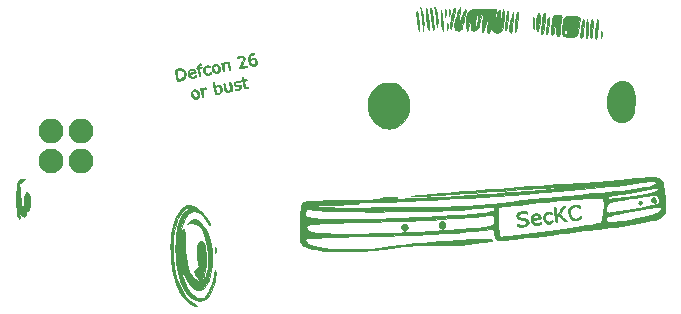
<source format=gbr>
G04 #@! TF.GenerationSoftware,KiCad,Pcbnew,(5.1.2)-1*
G04 #@! TF.CreationDate,2019-05-18T15:03:22-05:00*
G04 #@! TF.ProjectId,van-sao,76616e2d-7361-46f2-9e6b-696361645f70,rev?*
G04 #@! TF.SameCoordinates,Original*
G04 #@! TF.FileFunction,Soldermask,Top*
G04 #@! TF.FilePolarity,Negative*
%FSLAX46Y46*%
G04 Gerber Fmt 4.6, Leading zero omitted, Abs format (unit mm)*
G04 Created by KiCad (PCBNEW (5.1.2)-1) date 2019-05-18 15:03:22*
%MOMM*%
%LPD*%
G04 APERTURE LIST*
%ADD10C,0.100000*%
%ADD11C,0.010000*%
%ADD12C,2.100000*%
%ADD13O,2.100000X2.100000*%
G04 APERTURE END LIST*
D10*
G36*
X25238000Y318000D02*
G01*
X25273000Y307000D01*
X25302000Y298000D01*
X25335000Y288000D01*
X25377000Y275000D01*
X25416000Y263000D01*
X25449000Y253000D01*
X25462000Y249000D01*
X25466000Y247000D01*
X25494000Y231000D01*
X25523000Y215000D01*
X25550000Y200000D01*
X25582000Y182000D01*
X25586000Y180000D01*
X25588000Y178000D01*
X25624000Y148000D01*
X25638000Y136000D01*
X25661000Y117000D01*
X25680000Y101000D01*
X25693000Y90000D01*
X25712000Y74000D01*
X25736000Y54000D01*
X25749000Y43000D01*
X25751000Y41000D01*
X25752000Y39000D01*
X25766000Y21000D01*
X25769000Y15000D01*
X25782000Y-3000D01*
X25797000Y-24000D01*
X25810000Y-42000D01*
X25822000Y-59000D01*
X25829000Y-69000D01*
X25844000Y-90000D01*
X25862000Y-115000D01*
X25877000Y-136000D01*
X25879000Y-139000D01*
X25880000Y-142000D01*
X25886000Y-155000D01*
X25894000Y-174000D01*
X25902000Y-192000D01*
X25914000Y-220000D01*
X25921000Y-236000D01*
X25929000Y-254000D01*
X25944000Y-289000D01*
X25959000Y-323000D01*
X25981000Y-374000D01*
X25983000Y-378000D01*
X25984000Y-383000D01*
X25996000Y-425000D01*
X26000000Y-440000D01*
X26006000Y-461000D01*
X26019000Y-507000D01*
X26027000Y-536000D01*
X26036000Y-568000D01*
X26046000Y-603000D01*
X26055000Y-636000D01*
X26062000Y-660000D01*
X26065000Y-671000D01*
X26069000Y-685000D01*
X26072000Y-698000D01*
X26074000Y-707000D01*
X26077000Y-720000D01*
X26079000Y-729000D01*
X26080000Y-734000D01*
X26083000Y-747000D01*
X26087000Y-765000D01*
X26090000Y-778000D01*
X26091000Y-783000D01*
X26099000Y-827000D01*
X26102000Y-843000D01*
X26105000Y-860000D01*
X26109000Y-881000D01*
X26113000Y-903000D01*
X26116000Y-920000D01*
X26117000Y-929000D01*
X26118000Y-939000D01*
X26120000Y-958000D01*
X26123000Y-987000D01*
X26125000Y-1007000D01*
X26129000Y-1045000D01*
X26130000Y-1054000D01*
X26130000Y-1057000D01*
X26131000Y-1109000D01*
X26132000Y-1153000D01*
X26133000Y-1198000D01*
X26133000Y-1206000D01*
X26132000Y-1241000D01*
X26131000Y-1270000D01*
X26130000Y-1301000D01*
X26129000Y-1331000D01*
X26127000Y-1393000D01*
X26125000Y-1429000D01*
X26121000Y-1497000D01*
X26120000Y-1515000D01*
X26119000Y-1531000D01*
X26118000Y-1548000D01*
X26117000Y-1566000D01*
X26116000Y-1583000D01*
X26115000Y-1599000D01*
X26114000Y-1617000D01*
X26113000Y-1634000D01*
X26111000Y-1666000D01*
X26109000Y-1695000D01*
X26107000Y-1725000D01*
X26103000Y-1775000D01*
X26100000Y-1812000D01*
X26098000Y-1838000D01*
X26096000Y-1862000D01*
X26094000Y-1888000D01*
X26092000Y-1912000D01*
X26091000Y-1925000D01*
X26089000Y-1950000D01*
X26082000Y-2021000D01*
X26078000Y-2061000D01*
X26074000Y-2102000D01*
X26070000Y-2142000D01*
X26069000Y-2153000D01*
X26066000Y-2177000D01*
X26061000Y-2216000D01*
X26055000Y-2266000D01*
X26051000Y-2296000D01*
X26048000Y-2320000D01*
X26045000Y-2336000D01*
X26039000Y-2369000D01*
X26030000Y-2416000D01*
X26029000Y-2420000D01*
X26013000Y-2456000D01*
X25992000Y-2504000D01*
X25982000Y-2527000D01*
X25976000Y-2536000D01*
X25959000Y-2561000D01*
X25938000Y-2592000D01*
X25912000Y-2631000D01*
X25905000Y-2641000D01*
X25880000Y-2678000D01*
X25874000Y-2687000D01*
X25867000Y-2695000D01*
X25851000Y-2713000D01*
X25826000Y-2742000D01*
X25785000Y-2789000D01*
X25748000Y-2832000D01*
X25743000Y-2837000D01*
X25740000Y-2841000D01*
X25732000Y-2850000D01*
X25699000Y-2880000D01*
X25667000Y-2910000D01*
X25626000Y-2948000D01*
X25579000Y-2991000D01*
X25551000Y-3010000D01*
X25505000Y-3041000D01*
X25446000Y-3081000D01*
X25434000Y-3089000D01*
X25425000Y-3092000D01*
X25379000Y-3108000D01*
X25293000Y-3138000D01*
X25224000Y-3162000D01*
X25186000Y-3175000D01*
X25181000Y-3177000D01*
X25175000Y-3177000D01*
X25099000Y-3180000D01*
X25005000Y-3184000D01*
X24934000Y-3187000D01*
X24928000Y-3187000D01*
X24724000Y-3136000D01*
X24685000Y-3126000D01*
X24677000Y-3122000D01*
X24634000Y-3098000D01*
X24596000Y-3077000D01*
X24488000Y-3017000D01*
X24459000Y-3001000D01*
X24454000Y-2998000D01*
X24414000Y-2962000D01*
X24313000Y-2871000D01*
X24251000Y-2815000D01*
X24245000Y-2809000D01*
X24227000Y-2785000D01*
X24195000Y-2742000D01*
X24170000Y-2708000D01*
X24138000Y-2665000D01*
X24097000Y-2610000D01*
X24083000Y-2591000D01*
X24071000Y-2575000D01*
X24067000Y-2570000D01*
X24057000Y-2550000D01*
X24003000Y-2441000D01*
X23922000Y-2279000D01*
X23916000Y-2259000D01*
X23909000Y-2236000D01*
X23903000Y-2217000D01*
X23896000Y-2194000D01*
X23886000Y-2162000D01*
X23846000Y-2032000D01*
X23836000Y-2000000D01*
X23828000Y-1974000D01*
X23823000Y-1958000D01*
X23820000Y-1948000D01*
X23817000Y-1927000D01*
X23814000Y-1907000D01*
X23810000Y-1879000D01*
X23808000Y-1866000D01*
X23804000Y-1838000D01*
X23801000Y-1818000D01*
X23799000Y-1804000D01*
X23796000Y-1784000D01*
X23793000Y-1763000D01*
X23790000Y-1743000D01*
X23788000Y-1729000D01*
X23783000Y-1695000D01*
X23780000Y-1674000D01*
X23777000Y-1654000D01*
X23773000Y-1626000D01*
X23768000Y-1592000D01*
X23766000Y-1580000D01*
X23766000Y-1573000D01*
X23763000Y-1510000D01*
X23762000Y-1488000D01*
X23761000Y-1467000D01*
X23760000Y-1452000D01*
X23761000Y-1440000D01*
X23763000Y-1407000D01*
X23766000Y-1356000D01*
X23767000Y-1340000D01*
X23768000Y-1323000D01*
X23769000Y-1307000D01*
X23771000Y-1273000D01*
X23773000Y-1240000D01*
X23775000Y-1206000D01*
X23776000Y-1190000D01*
X23777000Y-1173000D01*
X23778000Y-1157000D01*
X23781000Y-1106000D01*
X23782000Y-1090000D01*
X23784000Y-1056000D01*
X23785000Y-1040000D01*
X23785000Y-1035000D01*
X23786000Y-1032000D01*
X23802000Y-968000D01*
X23816000Y-911000D01*
X23835000Y-835000D01*
X23846000Y-790000D01*
X23849000Y-779000D01*
X23865000Y-714000D01*
X23879000Y-658000D01*
X23880000Y-655000D01*
X23904000Y-605000D01*
X24041000Y-320000D01*
X24050000Y-309000D01*
X24057000Y-300000D01*
X24069000Y-285000D01*
X24076000Y-276000D01*
X24127000Y-212000D01*
X24267000Y-35000D01*
X24370000Y54000D01*
X24386000Y68000D01*
X24423000Y100000D01*
X24426000Y102000D01*
X24443000Y112000D01*
X24474000Y130000D01*
X24510000Y151000D01*
X24553000Y176000D01*
X24618000Y214000D01*
X24644000Y229000D01*
X24680000Y250000D01*
X24698000Y255000D01*
X24719000Y261000D01*
X24743000Y268000D01*
X24768000Y275000D01*
X24792000Y282000D01*
X24813000Y288000D01*
X24838000Y295000D01*
X24883000Y308000D01*
X24946000Y326000D01*
X25210000Y326000D01*
X25238000Y318000D01*
G37*
X25238000Y318000D02*
X25273000Y307000D01*
X25302000Y298000D01*
X25335000Y288000D01*
X25377000Y275000D01*
X25416000Y263000D01*
X25449000Y253000D01*
X25462000Y249000D01*
X25466000Y247000D01*
X25494000Y231000D01*
X25523000Y215000D01*
X25550000Y200000D01*
X25582000Y182000D01*
X25586000Y180000D01*
X25588000Y178000D01*
X25624000Y148000D01*
X25638000Y136000D01*
X25661000Y117000D01*
X25680000Y101000D01*
X25693000Y90000D01*
X25712000Y74000D01*
X25736000Y54000D01*
X25749000Y43000D01*
X25751000Y41000D01*
X25752000Y39000D01*
X25766000Y21000D01*
X25769000Y15000D01*
X25782000Y-3000D01*
X25797000Y-24000D01*
X25810000Y-42000D01*
X25822000Y-59000D01*
X25829000Y-69000D01*
X25844000Y-90000D01*
X25862000Y-115000D01*
X25877000Y-136000D01*
X25879000Y-139000D01*
X25880000Y-142000D01*
X25886000Y-155000D01*
X25894000Y-174000D01*
X25902000Y-192000D01*
X25914000Y-220000D01*
X25921000Y-236000D01*
X25929000Y-254000D01*
X25944000Y-289000D01*
X25959000Y-323000D01*
X25981000Y-374000D01*
X25983000Y-378000D01*
X25984000Y-383000D01*
X25996000Y-425000D01*
X26000000Y-440000D01*
X26006000Y-461000D01*
X26019000Y-507000D01*
X26027000Y-536000D01*
X26036000Y-568000D01*
X26046000Y-603000D01*
X26055000Y-636000D01*
X26062000Y-660000D01*
X26065000Y-671000D01*
X26069000Y-685000D01*
X26072000Y-698000D01*
X26074000Y-707000D01*
X26077000Y-720000D01*
X26079000Y-729000D01*
X26080000Y-734000D01*
X26083000Y-747000D01*
X26087000Y-765000D01*
X26090000Y-778000D01*
X26091000Y-783000D01*
X26099000Y-827000D01*
X26102000Y-843000D01*
X26105000Y-860000D01*
X26109000Y-881000D01*
X26113000Y-903000D01*
X26116000Y-920000D01*
X26117000Y-929000D01*
X26118000Y-939000D01*
X26120000Y-958000D01*
X26123000Y-987000D01*
X26125000Y-1007000D01*
X26129000Y-1045000D01*
X26130000Y-1054000D01*
X26130000Y-1057000D01*
X26131000Y-1109000D01*
X26132000Y-1153000D01*
X26133000Y-1198000D01*
X26133000Y-1206000D01*
X26132000Y-1241000D01*
X26131000Y-1270000D01*
X26130000Y-1301000D01*
X26129000Y-1331000D01*
X26127000Y-1393000D01*
X26125000Y-1429000D01*
X26121000Y-1497000D01*
X26120000Y-1515000D01*
X26119000Y-1531000D01*
X26118000Y-1548000D01*
X26117000Y-1566000D01*
X26116000Y-1583000D01*
X26115000Y-1599000D01*
X26114000Y-1617000D01*
X26113000Y-1634000D01*
X26111000Y-1666000D01*
X26109000Y-1695000D01*
X26107000Y-1725000D01*
X26103000Y-1775000D01*
X26100000Y-1812000D01*
X26098000Y-1838000D01*
X26096000Y-1862000D01*
X26094000Y-1888000D01*
X26092000Y-1912000D01*
X26091000Y-1925000D01*
X26089000Y-1950000D01*
X26082000Y-2021000D01*
X26078000Y-2061000D01*
X26074000Y-2102000D01*
X26070000Y-2142000D01*
X26069000Y-2153000D01*
X26066000Y-2177000D01*
X26061000Y-2216000D01*
X26055000Y-2266000D01*
X26051000Y-2296000D01*
X26048000Y-2320000D01*
X26045000Y-2336000D01*
X26039000Y-2369000D01*
X26030000Y-2416000D01*
X26029000Y-2420000D01*
X26013000Y-2456000D01*
X25992000Y-2504000D01*
X25982000Y-2527000D01*
X25976000Y-2536000D01*
X25959000Y-2561000D01*
X25938000Y-2592000D01*
X25912000Y-2631000D01*
X25905000Y-2641000D01*
X25880000Y-2678000D01*
X25874000Y-2687000D01*
X25867000Y-2695000D01*
X25851000Y-2713000D01*
X25826000Y-2742000D01*
X25785000Y-2789000D01*
X25748000Y-2832000D01*
X25743000Y-2837000D01*
X25740000Y-2841000D01*
X25732000Y-2850000D01*
X25699000Y-2880000D01*
X25667000Y-2910000D01*
X25626000Y-2948000D01*
X25579000Y-2991000D01*
X25551000Y-3010000D01*
X25505000Y-3041000D01*
X25446000Y-3081000D01*
X25434000Y-3089000D01*
X25425000Y-3092000D01*
X25379000Y-3108000D01*
X25293000Y-3138000D01*
X25224000Y-3162000D01*
X25186000Y-3175000D01*
X25181000Y-3177000D01*
X25175000Y-3177000D01*
X25099000Y-3180000D01*
X25005000Y-3184000D01*
X24934000Y-3187000D01*
X24928000Y-3187000D01*
X24724000Y-3136000D01*
X24685000Y-3126000D01*
X24677000Y-3122000D01*
X24634000Y-3098000D01*
X24596000Y-3077000D01*
X24488000Y-3017000D01*
X24459000Y-3001000D01*
X24454000Y-2998000D01*
X24414000Y-2962000D01*
X24313000Y-2871000D01*
X24251000Y-2815000D01*
X24245000Y-2809000D01*
X24227000Y-2785000D01*
X24195000Y-2742000D01*
X24170000Y-2708000D01*
X24138000Y-2665000D01*
X24097000Y-2610000D01*
X24083000Y-2591000D01*
X24071000Y-2575000D01*
X24067000Y-2570000D01*
X24057000Y-2550000D01*
X24003000Y-2441000D01*
X23922000Y-2279000D01*
X23916000Y-2259000D01*
X23909000Y-2236000D01*
X23903000Y-2217000D01*
X23896000Y-2194000D01*
X23886000Y-2162000D01*
X23846000Y-2032000D01*
X23836000Y-2000000D01*
X23828000Y-1974000D01*
X23823000Y-1958000D01*
X23820000Y-1948000D01*
X23817000Y-1927000D01*
X23814000Y-1907000D01*
X23810000Y-1879000D01*
X23808000Y-1866000D01*
X23804000Y-1838000D01*
X23801000Y-1818000D01*
X23799000Y-1804000D01*
X23796000Y-1784000D01*
X23793000Y-1763000D01*
X23790000Y-1743000D01*
X23788000Y-1729000D01*
X23783000Y-1695000D01*
X23780000Y-1674000D01*
X23777000Y-1654000D01*
X23773000Y-1626000D01*
X23768000Y-1592000D01*
X23766000Y-1580000D01*
X23766000Y-1573000D01*
X23763000Y-1510000D01*
X23762000Y-1488000D01*
X23761000Y-1467000D01*
X23760000Y-1452000D01*
X23761000Y-1440000D01*
X23763000Y-1407000D01*
X23766000Y-1356000D01*
X23767000Y-1340000D01*
X23768000Y-1323000D01*
X23769000Y-1307000D01*
X23771000Y-1273000D01*
X23773000Y-1240000D01*
X23775000Y-1206000D01*
X23776000Y-1190000D01*
X23777000Y-1173000D01*
X23778000Y-1157000D01*
X23781000Y-1106000D01*
X23782000Y-1090000D01*
X23784000Y-1056000D01*
X23785000Y-1040000D01*
X23785000Y-1035000D01*
X23786000Y-1032000D01*
X23802000Y-968000D01*
X23816000Y-911000D01*
X23835000Y-835000D01*
X23846000Y-790000D01*
X23849000Y-779000D01*
X23865000Y-714000D01*
X23879000Y-658000D01*
X23880000Y-655000D01*
X23904000Y-605000D01*
X24041000Y-320000D01*
X24050000Y-309000D01*
X24057000Y-300000D01*
X24069000Y-285000D01*
X24076000Y-276000D01*
X24127000Y-212000D01*
X24267000Y-35000D01*
X24370000Y54000D01*
X24386000Y68000D01*
X24423000Y100000D01*
X24426000Y102000D01*
X24443000Y112000D01*
X24474000Y130000D01*
X24510000Y151000D01*
X24553000Y176000D01*
X24618000Y214000D01*
X24644000Y229000D01*
X24680000Y250000D01*
X24698000Y255000D01*
X24719000Y261000D01*
X24743000Y268000D01*
X24768000Y275000D01*
X24792000Y282000D01*
X24813000Y288000D01*
X24838000Y295000D01*
X24883000Y308000D01*
X24946000Y326000D01*
X25210000Y326000D01*
X25238000Y318000D01*
G36*
X5511800Y177800D02*
G01*
X5570220Y175260D01*
X5689600Y157480D01*
X5702300Y154940D01*
X5742940Y142240D01*
X5808980Y121920D01*
X5979160Y45720D01*
X6123940Y-53340D01*
X6245860Y-134620D01*
X6309360Y-177800D01*
X6367780Y-236220D01*
X6563360Y-436880D01*
X6761480Y-736600D01*
X6903720Y-1069340D01*
X6990080Y-1414780D01*
X7018020Y-1775460D01*
X6990080Y-2115820D01*
X6903720Y-2468880D01*
X6756400Y-2799080D01*
X6558280Y-3086100D01*
X6314440Y-3322320D01*
X6103620Y-3467100D01*
X5877560Y-3594100D01*
X5786120Y-3619500D01*
X5669280Y-3660140D01*
X5501640Y-3693160D01*
X5303520Y-3705860D01*
X5115560Y-3693160D01*
X5029200Y-3690620D01*
X4765040Y-3622040D01*
X4653280Y-3591560D01*
X4348480Y-3431540D01*
X4122420Y-3248660D01*
X3848100Y-2928620D01*
X3710940Y-2672080D01*
X3662680Y-2573020D01*
X3609340Y-2413000D01*
X3553460Y-2148840D01*
X3522980Y-1772920D01*
X3525520Y-1529080D01*
X3550920Y-1295400D01*
X3622040Y-1049020D01*
X3789680Y-693420D01*
X4015740Y-386080D01*
X4277360Y-142240D01*
X4599940Y68580D01*
X4772660Y137160D01*
X4860000Y160000D01*
X5370000Y170000D01*
X5450840Y180340D01*
X5511800Y177800D01*
G37*
X5511800Y177800D02*
X5570220Y175260D01*
X5689600Y157480D01*
X5702300Y154940D01*
X5742940Y142240D01*
X5808980Y121920D01*
X5979160Y45720D01*
X6123940Y-53340D01*
X6245860Y-134620D01*
X6309360Y-177800D01*
X6367780Y-236220D01*
X6563360Y-436880D01*
X6761480Y-736600D01*
X6903720Y-1069340D01*
X6990080Y-1414780D01*
X7018020Y-1775460D01*
X6990080Y-2115820D01*
X6903720Y-2468880D01*
X6756400Y-2799080D01*
X6558280Y-3086100D01*
X6314440Y-3322320D01*
X6103620Y-3467100D01*
X5877560Y-3594100D01*
X5786120Y-3619500D01*
X5669280Y-3660140D01*
X5501640Y-3693160D01*
X5303520Y-3705860D01*
X5115560Y-3693160D01*
X5029200Y-3690620D01*
X4765040Y-3622040D01*
X4653280Y-3591560D01*
X4348480Y-3431540D01*
X4122420Y-3248660D01*
X3848100Y-2928620D01*
X3710940Y-2672080D01*
X3662680Y-2573020D01*
X3609340Y-2413000D01*
X3553460Y-2148840D01*
X3522980Y-1772920D01*
X3525520Y-1529080D01*
X3550920Y-1295400D01*
X3622040Y-1049020D01*
X3789680Y-693420D01*
X4015740Y-386080D01*
X4277360Y-142240D01*
X4599940Y68580D01*
X4772660Y137160D01*
X4860000Y160000D01*
X5370000Y170000D01*
X5450840Y180340D01*
X5511800Y177800D01*
D11*
G36*
X-11276827Y-10253530D02*
G01*
X-11158068Y-10304730D01*
X-10961730Y-10422487D01*
X-10756008Y-10583382D01*
X-10550735Y-10775338D01*
X-10355741Y-10986276D01*
X-10180857Y-11204115D01*
X-10035916Y-11416778D01*
X-9930749Y-11612185D01*
X-9875187Y-11778257D01*
X-9873337Y-11883167D01*
X-9897553Y-11896152D01*
X-9952650Y-11842935D01*
X-10041764Y-11719989D01*
X-10106970Y-11620500D01*
X-10256576Y-11389090D01*
X-10371931Y-11217217D01*
X-10463036Y-11092232D01*
X-10539888Y-11001491D01*
X-10612488Y-10932344D01*
X-10690834Y-10872146D01*
X-10708323Y-10859893D01*
X-10936050Y-10748980D01*
X-11173933Y-10716128D01*
X-11407285Y-10758459D01*
X-11621423Y-10873093D01*
X-11801661Y-11057152D01*
X-11815702Y-11077001D01*
X-11933555Y-11271060D01*
X-12045152Y-11495772D01*
X-12144304Y-11733464D01*
X-12224822Y-11966461D01*
X-12280518Y-12177091D01*
X-12305203Y-12347679D01*
X-12296524Y-12450125D01*
X-12258818Y-12506926D01*
X-12218598Y-12492687D01*
X-12193771Y-12418533D01*
X-12192000Y-12385185D01*
X-12171333Y-12303524D01*
X-12123640Y-12230472D01*
X-12070381Y-12192794D01*
X-12043239Y-12199650D01*
X-12025374Y-12256146D01*
X-12006388Y-12381063D01*
X-11987555Y-12558190D01*
X-11970146Y-12771316D01*
X-11955433Y-13004228D01*
X-11944687Y-13240716D01*
X-11939182Y-13464568D01*
X-11938733Y-13531598D01*
X-11922999Y-14086718D01*
X-11878567Y-14605366D01*
X-11807155Y-15076334D01*
X-11710483Y-15488411D01*
X-11590269Y-15830389D01*
X-11584174Y-15844309D01*
X-11463843Y-16060543D01*
X-11306675Y-16263914D01*
X-11133399Y-16430876D01*
X-10979424Y-16531212D01*
X-10855286Y-16576339D01*
X-10793674Y-16566357D01*
X-10795366Y-16504082D01*
X-10861140Y-16392331D01*
X-10920177Y-16316508D01*
X-11065241Y-16112241D01*
X-11148158Y-15930160D01*
X-11168103Y-15777895D01*
X-11124248Y-15663078D01*
X-11015768Y-15593339D01*
X-10999032Y-15588534D01*
X-10886931Y-15546127D01*
X-10823012Y-15479541D01*
X-10801230Y-15372285D01*
X-10815539Y-15207869D01*
X-10829398Y-15125788D01*
X-10865300Y-14927403D01*
X-10903305Y-14716015D01*
X-10926913Y-14583834D01*
X-10955432Y-14301130D01*
X-10946175Y-14013547D01*
X-10902607Y-13742597D01*
X-10828188Y-13509790D01*
X-10726382Y-13336639D01*
X-10726110Y-13336315D01*
X-10611833Y-13235636D01*
X-10509100Y-13217618D01*
X-10418492Y-13280968D01*
X-10340589Y-13424394D01*
X-10275973Y-13646603D01*
X-10225224Y-13946302D01*
X-10188922Y-14322198D01*
X-10175248Y-14562667D01*
X-10172427Y-15150515D01*
X-10220261Y-15675691D01*
X-10319325Y-16143791D01*
X-10348737Y-16241828D01*
X-10450639Y-16562718D01*
X-10328387Y-16445594D01*
X-10237553Y-16330005D01*
X-10158786Y-16183141D01*
X-10140655Y-16136292D01*
X-10068057Y-15844844D01*
X-10022708Y-15490222D01*
X-10003275Y-15088948D01*
X-10008422Y-14657547D01*
X-10036817Y-14212539D01*
X-10087124Y-13770447D01*
X-10158010Y-13347794D01*
X-10248141Y-12961102D01*
X-10356182Y-12626893D01*
X-10439288Y-12437868D01*
X-10554753Y-12249429D01*
X-10703686Y-12061611D01*
X-10865368Y-11897029D01*
X-11019082Y-11778300D01*
X-11068285Y-11751231D01*
X-11260910Y-11695187D01*
X-11466229Y-11691990D01*
X-11645936Y-11742032D01*
X-11652250Y-11745250D01*
X-11732572Y-11782126D01*
X-11768530Y-11788701D01*
X-11768666Y-11787893D01*
X-11737369Y-11739576D01*
X-11657564Y-11660787D01*
X-11550380Y-11569212D01*
X-11436948Y-11482534D01*
X-11338396Y-11418439D01*
X-11310026Y-11404029D01*
X-11218419Y-11369634D01*
X-11142476Y-11367683D01*
X-11046552Y-11401420D01*
X-10976439Y-11434386D01*
X-10786304Y-11554853D01*
X-10584110Y-11730038D01*
X-10392069Y-11937237D01*
X-10232391Y-12153746D01*
X-10173140Y-12255500D01*
X-9996960Y-12657359D01*
X-9856957Y-13111193D01*
X-9753642Y-13602218D01*
X-9687531Y-14115649D01*
X-9659136Y-14636703D01*
X-9668970Y-15150596D01*
X-9717547Y-15642542D01*
X-9805381Y-16097759D01*
X-9932984Y-16501462D01*
X-10019028Y-16693669D01*
X-10177746Y-16968035D01*
X-10339504Y-17164382D01*
X-10512096Y-17289222D01*
X-10703321Y-17349069D01*
X-10812682Y-17356667D01*
X-10960533Y-17343604D01*
X-11092203Y-17310892D01*
X-11125185Y-17296562D01*
X-11304134Y-17165164D01*
X-11492880Y-16956268D01*
X-11686673Y-16675783D01*
X-11840453Y-16407016D01*
X-11938765Y-16228200D01*
X-12027384Y-16078625D01*
X-12096893Y-15973421D01*
X-12137877Y-15927715D01*
X-12139083Y-15927238D01*
X-12182039Y-15943699D01*
X-12191484Y-16024126D01*
X-12171180Y-16156461D01*
X-12124887Y-16328649D01*
X-12056369Y-16528634D01*
X-11969387Y-16744361D01*
X-11867702Y-16963772D01*
X-11755077Y-17174813D01*
X-11743699Y-17194409D01*
X-11541113Y-17510046D01*
X-11344578Y-17748920D01*
X-11145463Y-17917651D01*
X-10935132Y-18022858D01*
X-10704954Y-18071162D01*
X-10593869Y-18076097D01*
X-10477674Y-18067057D01*
X-10386388Y-18028735D01*
X-10287174Y-17944881D01*
X-10247168Y-17904522D01*
X-10100310Y-17717886D01*
X-9951712Y-17466280D01*
X-9809136Y-17168867D01*
X-9680346Y-16844808D01*
X-9573105Y-16513266D01*
X-9495176Y-16193403D01*
X-9459244Y-15959667D01*
X-9440498Y-15803777D01*
X-9423707Y-15725735D01*
X-9406838Y-15718815D01*
X-9395239Y-15748000D01*
X-9363271Y-15967747D01*
X-9375325Y-16242865D01*
X-9428238Y-16558428D01*
X-9518844Y-16899511D01*
X-9643979Y-17251187D01*
X-9777987Y-17553157D01*
X-9899162Y-17786352D01*
X-10008083Y-17954426D01*
X-10119621Y-18072462D01*
X-10248650Y-18155542D01*
X-10410041Y-18218748D01*
X-10444960Y-18229566D01*
X-10730859Y-18280658D01*
X-11001352Y-18255325D01*
X-11259949Y-18151794D01*
X-11510160Y-17968291D01*
X-11755496Y-17703042D01*
X-11912649Y-17487973D01*
X-12148496Y-17088821D01*
X-12343418Y-16646841D01*
X-12499557Y-16154371D01*
X-12619055Y-15603746D01*
X-12704054Y-14987303D01*
X-12744147Y-14512938D01*
X-12766326Y-13903018D01*
X-12752545Y-13316846D01*
X-12704406Y-12762656D01*
X-12623513Y-12248687D01*
X-12511470Y-11783175D01*
X-12369879Y-11374356D01*
X-12200345Y-11030468D01*
X-12016034Y-10772747D01*
X-11907845Y-10674014D01*
X-11756163Y-10565273D01*
X-11602968Y-10475103D01*
X-11324166Y-10330378D01*
X-11557000Y-10356779D01*
X-11761411Y-10392153D01*
X-11919501Y-10455342D01*
X-12062028Y-10562848D01*
X-12189105Y-10695925D01*
X-12412932Y-11007225D01*
X-12602592Y-11391207D01*
X-12756707Y-11842491D01*
X-12873900Y-12355699D01*
X-12952790Y-12925453D01*
X-12992000Y-13546374D01*
X-12996333Y-13845751D01*
X-12971318Y-14593313D01*
X-12897192Y-15293952D01*
X-12775336Y-15943870D01*
X-12607129Y-16539268D01*
X-12393953Y-17076346D01*
X-12137187Y-17551305D01*
X-11838211Y-17960347D01*
X-11498407Y-18299673D01*
X-11330901Y-18429784D01*
X-11144137Y-18569331D01*
X-11022347Y-18673836D01*
X-10966442Y-18740801D01*
X-10977335Y-18767733D01*
X-11055939Y-18752134D01*
X-11203167Y-18691509D01*
X-11241844Y-18673323D01*
X-11580813Y-18483374D01*
X-11866402Y-18258087D01*
X-12112928Y-17983023D01*
X-12334706Y-17643743D01*
X-12421320Y-17483667D01*
X-12682269Y-16901503D01*
X-12887647Y-16273111D01*
X-13038433Y-15593670D01*
X-13135608Y-14858358D01*
X-13180155Y-14062355D01*
X-13183479Y-13737167D01*
X-13173082Y-13198769D01*
X-13141945Y-12728371D01*
X-13087422Y-12311260D01*
X-13006866Y-11932724D01*
X-12897631Y-11578053D01*
X-12757069Y-11232535D01*
X-12717636Y-11147777D01*
X-12582702Y-10910442D01*
X-12410884Y-10675835D01*
X-12222132Y-10467832D01*
X-12036396Y-10310307D01*
X-11995010Y-10282989D01*
X-11782042Y-10199868D01*
X-11538835Y-10190148D01*
X-11276827Y-10253530D01*
X-11276827Y-10253530D01*
G37*
X-11276827Y-10253530D02*
X-11158068Y-10304730D01*
X-10961730Y-10422487D01*
X-10756008Y-10583382D01*
X-10550735Y-10775338D01*
X-10355741Y-10986276D01*
X-10180857Y-11204115D01*
X-10035916Y-11416778D01*
X-9930749Y-11612185D01*
X-9875187Y-11778257D01*
X-9873337Y-11883167D01*
X-9897553Y-11896152D01*
X-9952650Y-11842935D01*
X-10041764Y-11719989D01*
X-10106970Y-11620500D01*
X-10256576Y-11389090D01*
X-10371931Y-11217217D01*
X-10463036Y-11092232D01*
X-10539888Y-11001491D01*
X-10612488Y-10932344D01*
X-10690834Y-10872146D01*
X-10708323Y-10859893D01*
X-10936050Y-10748980D01*
X-11173933Y-10716128D01*
X-11407285Y-10758459D01*
X-11621423Y-10873093D01*
X-11801661Y-11057152D01*
X-11815702Y-11077001D01*
X-11933555Y-11271060D01*
X-12045152Y-11495772D01*
X-12144304Y-11733464D01*
X-12224822Y-11966461D01*
X-12280518Y-12177091D01*
X-12305203Y-12347679D01*
X-12296524Y-12450125D01*
X-12258818Y-12506926D01*
X-12218598Y-12492687D01*
X-12193771Y-12418533D01*
X-12192000Y-12385185D01*
X-12171333Y-12303524D01*
X-12123640Y-12230472D01*
X-12070381Y-12192794D01*
X-12043239Y-12199650D01*
X-12025374Y-12256146D01*
X-12006388Y-12381063D01*
X-11987555Y-12558190D01*
X-11970146Y-12771316D01*
X-11955433Y-13004228D01*
X-11944687Y-13240716D01*
X-11939182Y-13464568D01*
X-11938733Y-13531598D01*
X-11922999Y-14086718D01*
X-11878567Y-14605366D01*
X-11807155Y-15076334D01*
X-11710483Y-15488411D01*
X-11590269Y-15830389D01*
X-11584174Y-15844309D01*
X-11463843Y-16060543D01*
X-11306675Y-16263914D01*
X-11133399Y-16430876D01*
X-10979424Y-16531212D01*
X-10855286Y-16576339D01*
X-10793674Y-16566357D01*
X-10795366Y-16504082D01*
X-10861140Y-16392331D01*
X-10920177Y-16316508D01*
X-11065241Y-16112241D01*
X-11148158Y-15930160D01*
X-11168103Y-15777895D01*
X-11124248Y-15663078D01*
X-11015768Y-15593339D01*
X-10999032Y-15588534D01*
X-10886931Y-15546127D01*
X-10823012Y-15479541D01*
X-10801230Y-15372285D01*
X-10815539Y-15207869D01*
X-10829398Y-15125788D01*
X-10865300Y-14927403D01*
X-10903305Y-14716015D01*
X-10926913Y-14583834D01*
X-10955432Y-14301130D01*
X-10946175Y-14013547D01*
X-10902607Y-13742597D01*
X-10828188Y-13509790D01*
X-10726382Y-13336639D01*
X-10726110Y-13336315D01*
X-10611833Y-13235636D01*
X-10509100Y-13217618D01*
X-10418492Y-13280968D01*
X-10340589Y-13424394D01*
X-10275973Y-13646603D01*
X-10225224Y-13946302D01*
X-10188922Y-14322198D01*
X-10175248Y-14562667D01*
X-10172427Y-15150515D01*
X-10220261Y-15675691D01*
X-10319325Y-16143791D01*
X-10348737Y-16241828D01*
X-10450639Y-16562718D01*
X-10328387Y-16445594D01*
X-10237553Y-16330005D01*
X-10158786Y-16183141D01*
X-10140655Y-16136292D01*
X-10068057Y-15844844D01*
X-10022708Y-15490222D01*
X-10003275Y-15088948D01*
X-10008422Y-14657547D01*
X-10036817Y-14212539D01*
X-10087124Y-13770447D01*
X-10158010Y-13347794D01*
X-10248141Y-12961102D01*
X-10356182Y-12626893D01*
X-10439288Y-12437868D01*
X-10554753Y-12249429D01*
X-10703686Y-12061611D01*
X-10865368Y-11897029D01*
X-11019082Y-11778300D01*
X-11068285Y-11751231D01*
X-11260910Y-11695187D01*
X-11466229Y-11691990D01*
X-11645936Y-11742032D01*
X-11652250Y-11745250D01*
X-11732572Y-11782126D01*
X-11768530Y-11788701D01*
X-11768666Y-11787893D01*
X-11737369Y-11739576D01*
X-11657564Y-11660787D01*
X-11550380Y-11569212D01*
X-11436948Y-11482534D01*
X-11338396Y-11418439D01*
X-11310026Y-11404029D01*
X-11218419Y-11369634D01*
X-11142476Y-11367683D01*
X-11046552Y-11401420D01*
X-10976439Y-11434386D01*
X-10786304Y-11554853D01*
X-10584110Y-11730038D01*
X-10392069Y-11937237D01*
X-10232391Y-12153746D01*
X-10173140Y-12255500D01*
X-9996960Y-12657359D01*
X-9856957Y-13111193D01*
X-9753642Y-13602218D01*
X-9687531Y-14115649D01*
X-9659136Y-14636703D01*
X-9668970Y-15150596D01*
X-9717547Y-15642542D01*
X-9805381Y-16097759D01*
X-9932984Y-16501462D01*
X-10019028Y-16693669D01*
X-10177746Y-16968035D01*
X-10339504Y-17164382D01*
X-10512096Y-17289222D01*
X-10703321Y-17349069D01*
X-10812682Y-17356667D01*
X-10960533Y-17343604D01*
X-11092203Y-17310892D01*
X-11125185Y-17296562D01*
X-11304134Y-17165164D01*
X-11492880Y-16956268D01*
X-11686673Y-16675783D01*
X-11840453Y-16407016D01*
X-11938765Y-16228200D01*
X-12027384Y-16078625D01*
X-12096893Y-15973421D01*
X-12137877Y-15927715D01*
X-12139083Y-15927238D01*
X-12182039Y-15943699D01*
X-12191484Y-16024126D01*
X-12171180Y-16156461D01*
X-12124887Y-16328649D01*
X-12056369Y-16528634D01*
X-11969387Y-16744361D01*
X-11867702Y-16963772D01*
X-11755077Y-17174813D01*
X-11743699Y-17194409D01*
X-11541113Y-17510046D01*
X-11344578Y-17748920D01*
X-11145463Y-17917651D01*
X-10935132Y-18022858D01*
X-10704954Y-18071162D01*
X-10593869Y-18076097D01*
X-10477674Y-18067057D01*
X-10386388Y-18028735D01*
X-10287174Y-17944881D01*
X-10247168Y-17904522D01*
X-10100310Y-17717886D01*
X-9951712Y-17466280D01*
X-9809136Y-17168867D01*
X-9680346Y-16844808D01*
X-9573105Y-16513266D01*
X-9495176Y-16193403D01*
X-9459244Y-15959667D01*
X-9440498Y-15803777D01*
X-9423707Y-15725735D01*
X-9406838Y-15718815D01*
X-9395239Y-15748000D01*
X-9363271Y-15967747D01*
X-9375325Y-16242865D01*
X-9428238Y-16558428D01*
X-9518844Y-16899511D01*
X-9643979Y-17251187D01*
X-9777987Y-17553157D01*
X-9899162Y-17786352D01*
X-10008083Y-17954426D01*
X-10119621Y-18072462D01*
X-10248650Y-18155542D01*
X-10410041Y-18218748D01*
X-10444960Y-18229566D01*
X-10730859Y-18280658D01*
X-11001352Y-18255325D01*
X-11259949Y-18151794D01*
X-11510160Y-17968291D01*
X-11755496Y-17703042D01*
X-11912649Y-17487973D01*
X-12148496Y-17088821D01*
X-12343418Y-16646841D01*
X-12499557Y-16154371D01*
X-12619055Y-15603746D01*
X-12704054Y-14987303D01*
X-12744147Y-14512938D01*
X-12766326Y-13903018D01*
X-12752545Y-13316846D01*
X-12704406Y-12762656D01*
X-12623513Y-12248687D01*
X-12511470Y-11783175D01*
X-12369879Y-11374356D01*
X-12200345Y-11030468D01*
X-12016034Y-10772747D01*
X-11907845Y-10674014D01*
X-11756163Y-10565273D01*
X-11602968Y-10475103D01*
X-11324166Y-10330378D01*
X-11557000Y-10356779D01*
X-11761411Y-10392153D01*
X-11919501Y-10455342D01*
X-12062028Y-10562848D01*
X-12189105Y-10695925D01*
X-12412932Y-11007225D01*
X-12602592Y-11391207D01*
X-12756707Y-11842491D01*
X-12873900Y-12355699D01*
X-12952790Y-12925453D01*
X-12992000Y-13546374D01*
X-12996333Y-13845751D01*
X-12971318Y-14593313D01*
X-12897192Y-15293952D01*
X-12775336Y-15943870D01*
X-12607129Y-16539268D01*
X-12393953Y-17076346D01*
X-12137187Y-17551305D01*
X-11838211Y-17960347D01*
X-11498407Y-18299673D01*
X-11330901Y-18429784D01*
X-11144137Y-18569331D01*
X-11022347Y-18673836D01*
X-10966442Y-18740801D01*
X-10977335Y-18767733D01*
X-11055939Y-18752134D01*
X-11203167Y-18691509D01*
X-11241844Y-18673323D01*
X-11580813Y-18483374D01*
X-11866402Y-18258087D01*
X-12112928Y-17983023D01*
X-12334706Y-17643743D01*
X-12421320Y-17483667D01*
X-12682269Y-16901503D01*
X-12887647Y-16273111D01*
X-13038433Y-15593670D01*
X-13135608Y-14858358D01*
X-13180155Y-14062355D01*
X-13183479Y-13737167D01*
X-13173082Y-13198769D01*
X-13141945Y-12728371D01*
X-13087422Y-12311260D01*
X-13006866Y-11932724D01*
X-12897631Y-11578053D01*
X-12757069Y-11232535D01*
X-12717636Y-11147777D01*
X-12582702Y-10910442D01*
X-12410884Y-10675835D01*
X-12222132Y-10467832D01*
X-12036396Y-10310307D01*
X-11995010Y-10282989D01*
X-11782042Y-10199868D01*
X-11538835Y-10190148D01*
X-11276827Y-10253530D01*
G36*
X-9376151Y-13747725D02*
G01*
X-9360862Y-13859976D01*
X-9355666Y-13993665D01*
X-9361697Y-14136468D01*
X-9377648Y-14234129D01*
X-9398000Y-14266334D01*
X-9419669Y-14227148D01*
X-9434658Y-14121993D01*
X-9440332Y-13969466D01*
X-9440333Y-13967502D01*
X-9434901Y-13804555D01*
X-9419364Y-13712028D01*
X-9398000Y-13694834D01*
X-9376151Y-13747725D01*
X-9376151Y-13747725D01*
G37*
X-9376151Y-13747725D02*
X-9360862Y-13859976D01*
X-9355666Y-13993665D01*
X-9361697Y-14136468D01*
X-9377648Y-14234129D01*
X-9398000Y-14266334D01*
X-9419669Y-14227148D01*
X-9434658Y-14121993D01*
X-9440332Y-13969466D01*
X-9440333Y-13967502D01*
X-9434901Y-13804555D01*
X-9419364Y-13712028D01*
X-9398000Y-13694834D01*
X-9376151Y-13747725D01*
G36*
X27777731Y-7827038D02*
G01*
X27824131Y-7831825D01*
X28014083Y-7869630D01*
X28170625Y-7928750D01*
X28297795Y-8017322D01*
X28399630Y-8143483D01*
X28480168Y-8315367D01*
X28543446Y-8541113D01*
X28593502Y-8828854D01*
X28634374Y-9186728D01*
X28662598Y-9521407D01*
X28688906Y-9949648D01*
X28696604Y-10300196D01*
X28685454Y-10578008D01*
X28655220Y-10788040D01*
X28605666Y-10935247D01*
X28594139Y-10956367D01*
X28457138Y-11116093D01*
X28252925Y-11256580D01*
X28014634Y-11360539D01*
X27815564Y-11418893D01*
X27542690Y-11484984D01*
X27206337Y-11557027D01*
X26816828Y-11633235D01*
X26384489Y-11711820D01*
X25919645Y-11790995D01*
X25432620Y-11868975D01*
X24933739Y-11943972D01*
X24433326Y-12014199D01*
X23941707Y-12077869D01*
X23704957Y-12106390D01*
X23456134Y-12135890D01*
X23134824Y-12174511D01*
X22752548Y-12220845D01*
X22320827Y-12273480D01*
X21851184Y-12331004D01*
X21355138Y-12392008D01*
X20844213Y-12455081D01*
X20329928Y-12518812D01*
X19896667Y-12572706D01*
X19045049Y-12678052D01*
X18274510Y-12771674D01*
X17582316Y-12853853D01*
X16965735Y-12924869D01*
X16422033Y-12985003D01*
X15948477Y-13034535D01*
X15542334Y-13073745D01*
X15200871Y-13102914D01*
X14921356Y-13122321D01*
X14701054Y-13132247D01*
X14537233Y-13132972D01*
X14468277Y-13129393D01*
X14395889Y-13085512D01*
X14324793Y-12981054D01*
X14265864Y-12839564D01*
X14229978Y-12684588D01*
X14224000Y-12600543D01*
X14198930Y-12421151D01*
X14145074Y-12315577D01*
X14066148Y-12218108D01*
X13181991Y-12310621D01*
X12619984Y-12367574D01*
X12065514Y-12419781D01*
X11511257Y-12467626D01*
X10949890Y-12511496D01*
X10374090Y-12551774D01*
X9776535Y-12588847D01*
X9149901Y-12623100D01*
X8486867Y-12654917D01*
X7780108Y-12684685D01*
X7022303Y-12712788D01*
X6206127Y-12739612D01*
X5324260Y-12765542D01*
X4369376Y-12790964D01*
X3767667Y-12805906D01*
X2976042Y-12825740D01*
X2234286Y-12845598D01*
X1546266Y-12865346D01*
X915851Y-12884847D01*
X346910Y-12903964D01*
X-156691Y-12922563D01*
X-591082Y-12940508D01*
X-952396Y-12957661D01*
X-1236765Y-12973888D01*
X-1439333Y-12988963D01*
X-1602377Y-13005965D01*
X-1699241Y-13025214D01*
X-1748286Y-13053611D01*
X-1767870Y-13098058D01*
X-1770450Y-13113429D01*
X-1750789Y-13259227D01*
X-1659207Y-13399881D01*
X-1507942Y-13520969D01*
X-1367324Y-13588548D01*
X-1063048Y-13680597D01*
X-679284Y-13759573D01*
X-220257Y-13825062D01*
X309807Y-13876645D01*
X906682Y-13913909D01*
X1566141Y-13936438D01*
X2243667Y-13943810D01*
X2763815Y-13941539D01*
X3213737Y-13933258D01*
X3607727Y-13917911D01*
X3960081Y-13894441D01*
X4285094Y-13861791D01*
X4597061Y-13818906D01*
X4910277Y-13764727D01*
X5058834Y-13735697D01*
X5347371Y-13682457D01*
X5681572Y-13630154D01*
X6065539Y-13578391D01*
X6503373Y-13526771D01*
X6999176Y-13474899D01*
X7557049Y-13422379D01*
X8181095Y-13368815D01*
X8875415Y-13313810D01*
X9644111Y-13256969D01*
X10491284Y-13197895D01*
X10943167Y-13167558D01*
X11553465Y-13128275D01*
X12084131Y-13096927D01*
X12539825Y-13073518D01*
X12925210Y-13058049D01*
X13244947Y-13050526D01*
X13503697Y-13050950D01*
X13706123Y-13059326D01*
X13856885Y-13075658D01*
X13960646Y-13099947D01*
X14022066Y-13132198D01*
X14045367Y-13169809D01*
X14036902Y-13194868D01*
X13994061Y-13216842D01*
X13906434Y-13237748D01*
X13763610Y-13259603D01*
X13555178Y-13284426D01*
X13332375Y-13307962D01*
X13042432Y-13339866D01*
X12733821Y-13377603D01*
X12436631Y-13417256D01*
X12180953Y-13454910D01*
X12092617Y-13469283D01*
X11968054Y-13489337D01*
X11845628Y-13506170D01*
X11716538Y-13520105D01*
X11571982Y-13531466D01*
X11403158Y-13540573D01*
X11201264Y-13547749D01*
X10957498Y-13553317D01*
X10663058Y-13557599D01*
X10309143Y-13560917D01*
X9886950Y-13563593D01*
X9461500Y-13565633D01*
X8851281Y-13569557D01*
X8316186Y-13576037D01*
X7846697Y-13585651D01*
X7433296Y-13598978D01*
X7066462Y-13616598D01*
X6736678Y-13639090D01*
X6434425Y-13667032D01*
X6150183Y-13701004D01*
X5874434Y-13741586D01*
X5597658Y-13789355D01*
X5507723Y-13806177D01*
X5306328Y-13839470D01*
X5047386Y-13874916D01*
X4757842Y-13909215D01*
X4464640Y-13939068D01*
X4318000Y-13951876D01*
X4048874Y-13974814D01*
X3783637Y-13999227D01*
X3544440Y-14022950D01*
X3353436Y-14043818D01*
X3267187Y-14054610D01*
X3139659Y-14065538D01*
X2940525Y-14074432D01*
X2682686Y-14081326D01*
X2379043Y-14086249D01*
X2042498Y-14089235D01*
X1685952Y-14090315D01*
X1322308Y-14089520D01*
X964465Y-14086884D01*
X625327Y-14082437D01*
X317794Y-14076211D01*
X54767Y-14068239D01*
X-150851Y-14058552D01*
X-286159Y-14047182D01*
X-296333Y-14045810D01*
X-442823Y-14021956D01*
X-646681Y-13984897D01*
X-882544Y-13939417D01*
X-1125046Y-13890297D01*
X-1160905Y-13882811D01*
X-1447226Y-13818488D01*
X-1664344Y-13757310D01*
X-1827073Y-13691963D01*
X-1950228Y-13615131D01*
X-2048623Y-13519502D01*
X-2134116Y-13402338D01*
X-2178304Y-13329771D01*
X-2208578Y-13260737D01*
X-2227452Y-13177728D01*
X-2237442Y-13063234D01*
X-2241063Y-12899747D01*
X-2240830Y-12669757D01*
X-2240780Y-12659776D01*
X-2238172Y-12432278D01*
X-2232655Y-12145140D01*
X-2229680Y-12022667D01*
X-1989666Y-12022667D01*
X-1984715Y-12190383D01*
X-1971199Y-12308240D01*
X-1951120Y-12360205D01*
X-1947333Y-12361334D01*
X-1926369Y-12321725D01*
X-1911636Y-12213591D01*
X-1905321Y-12057414D01*
X-1685693Y-12057414D01*
X-1652074Y-12177532D01*
X-1562775Y-12290301D01*
X-1422849Y-12377813D01*
X-1421337Y-12378447D01*
X-1170701Y-12457478D01*
X-837794Y-12519615D01*
X-423332Y-12564731D01*
X-345524Y-12570648D01*
X-129431Y-12582189D01*
X160656Y-12591582D01*
X514089Y-12598821D01*
X920222Y-12603903D01*
X1368409Y-12606823D01*
X1848003Y-12607576D01*
X2348358Y-12606158D01*
X2858826Y-12602564D01*
X3368763Y-12596789D01*
X3867520Y-12588829D01*
X4344452Y-12578680D01*
X4572000Y-12572766D01*
X5368074Y-12549640D01*
X6094929Y-12526146D01*
X6768015Y-12501517D01*
X7402780Y-12474982D01*
X8014670Y-12445774D01*
X8619135Y-12413124D01*
X9231622Y-12376263D01*
X9867579Y-12334424D01*
X10542454Y-12286838D01*
X11006667Y-12252658D01*
X11604121Y-12207670D01*
X12122690Y-12167182D01*
X12567952Y-12129841D01*
X12945487Y-12094291D01*
X13260873Y-12059178D01*
X13519689Y-12023148D01*
X13727514Y-11984845D01*
X13889926Y-11942916D01*
X14012505Y-11896006D01*
X14100828Y-11842759D01*
X14160476Y-11781823D01*
X14184423Y-11735970D01*
X14570476Y-11735970D01*
X14578640Y-12107733D01*
X14596683Y-12400267D01*
X14624797Y-12616025D01*
X14663176Y-12757459D01*
X14692595Y-12809362D01*
X14709747Y-12832788D01*
X14725007Y-12849646D01*
X14750276Y-12859566D01*
X14797456Y-12862178D01*
X14878447Y-12857113D01*
X15005150Y-12844000D01*
X15189468Y-12822470D01*
X15443302Y-12792154D01*
X15512939Y-12783879D01*
X16190449Y-12702384D01*
X16867503Y-12618723D01*
X17538595Y-12533698D01*
X18198217Y-12448109D01*
X18840860Y-12362755D01*
X19461016Y-12278437D01*
X20053179Y-12195955D01*
X20611838Y-12116109D01*
X21131488Y-12039700D01*
X21606620Y-11967527D01*
X22031725Y-11900391D01*
X22401296Y-11839093D01*
X22709825Y-11784432D01*
X22951805Y-11737208D01*
X23121727Y-11698222D01*
X23214082Y-11668275D01*
X23222116Y-11663860D01*
X23285055Y-11582394D01*
X23337323Y-11444853D01*
X23713539Y-11444853D01*
X23763621Y-11563681D01*
X23778867Y-11580819D01*
X23856011Y-11618269D01*
X23994784Y-11635517D01*
X24198558Y-11632269D01*
X24470703Y-11608228D01*
X24814590Y-11563099D01*
X25233588Y-11496588D01*
X25717500Y-11410896D01*
X26281217Y-11304131D01*
X26764024Y-11206029D01*
X27169147Y-11115813D01*
X27499816Y-11032707D01*
X27759258Y-10955935D01*
X27950702Y-10884721D01*
X27999649Y-10862239D01*
X28168267Y-10754243D01*
X28292969Y-10623843D01*
X28357753Y-10489524D01*
X28363334Y-10442071D01*
X28357905Y-10404012D01*
X28337067Y-10374975D01*
X28293992Y-10355528D01*
X28221850Y-10346240D01*
X28113813Y-10347681D01*
X27963051Y-10360419D01*
X27762738Y-10385023D01*
X27506044Y-10422063D01*
X27186139Y-10472106D01*
X26796197Y-10535723D01*
X26352500Y-10609611D01*
X25811150Y-10701663D01*
X25347853Y-10783692D01*
X24956767Y-10857053D01*
X24632046Y-10923098D01*
X24367845Y-10983183D01*
X24158321Y-11038661D01*
X23997628Y-11090885D01*
X23879923Y-11141210D01*
X23799360Y-11190989D01*
X23782852Y-11204843D01*
X23720086Y-11312350D01*
X23713539Y-11444853D01*
X23337323Y-11444853D01*
X23342122Y-11432226D01*
X23391952Y-11229200D01*
X23433183Y-10989163D01*
X23464450Y-10727957D01*
X23474953Y-10587560D01*
X23709975Y-10587560D01*
X23728076Y-10685881D01*
X23772658Y-10755420D01*
X23793581Y-10779737D01*
X23813716Y-10799032D01*
X23841190Y-10812466D01*
X23884130Y-10819198D01*
X23950664Y-10818388D01*
X24048919Y-10809198D01*
X24187023Y-10790787D01*
X24373102Y-10762316D01*
X24615284Y-10722945D01*
X24921697Y-10671835D01*
X25300468Y-10608145D01*
X25463500Y-10580732D01*
X26014456Y-10487377D01*
X26487450Y-10405208D01*
X26888231Y-10332709D01*
X27222545Y-10268365D01*
X27496141Y-10210662D01*
X27714764Y-10158083D01*
X27884163Y-10109114D01*
X28010086Y-10062239D01*
X28098279Y-10015944D01*
X28154489Y-9968713D01*
X28184465Y-9919030D01*
X28193954Y-9865381D01*
X28194000Y-9860873D01*
X28179412Y-9782730D01*
X28141648Y-9657059D01*
X28101877Y-9545801D01*
X28009753Y-9305067D01*
X27731460Y-9332844D01*
X27495316Y-9359119D01*
X27208670Y-9395385D01*
X26883124Y-9439795D01*
X26530283Y-9490504D01*
X26161749Y-9545662D01*
X25789126Y-9603425D01*
X25424017Y-9661945D01*
X25078026Y-9719375D01*
X24762756Y-9773868D01*
X24489810Y-9823578D01*
X24270793Y-9866658D01*
X24117306Y-9901260D01*
X24062694Y-9916781D01*
X23894256Y-10008639D01*
X23782630Y-10155879D01*
X23723290Y-10365253D01*
X23715526Y-10434746D01*
X23709975Y-10587560D01*
X23474953Y-10587560D01*
X23484390Y-10461428D01*
X23491640Y-10205421D01*
X23484835Y-9975779D01*
X23462612Y-9788348D01*
X23423607Y-9658972D01*
X23397889Y-9621505D01*
X23346135Y-9584190D01*
X23270390Y-9562879D01*
X23150959Y-9554727D01*
X22968146Y-9556888D01*
X22953645Y-9557316D01*
X22686184Y-9568852D01*
X22343893Y-9589165D01*
X21936060Y-9617395D01*
X21471972Y-9652682D01*
X20960916Y-9694166D01*
X20412180Y-9740988D01*
X19835049Y-9792288D01*
X19238813Y-9847205D01*
X18632757Y-9904881D01*
X18026168Y-9964454D01*
X17428335Y-10025066D01*
X16848544Y-10085857D01*
X16296082Y-10145966D01*
X15780236Y-10204534D01*
X15310294Y-10260701D01*
X15176500Y-10277350D01*
X14583834Y-10351886D01*
X14571996Y-11282526D01*
X14570476Y-11735970D01*
X14184423Y-11735970D01*
X14197026Y-11711841D01*
X14216058Y-11631460D01*
X14223150Y-11539325D01*
X14224000Y-11471475D01*
X14217144Y-11277999D01*
X14189231Y-11153818D01*
X14129248Y-11084158D01*
X14026182Y-11054245D01*
X13909048Y-11049000D01*
X13778878Y-11053724D01*
X13589416Y-11066609D01*
X13365433Y-11085724D01*
X13131700Y-11109139D01*
X13116788Y-11110760D01*
X12584691Y-11164152D01*
X11974939Y-11216745D01*
X11294541Y-11268165D01*
X10550507Y-11318043D01*
X9749848Y-11366005D01*
X8899574Y-11411681D01*
X8006693Y-11454697D01*
X7078217Y-11494683D01*
X6121156Y-11531266D01*
X5142518Y-11564076D01*
X4149316Y-11592739D01*
X3915834Y-11598800D01*
X3119597Y-11619336D01*
X2403708Y-11638511D01*
X1763863Y-11656535D01*
X1195758Y-11673618D01*
X695090Y-11689971D01*
X257553Y-11705804D01*
X-121157Y-11721328D01*
X-445342Y-11736752D01*
X-719308Y-11752288D01*
X-947358Y-11768146D01*
X-1133796Y-11784536D01*
X-1282927Y-11801669D01*
X-1399054Y-11819755D01*
X-1486482Y-11839004D01*
X-1549514Y-11859627D01*
X-1565683Y-11866764D01*
X-1658580Y-11947856D01*
X-1685693Y-12057414D01*
X-1905321Y-12057414D01*
X-1905141Y-12052963D01*
X-1905000Y-12022667D01*
X-1909951Y-11854951D01*
X-1923468Y-11737093D01*
X-1943546Y-11685129D01*
X-1947333Y-11684000D01*
X-1968298Y-11723608D01*
X-1983030Y-11831743D01*
X-1989525Y-11992370D01*
X-1989666Y-12022667D01*
X-2229680Y-12022667D01*
X-2224837Y-11823319D01*
X-2215323Y-11491770D01*
X-2204740Y-11176000D01*
X-2195755Y-10959035D01*
X-1830710Y-10959035D01*
X-1827041Y-11052788D01*
X-1783060Y-11122721D01*
X-1664515Y-11184068D01*
X-1469255Y-11237332D01*
X-1195128Y-11283016D01*
X-839983Y-11321622D01*
X-592666Y-11341207D01*
X-389495Y-11351858D01*
X-112671Y-11360838D01*
X226808Y-11368139D01*
X617945Y-11373754D01*
X1049743Y-11377676D01*
X1511203Y-11379896D01*
X1991328Y-11380408D01*
X2479122Y-11379205D01*
X2963585Y-11376278D01*
X3433722Y-11371621D01*
X3878533Y-11365225D01*
X4287023Y-11357084D01*
X4648192Y-11347191D01*
X4720167Y-11344780D01*
X5343006Y-11321914D01*
X5988055Y-11295992D01*
X6648299Y-11267424D01*
X7316725Y-11236617D01*
X7986319Y-11203979D01*
X8650067Y-11169921D01*
X9300956Y-11134849D01*
X9931973Y-11099173D01*
X10536102Y-11063302D01*
X11106331Y-11027643D01*
X11635646Y-10992606D01*
X12117034Y-10958599D01*
X12543480Y-10926031D01*
X12907971Y-10895309D01*
X13203493Y-10866844D01*
X13423033Y-10841043D01*
X13462000Y-10835534D01*
X13762125Y-10782444D01*
X13982306Y-10722508D01*
X14127142Y-10653414D01*
X14201235Y-10572851D01*
X14209184Y-10478508D01*
X14204730Y-10462309D01*
X14177962Y-10413210D01*
X14127018Y-10378551D01*
X14042170Y-10357869D01*
X13913688Y-10350702D01*
X13731844Y-10356588D01*
X13486908Y-10375063D01*
X13169150Y-10405665D01*
X13119985Y-10410716D01*
X12548708Y-10466610D01*
X11973927Y-10516295D01*
X11388321Y-10560040D01*
X10784571Y-10598110D01*
X10155356Y-10630771D01*
X9493358Y-10658291D01*
X8791255Y-10680935D01*
X8041729Y-10698971D01*
X7237459Y-10712664D01*
X6371125Y-10722281D01*
X5435407Y-10728089D01*
X4422987Y-10730354D01*
X4339167Y-10730390D01*
X3592508Y-10730153D01*
X2924532Y-10728841D01*
X2329262Y-10726267D01*
X1800717Y-10722246D01*
X1332920Y-10716595D01*
X919892Y-10709127D01*
X555654Y-10699659D01*
X234228Y-10688005D01*
X-50364Y-10673980D01*
X-304102Y-10657400D01*
X-532964Y-10638080D01*
X-742929Y-10615834D01*
X-939975Y-10590479D01*
X-1130081Y-10561828D01*
X-1134392Y-10561133D01*
X-1360826Y-10532022D01*
X-1520028Y-10529754D01*
X-1606645Y-10546639D01*
X-1722830Y-10629387D01*
X-1800138Y-10772868D01*
X-1830710Y-10959035D01*
X-2195755Y-10959035D01*
X-2190175Y-10824298D01*
X-2173488Y-10547472D01*
X-2152308Y-10335732D01*
X-2144566Y-10292539D01*
X-1016000Y-10292539D01*
X-1015851Y-10310399D01*
X-1006263Y-10323172D01*
X-973521Y-10332946D01*
X-903914Y-10341809D01*
X-783727Y-10351849D01*
X-599247Y-10365153D01*
X-486833Y-10373099D01*
X-361736Y-10378588D01*
X-158930Y-10383183D01*
X114632Y-10386911D01*
X451997Y-10389803D01*
X846212Y-10391886D01*
X1290325Y-10393191D01*
X1777382Y-10393746D01*
X2300430Y-10393580D01*
X2852518Y-10392722D01*
X3426691Y-10391201D01*
X4015998Y-10389046D01*
X4613484Y-10386286D01*
X5212198Y-10382951D01*
X5805187Y-10379068D01*
X6385497Y-10374668D01*
X6946177Y-10369779D01*
X7480272Y-10364429D01*
X7980830Y-10358649D01*
X8440898Y-10352467D01*
X8853524Y-10345912D01*
X9211755Y-10339014D01*
X9508637Y-10331800D01*
X9525000Y-10331339D01*
X10201759Y-10311386D01*
X10802126Y-10292018D01*
X11334368Y-10272767D01*
X11806752Y-10253166D01*
X12227546Y-10232747D01*
X12605018Y-10211044D01*
X12947435Y-10187588D01*
X13263064Y-10161913D01*
X13560174Y-10133551D01*
X13847032Y-10102035D01*
X14075834Y-10074092D01*
X14831070Y-9980978D01*
X15659263Y-9884231D01*
X16548839Y-9785027D01*
X17488223Y-9684539D01*
X18465843Y-9583944D01*
X18809510Y-9549885D01*
X23760282Y-9549885D01*
X23786465Y-9583949D01*
X23836633Y-9606697D01*
X23898272Y-9623571D01*
X23986353Y-9631553D01*
X24109509Y-9629916D01*
X24276375Y-9617934D01*
X24495584Y-9594881D01*
X24775770Y-9560031D01*
X25125568Y-9512657D01*
X25378834Y-9477013D01*
X26006249Y-9383730D01*
X26549994Y-9294109D01*
X27010976Y-9207927D01*
X27390103Y-9124957D01*
X27688283Y-9044976D01*
X27906422Y-8967759D01*
X28045428Y-8893080D01*
X28106209Y-8820715D01*
X28109334Y-8800510D01*
X28085862Y-8749447D01*
X28010959Y-8724646D01*
X27877894Y-8726358D01*
X27679937Y-8754832D01*
X27410356Y-8810317D01*
X27326167Y-8829555D01*
X26897209Y-8924682D01*
X26478489Y-9007546D01*
X26044812Y-9082578D01*
X25570985Y-9154208D01*
X25167167Y-9209277D01*
X24775375Y-9262844D01*
X24460535Y-9310912D01*
X24215230Y-9355048D01*
X24032039Y-9396818D01*
X23903544Y-9437789D01*
X23822327Y-9479527D01*
X23800305Y-9497886D01*
X23760282Y-9549885D01*
X18809510Y-9549885D01*
X19470125Y-9484415D01*
X20489495Y-9387129D01*
X21512379Y-9293259D01*
X22527203Y-9203980D01*
X23241000Y-9143650D01*
X23861057Y-9088582D01*
X24459190Y-9028440D01*
X25029174Y-8964211D01*
X25564780Y-8896877D01*
X26059781Y-8827423D01*
X26507949Y-8756833D01*
X26903056Y-8686090D01*
X27238874Y-8616180D01*
X27509176Y-8548086D01*
X27707735Y-8482791D01*
X27828322Y-8421281D01*
X27832421Y-8418144D01*
X27920481Y-8324531D01*
X27929034Y-8248431D01*
X27858176Y-8195261D01*
X27828260Y-8186235D01*
X27708218Y-8173385D01*
X27516446Y-8174542D01*
X27264556Y-8188803D01*
X26964160Y-8215262D01*
X26626871Y-8253014D01*
X26264301Y-8301155D01*
X26162000Y-8316051D01*
X25663710Y-8386615D01*
X25115833Y-8457651D01*
X24514993Y-8529486D01*
X23857817Y-8602445D01*
X23140928Y-8676856D01*
X22360951Y-8753044D01*
X21514512Y-8831335D01*
X20598235Y-8912056D01*
X19608746Y-8995533D01*
X18542669Y-9082093D01*
X17396629Y-9172061D01*
X16954500Y-9206060D01*
X15670081Y-9302701D01*
X14426063Y-9393072D01*
X13225584Y-9477006D01*
X12071781Y-9554339D01*
X10967789Y-9624904D01*
X9916746Y-9688538D01*
X8921788Y-9745074D01*
X7986053Y-9794348D01*
X7112676Y-9836193D01*
X6304795Y-9870444D01*
X5565546Y-9896937D01*
X4898065Y-9915505D01*
X4305491Y-9925983D01*
X3790959Y-9928207D01*
X3368265Y-9922290D01*
X3051274Y-9915412D01*
X2814125Y-9913475D01*
X2652129Y-9916603D01*
X2560597Y-9924921D01*
X2534842Y-9938552D01*
X2540000Y-9944254D01*
X2635637Y-9984471D01*
X2677584Y-9990019D01*
X2740451Y-10008869D01*
X2751667Y-10029388D01*
X2734991Y-10046890D01*
X2681059Y-10062738D01*
X2584015Y-10077309D01*
X2438001Y-10090982D01*
X2237160Y-10104134D01*
X1975637Y-10117144D01*
X1647574Y-10130390D01*
X1247115Y-10144250D01*
X768402Y-10159101D01*
X719667Y-10160547D01*
X280666Y-10174105D01*
X-80616Y-10186733D01*
X-371114Y-10198958D01*
X-597762Y-10211309D01*
X-767496Y-10224311D01*
X-887250Y-10238493D01*
X-963960Y-10254382D01*
X-1004559Y-10272506D01*
X-1016000Y-10292539D01*
X-2144566Y-10292539D01*
X-2124263Y-10179287D01*
X-2086984Y-10068347D01*
X-2038100Y-9993121D01*
X-1975238Y-9943820D01*
X-1898513Y-9911457D01*
X-1791773Y-9890715D01*
X-1600962Y-9870526D01*
X-1326673Y-9850913D01*
X-969501Y-9831899D01*
X-530040Y-9813507D01*
X-8882Y-9795761D01*
X593376Y-9778684D01*
X1276143Y-9762299D01*
X2038824Y-9746629D01*
X2561167Y-9737115D01*
X3474999Y-9719298D01*
X4372350Y-9697762D01*
X5263369Y-9672065D01*
X6158203Y-9641763D01*
X7067002Y-9606416D01*
X7999912Y-9565579D01*
X8967082Y-9518811D01*
X9978660Y-9465669D01*
X11044795Y-9405711D01*
X12175634Y-9338494D01*
X13292667Y-9269182D01*
X14063079Y-9219425D01*
X14803045Y-9169453D01*
X15508338Y-9119641D01*
X16174726Y-9070366D01*
X16797982Y-9022003D01*
X17373877Y-8974928D01*
X17898180Y-8929516D01*
X18366663Y-8886143D01*
X18775097Y-8845185D01*
X19119253Y-8807016D01*
X19394901Y-8772014D01*
X19597813Y-8740552D01*
X19723759Y-8713008D01*
X19766088Y-8694232D01*
X19736630Y-8684125D01*
X19622912Y-8680977D01*
X19424923Y-8684789D01*
X19142654Y-8695562D01*
X18776093Y-8713296D01*
X18325231Y-8737992D01*
X17790058Y-8769650D01*
X17170563Y-8808272D01*
X16466735Y-8853856D01*
X15678566Y-8906405D01*
X14806044Y-8965919D01*
X13849160Y-9032398D01*
X13165667Y-9080496D01*
X12340898Y-9138626D01*
X11596564Y-9190698D01*
X10928667Y-9236962D01*
X10333211Y-9277667D01*
X9806198Y-9313067D01*
X9343632Y-9343409D01*
X8941516Y-9368947D01*
X8595853Y-9389929D01*
X8302646Y-9406608D01*
X8057898Y-9419233D01*
X7857612Y-9428055D01*
X7697791Y-9433325D01*
X7574439Y-9435294D01*
X7514167Y-9434961D01*
X7217834Y-9430009D01*
X7450667Y-9395993D01*
X7640502Y-9371590D01*
X7909676Y-9342024D01*
X8253045Y-9307696D01*
X8665463Y-9269006D01*
X9141786Y-9226354D01*
X9676869Y-9180142D01*
X10265568Y-9130768D01*
X10902738Y-9078635D01*
X11583234Y-9024142D01*
X12301912Y-8967689D01*
X13053626Y-8909678D01*
X13833233Y-8850508D01*
X14635588Y-8790580D01*
X15455545Y-8730295D01*
X16287960Y-8670053D01*
X17127689Y-8610254D01*
X17969586Y-8551298D01*
X17991827Y-8549768D01*
X21000531Y-8549768D01*
X21039447Y-8573583D01*
X21147074Y-8589482D01*
X21272500Y-8593667D01*
X21412630Y-8588469D01*
X21511738Y-8574870D01*
X21547667Y-8556625D01*
X21509815Y-8519759D01*
X21413473Y-8494635D01*
X21284461Y-8485233D01*
X21149925Y-8495316D01*
X21035599Y-8522269D01*
X21000531Y-8549768D01*
X17991827Y-8549768D01*
X18808508Y-8493588D01*
X19639309Y-8437521D01*
X20456845Y-8383500D01*
X20468167Y-8382761D01*
X21268250Y-8330087D01*
X21987498Y-8281818D01*
X22629613Y-8237659D01*
X23198296Y-8197316D01*
X23697247Y-8160495D01*
X24130169Y-8126903D01*
X24500763Y-8096245D01*
X24812730Y-8068227D01*
X25069771Y-8042556D01*
X25275588Y-8018937D01*
X25433882Y-7997076D01*
X25527000Y-7981007D01*
X25709433Y-7951810D01*
X25947505Y-7923120D01*
X26224620Y-7896015D01*
X26524179Y-7871574D01*
X26829585Y-7850873D01*
X27124241Y-7834992D01*
X27391549Y-7825006D01*
X27614911Y-7821996D01*
X27777731Y-7827038D01*
X27777731Y-7827038D01*
G37*
X27777731Y-7827038D02*
X27824131Y-7831825D01*
X28014083Y-7869630D01*
X28170625Y-7928750D01*
X28297795Y-8017322D01*
X28399630Y-8143483D01*
X28480168Y-8315367D01*
X28543446Y-8541113D01*
X28593502Y-8828854D01*
X28634374Y-9186728D01*
X28662598Y-9521407D01*
X28688906Y-9949648D01*
X28696604Y-10300196D01*
X28685454Y-10578008D01*
X28655220Y-10788040D01*
X28605666Y-10935247D01*
X28594139Y-10956367D01*
X28457138Y-11116093D01*
X28252925Y-11256580D01*
X28014634Y-11360539D01*
X27815564Y-11418893D01*
X27542690Y-11484984D01*
X27206337Y-11557027D01*
X26816828Y-11633235D01*
X26384489Y-11711820D01*
X25919645Y-11790995D01*
X25432620Y-11868975D01*
X24933739Y-11943972D01*
X24433326Y-12014199D01*
X23941707Y-12077869D01*
X23704957Y-12106390D01*
X23456134Y-12135890D01*
X23134824Y-12174511D01*
X22752548Y-12220845D01*
X22320827Y-12273480D01*
X21851184Y-12331004D01*
X21355138Y-12392008D01*
X20844213Y-12455081D01*
X20329928Y-12518812D01*
X19896667Y-12572706D01*
X19045049Y-12678052D01*
X18274510Y-12771674D01*
X17582316Y-12853853D01*
X16965735Y-12924869D01*
X16422033Y-12985003D01*
X15948477Y-13034535D01*
X15542334Y-13073745D01*
X15200871Y-13102914D01*
X14921356Y-13122321D01*
X14701054Y-13132247D01*
X14537233Y-13132972D01*
X14468277Y-13129393D01*
X14395889Y-13085512D01*
X14324793Y-12981054D01*
X14265864Y-12839564D01*
X14229978Y-12684588D01*
X14224000Y-12600543D01*
X14198930Y-12421151D01*
X14145074Y-12315577D01*
X14066148Y-12218108D01*
X13181991Y-12310621D01*
X12619984Y-12367574D01*
X12065514Y-12419781D01*
X11511257Y-12467626D01*
X10949890Y-12511496D01*
X10374090Y-12551774D01*
X9776535Y-12588847D01*
X9149901Y-12623100D01*
X8486867Y-12654917D01*
X7780108Y-12684685D01*
X7022303Y-12712788D01*
X6206127Y-12739612D01*
X5324260Y-12765542D01*
X4369376Y-12790964D01*
X3767667Y-12805906D01*
X2976042Y-12825740D01*
X2234286Y-12845598D01*
X1546266Y-12865346D01*
X915851Y-12884847D01*
X346910Y-12903964D01*
X-156691Y-12922563D01*
X-591082Y-12940508D01*
X-952396Y-12957661D01*
X-1236765Y-12973888D01*
X-1439333Y-12988963D01*
X-1602377Y-13005965D01*
X-1699241Y-13025214D01*
X-1748286Y-13053611D01*
X-1767870Y-13098058D01*
X-1770450Y-13113429D01*
X-1750789Y-13259227D01*
X-1659207Y-13399881D01*
X-1507942Y-13520969D01*
X-1367324Y-13588548D01*
X-1063048Y-13680597D01*
X-679284Y-13759573D01*
X-220257Y-13825062D01*
X309807Y-13876645D01*
X906682Y-13913909D01*
X1566141Y-13936438D01*
X2243667Y-13943810D01*
X2763815Y-13941539D01*
X3213737Y-13933258D01*
X3607727Y-13917911D01*
X3960081Y-13894441D01*
X4285094Y-13861791D01*
X4597061Y-13818906D01*
X4910277Y-13764727D01*
X5058834Y-13735697D01*
X5347371Y-13682457D01*
X5681572Y-13630154D01*
X6065539Y-13578391D01*
X6503373Y-13526771D01*
X6999176Y-13474899D01*
X7557049Y-13422379D01*
X8181095Y-13368815D01*
X8875415Y-13313810D01*
X9644111Y-13256969D01*
X10491284Y-13197895D01*
X10943167Y-13167558D01*
X11553465Y-13128275D01*
X12084131Y-13096927D01*
X12539825Y-13073518D01*
X12925210Y-13058049D01*
X13244947Y-13050526D01*
X13503697Y-13050950D01*
X13706123Y-13059326D01*
X13856885Y-13075658D01*
X13960646Y-13099947D01*
X14022066Y-13132198D01*
X14045367Y-13169809D01*
X14036902Y-13194868D01*
X13994061Y-13216842D01*
X13906434Y-13237748D01*
X13763610Y-13259603D01*
X13555178Y-13284426D01*
X13332375Y-13307962D01*
X13042432Y-13339866D01*
X12733821Y-13377603D01*
X12436631Y-13417256D01*
X12180953Y-13454910D01*
X12092617Y-13469283D01*
X11968054Y-13489337D01*
X11845628Y-13506170D01*
X11716538Y-13520105D01*
X11571982Y-13531466D01*
X11403158Y-13540573D01*
X11201264Y-13547749D01*
X10957498Y-13553317D01*
X10663058Y-13557599D01*
X10309143Y-13560917D01*
X9886950Y-13563593D01*
X9461500Y-13565633D01*
X8851281Y-13569557D01*
X8316186Y-13576037D01*
X7846697Y-13585651D01*
X7433296Y-13598978D01*
X7066462Y-13616598D01*
X6736678Y-13639090D01*
X6434425Y-13667032D01*
X6150183Y-13701004D01*
X5874434Y-13741586D01*
X5597658Y-13789355D01*
X5507723Y-13806177D01*
X5306328Y-13839470D01*
X5047386Y-13874916D01*
X4757842Y-13909215D01*
X4464640Y-13939068D01*
X4318000Y-13951876D01*
X4048874Y-13974814D01*
X3783637Y-13999227D01*
X3544440Y-14022950D01*
X3353436Y-14043818D01*
X3267187Y-14054610D01*
X3139659Y-14065538D01*
X2940525Y-14074432D01*
X2682686Y-14081326D01*
X2379043Y-14086249D01*
X2042498Y-14089235D01*
X1685952Y-14090315D01*
X1322308Y-14089520D01*
X964465Y-14086884D01*
X625327Y-14082437D01*
X317794Y-14076211D01*
X54767Y-14068239D01*
X-150851Y-14058552D01*
X-286159Y-14047182D01*
X-296333Y-14045810D01*
X-442823Y-14021956D01*
X-646681Y-13984897D01*
X-882544Y-13939417D01*
X-1125046Y-13890297D01*
X-1160905Y-13882811D01*
X-1447226Y-13818488D01*
X-1664344Y-13757310D01*
X-1827073Y-13691963D01*
X-1950228Y-13615131D01*
X-2048623Y-13519502D01*
X-2134116Y-13402338D01*
X-2178304Y-13329771D01*
X-2208578Y-13260737D01*
X-2227452Y-13177728D01*
X-2237442Y-13063234D01*
X-2241063Y-12899747D01*
X-2240830Y-12669757D01*
X-2240780Y-12659776D01*
X-2238172Y-12432278D01*
X-2232655Y-12145140D01*
X-2229680Y-12022667D01*
X-1989666Y-12022667D01*
X-1984715Y-12190383D01*
X-1971199Y-12308240D01*
X-1951120Y-12360205D01*
X-1947333Y-12361334D01*
X-1926369Y-12321725D01*
X-1911636Y-12213591D01*
X-1905321Y-12057414D01*
X-1685693Y-12057414D01*
X-1652074Y-12177532D01*
X-1562775Y-12290301D01*
X-1422849Y-12377813D01*
X-1421337Y-12378447D01*
X-1170701Y-12457478D01*
X-837794Y-12519615D01*
X-423332Y-12564731D01*
X-345524Y-12570648D01*
X-129431Y-12582189D01*
X160656Y-12591582D01*
X514089Y-12598821D01*
X920222Y-12603903D01*
X1368409Y-12606823D01*
X1848003Y-12607576D01*
X2348358Y-12606158D01*
X2858826Y-12602564D01*
X3368763Y-12596789D01*
X3867520Y-12588829D01*
X4344452Y-12578680D01*
X4572000Y-12572766D01*
X5368074Y-12549640D01*
X6094929Y-12526146D01*
X6768015Y-12501517D01*
X7402780Y-12474982D01*
X8014670Y-12445774D01*
X8619135Y-12413124D01*
X9231622Y-12376263D01*
X9867579Y-12334424D01*
X10542454Y-12286838D01*
X11006667Y-12252658D01*
X11604121Y-12207670D01*
X12122690Y-12167182D01*
X12567952Y-12129841D01*
X12945487Y-12094291D01*
X13260873Y-12059178D01*
X13519689Y-12023148D01*
X13727514Y-11984845D01*
X13889926Y-11942916D01*
X14012505Y-11896006D01*
X14100828Y-11842759D01*
X14160476Y-11781823D01*
X14184423Y-11735970D01*
X14570476Y-11735970D01*
X14578640Y-12107733D01*
X14596683Y-12400267D01*
X14624797Y-12616025D01*
X14663176Y-12757459D01*
X14692595Y-12809362D01*
X14709747Y-12832788D01*
X14725007Y-12849646D01*
X14750276Y-12859566D01*
X14797456Y-12862178D01*
X14878447Y-12857113D01*
X15005150Y-12844000D01*
X15189468Y-12822470D01*
X15443302Y-12792154D01*
X15512939Y-12783879D01*
X16190449Y-12702384D01*
X16867503Y-12618723D01*
X17538595Y-12533698D01*
X18198217Y-12448109D01*
X18840860Y-12362755D01*
X19461016Y-12278437D01*
X20053179Y-12195955D01*
X20611838Y-12116109D01*
X21131488Y-12039700D01*
X21606620Y-11967527D01*
X22031725Y-11900391D01*
X22401296Y-11839093D01*
X22709825Y-11784432D01*
X22951805Y-11737208D01*
X23121727Y-11698222D01*
X23214082Y-11668275D01*
X23222116Y-11663860D01*
X23285055Y-11582394D01*
X23337323Y-11444853D01*
X23713539Y-11444853D01*
X23763621Y-11563681D01*
X23778867Y-11580819D01*
X23856011Y-11618269D01*
X23994784Y-11635517D01*
X24198558Y-11632269D01*
X24470703Y-11608228D01*
X24814590Y-11563099D01*
X25233588Y-11496588D01*
X25717500Y-11410896D01*
X26281217Y-11304131D01*
X26764024Y-11206029D01*
X27169147Y-11115813D01*
X27499816Y-11032707D01*
X27759258Y-10955935D01*
X27950702Y-10884721D01*
X27999649Y-10862239D01*
X28168267Y-10754243D01*
X28292969Y-10623843D01*
X28357753Y-10489524D01*
X28363334Y-10442071D01*
X28357905Y-10404012D01*
X28337067Y-10374975D01*
X28293992Y-10355528D01*
X28221850Y-10346240D01*
X28113813Y-10347681D01*
X27963051Y-10360419D01*
X27762738Y-10385023D01*
X27506044Y-10422063D01*
X27186139Y-10472106D01*
X26796197Y-10535723D01*
X26352500Y-10609611D01*
X25811150Y-10701663D01*
X25347853Y-10783692D01*
X24956767Y-10857053D01*
X24632046Y-10923098D01*
X24367845Y-10983183D01*
X24158321Y-11038661D01*
X23997628Y-11090885D01*
X23879923Y-11141210D01*
X23799360Y-11190989D01*
X23782852Y-11204843D01*
X23720086Y-11312350D01*
X23713539Y-11444853D01*
X23337323Y-11444853D01*
X23342122Y-11432226D01*
X23391952Y-11229200D01*
X23433183Y-10989163D01*
X23464450Y-10727957D01*
X23474953Y-10587560D01*
X23709975Y-10587560D01*
X23728076Y-10685881D01*
X23772658Y-10755420D01*
X23793581Y-10779737D01*
X23813716Y-10799032D01*
X23841190Y-10812466D01*
X23884130Y-10819198D01*
X23950664Y-10818388D01*
X24048919Y-10809198D01*
X24187023Y-10790787D01*
X24373102Y-10762316D01*
X24615284Y-10722945D01*
X24921697Y-10671835D01*
X25300468Y-10608145D01*
X25463500Y-10580732D01*
X26014456Y-10487377D01*
X26487450Y-10405208D01*
X26888231Y-10332709D01*
X27222545Y-10268365D01*
X27496141Y-10210662D01*
X27714764Y-10158083D01*
X27884163Y-10109114D01*
X28010086Y-10062239D01*
X28098279Y-10015944D01*
X28154489Y-9968713D01*
X28184465Y-9919030D01*
X28193954Y-9865381D01*
X28194000Y-9860873D01*
X28179412Y-9782730D01*
X28141648Y-9657059D01*
X28101877Y-9545801D01*
X28009753Y-9305067D01*
X27731460Y-9332844D01*
X27495316Y-9359119D01*
X27208670Y-9395385D01*
X26883124Y-9439795D01*
X26530283Y-9490504D01*
X26161749Y-9545662D01*
X25789126Y-9603425D01*
X25424017Y-9661945D01*
X25078026Y-9719375D01*
X24762756Y-9773868D01*
X24489810Y-9823578D01*
X24270793Y-9866658D01*
X24117306Y-9901260D01*
X24062694Y-9916781D01*
X23894256Y-10008639D01*
X23782630Y-10155879D01*
X23723290Y-10365253D01*
X23715526Y-10434746D01*
X23709975Y-10587560D01*
X23474953Y-10587560D01*
X23484390Y-10461428D01*
X23491640Y-10205421D01*
X23484835Y-9975779D01*
X23462612Y-9788348D01*
X23423607Y-9658972D01*
X23397889Y-9621505D01*
X23346135Y-9584190D01*
X23270390Y-9562879D01*
X23150959Y-9554727D01*
X22968146Y-9556888D01*
X22953645Y-9557316D01*
X22686184Y-9568852D01*
X22343893Y-9589165D01*
X21936060Y-9617395D01*
X21471972Y-9652682D01*
X20960916Y-9694166D01*
X20412180Y-9740988D01*
X19835049Y-9792288D01*
X19238813Y-9847205D01*
X18632757Y-9904881D01*
X18026168Y-9964454D01*
X17428335Y-10025066D01*
X16848544Y-10085857D01*
X16296082Y-10145966D01*
X15780236Y-10204534D01*
X15310294Y-10260701D01*
X15176500Y-10277350D01*
X14583834Y-10351886D01*
X14571996Y-11282526D01*
X14570476Y-11735970D01*
X14184423Y-11735970D01*
X14197026Y-11711841D01*
X14216058Y-11631460D01*
X14223150Y-11539325D01*
X14224000Y-11471475D01*
X14217144Y-11277999D01*
X14189231Y-11153818D01*
X14129248Y-11084158D01*
X14026182Y-11054245D01*
X13909048Y-11049000D01*
X13778878Y-11053724D01*
X13589416Y-11066609D01*
X13365433Y-11085724D01*
X13131700Y-11109139D01*
X13116788Y-11110760D01*
X12584691Y-11164152D01*
X11974939Y-11216745D01*
X11294541Y-11268165D01*
X10550507Y-11318043D01*
X9749848Y-11366005D01*
X8899574Y-11411681D01*
X8006693Y-11454697D01*
X7078217Y-11494683D01*
X6121156Y-11531266D01*
X5142518Y-11564076D01*
X4149316Y-11592739D01*
X3915834Y-11598800D01*
X3119597Y-11619336D01*
X2403708Y-11638511D01*
X1763863Y-11656535D01*
X1195758Y-11673618D01*
X695090Y-11689971D01*
X257553Y-11705804D01*
X-121157Y-11721328D01*
X-445342Y-11736752D01*
X-719308Y-11752288D01*
X-947358Y-11768146D01*
X-1133796Y-11784536D01*
X-1282927Y-11801669D01*
X-1399054Y-11819755D01*
X-1486482Y-11839004D01*
X-1549514Y-11859627D01*
X-1565683Y-11866764D01*
X-1658580Y-11947856D01*
X-1685693Y-12057414D01*
X-1905321Y-12057414D01*
X-1905141Y-12052963D01*
X-1905000Y-12022667D01*
X-1909951Y-11854951D01*
X-1923468Y-11737093D01*
X-1943546Y-11685129D01*
X-1947333Y-11684000D01*
X-1968298Y-11723608D01*
X-1983030Y-11831743D01*
X-1989525Y-11992370D01*
X-1989666Y-12022667D01*
X-2229680Y-12022667D01*
X-2224837Y-11823319D01*
X-2215323Y-11491770D01*
X-2204740Y-11176000D01*
X-2195755Y-10959035D01*
X-1830710Y-10959035D01*
X-1827041Y-11052788D01*
X-1783060Y-11122721D01*
X-1664515Y-11184068D01*
X-1469255Y-11237332D01*
X-1195128Y-11283016D01*
X-839983Y-11321622D01*
X-592666Y-11341207D01*
X-389495Y-11351858D01*
X-112671Y-11360838D01*
X226808Y-11368139D01*
X617945Y-11373754D01*
X1049743Y-11377676D01*
X1511203Y-11379896D01*
X1991328Y-11380408D01*
X2479122Y-11379205D01*
X2963585Y-11376278D01*
X3433722Y-11371621D01*
X3878533Y-11365225D01*
X4287023Y-11357084D01*
X4648192Y-11347191D01*
X4720167Y-11344780D01*
X5343006Y-11321914D01*
X5988055Y-11295992D01*
X6648299Y-11267424D01*
X7316725Y-11236617D01*
X7986319Y-11203979D01*
X8650067Y-11169921D01*
X9300956Y-11134849D01*
X9931973Y-11099173D01*
X10536102Y-11063302D01*
X11106331Y-11027643D01*
X11635646Y-10992606D01*
X12117034Y-10958599D01*
X12543480Y-10926031D01*
X12907971Y-10895309D01*
X13203493Y-10866844D01*
X13423033Y-10841043D01*
X13462000Y-10835534D01*
X13762125Y-10782444D01*
X13982306Y-10722508D01*
X14127142Y-10653414D01*
X14201235Y-10572851D01*
X14209184Y-10478508D01*
X14204730Y-10462309D01*
X14177962Y-10413210D01*
X14127018Y-10378551D01*
X14042170Y-10357869D01*
X13913688Y-10350702D01*
X13731844Y-10356588D01*
X13486908Y-10375063D01*
X13169150Y-10405665D01*
X13119985Y-10410716D01*
X12548708Y-10466610D01*
X11973927Y-10516295D01*
X11388321Y-10560040D01*
X10784571Y-10598110D01*
X10155356Y-10630771D01*
X9493358Y-10658291D01*
X8791255Y-10680935D01*
X8041729Y-10698971D01*
X7237459Y-10712664D01*
X6371125Y-10722281D01*
X5435407Y-10728089D01*
X4422987Y-10730354D01*
X4339167Y-10730390D01*
X3592508Y-10730153D01*
X2924532Y-10728841D01*
X2329262Y-10726267D01*
X1800717Y-10722246D01*
X1332920Y-10716595D01*
X919892Y-10709127D01*
X555654Y-10699659D01*
X234228Y-10688005D01*
X-50364Y-10673980D01*
X-304102Y-10657400D01*
X-532964Y-10638080D01*
X-742929Y-10615834D01*
X-939975Y-10590479D01*
X-1130081Y-10561828D01*
X-1134392Y-10561133D01*
X-1360826Y-10532022D01*
X-1520028Y-10529754D01*
X-1606645Y-10546639D01*
X-1722830Y-10629387D01*
X-1800138Y-10772868D01*
X-1830710Y-10959035D01*
X-2195755Y-10959035D01*
X-2190175Y-10824298D01*
X-2173488Y-10547472D01*
X-2152308Y-10335732D01*
X-2144566Y-10292539D01*
X-1016000Y-10292539D01*
X-1015851Y-10310399D01*
X-1006263Y-10323172D01*
X-973521Y-10332946D01*
X-903914Y-10341809D01*
X-783727Y-10351849D01*
X-599247Y-10365153D01*
X-486833Y-10373099D01*
X-361736Y-10378588D01*
X-158930Y-10383183D01*
X114632Y-10386911D01*
X451997Y-10389803D01*
X846212Y-10391886D01*
X1290325Y-10393191D01*
X1777382Y-10393746D01*
X2300430Y-10393580D01*
X2852518Y-10392722D01*
X3426691Y-10391201D01*
X4015998Y-10389046D01*
X4613484Y-10386286D01*
X5212198Y-10382951D01*
X5805187Y-10379068D01*
X6385497Y-10374668D01*
X6946177Y-10369779D01*
X7480272Y-10364429D01*
X7980830Y-10358649D01*
X8440898Y-10352467D01*
X8853524Y-10345912D01*
X9211755Y-10339014D01*
X9508637Y-10331800D01*
X9525000Y-10331339D01*
X10201759Y-10311386D01*
X10802126Y-10292018D01*
X11334368Y-10272767D01*
X11806752Y-10253166D01*
X12227546Y-10232747D01*
X12605018Y-10211044D01*
X12947435Y-10187588D01*
X13263064Y-10161913D01*
X13560174Y-10133551D01*
X13847032Y-10102035D01*
X14075834Y-10074092D01*
X14831070Y-9980978D01*
X15659263Y-9884231D01*
X16548839Y-9785027D01*
X17488223Y-9684539D01*
X18465843Y-9583944D01*
X18809510Y-9549885D01*
X23760282Y-9549885D01*
X23786465Y-9583949D01*
X23836633Y-9606697D01*
X23898272Y-9623571D01*
X23986353Y-9631553D01*
X24109509Y-9629916D01*
X24276375Y-9617934D01*
X24495584Y-9594881D01*
X24775770Y-9560031D01*
X25125568Y-9512657D01*
X25378834Y-9477013D01*
X26006249Y-9383730D01*
X26549994Y-9294109D01*
X27010976Y-9207927D01*
X27390103Y-9124957D01*
X27688283Y-9044976D01*
X27906422Y-8967759D01*
X28045428Y-8893080D01*
X28106209Y-8820715D01*
X28109334Y-8800510D01*
X28085862Y-8749447D01*
X28010959Y-8724646D01*
X27877894Y-8726358D01*
X27679937Y-8754832D01*
X27410356Y-8810317D01*
X27326167Y-8829555D01*
X26897209Y-8924682D01*
X26478489Y-9007546D01*
X26044812Y-9082578D01*
X25570985Y-9154208D01*
X25167167Y-9209277D01*
X24775375Y-9262844D01*
X24460535Y-9310912D01*
X24215230Y-9355048D01*
X24032039Y-9396818D01*
X23903544Y-9437789D01*
X23822327Y-9479527D01*
X23800305Y-9497886D01*
X23760282Y-9549885D01*
X18809510Y-9549885D01*
X19470125Y-9484415D01*
X20489495Y-9387129D01*
X21512379Y-9293259D01*
X22527203Y-9203980D01*
X23241000Y-9143650D01*
X23861057Y-9088582D01*
X24459190Y-9028440D01*
X25029174Y-8964211D01*
X25564780Y-8896877D01*
X26059781Y-8827423D01*
X26507949Y-8756833D01*
X26903056Y-8686090D01*
X27238874Y-8616180D01*
X27509176Y-8548086D01*
X27707735Y-8482791D01*
X27828322Y-8421281D01*
X27832421Y-8418144D01*
X27920481Y-8324531D01*
X27929034Y-8248431D01*
X27858176Y-8195261D01*
X27828260Y-8186235D01*
X27708218Y-8173385D01*
X27516446Y-8174542D01*
X27264556Y-8188803D01*
X26964160Y-8215262D01*
X26626871Y-8253014D01*
X26264301Y-8301155D01*
X26162000Y-8316051D01*
X25663710Y-8386615D01*
X25115833Y-8457651D01*
X24514993Y-8529486D01*
X23857817Y-8602445D01*
X23140928Y-8676856D01*
X22360951Y-8753044D01*
X21514512Y-8831335D01*
X20598235Y-8912056D01*
X19608746Y-8995533D01*
X18542669Y-9082093D01*
X17396629Y-9172061D01*
X16954500Y-9206060D01*
X15670081Y-9302701D01*
X14426063Y-9393072D01*
X13225584Y-9477006D01*
X12071781Y-9554339D01*
X10967789Y-9624904D01*
X9916746Y-9688538D01*
X8921788Y-9745074D01*
X7986053Y-9794348D01*
X7112676Y-9836193D01*
X6304795Y-9870444D01*
X5565546Y-9896937D01*
X4898065Y-9915505D01*
X4305491Y-9925983D01*
X3790959Y-9928207D01*
X3368265Y-9922290D01*
X3051274Y-9915412D01*
X2814125Y-9913475D01*
X2652129Y-9916603D01*
X2560597Y-9924921D01*
X2534842Y-9938552D01*
X2540000Y-9944254D01*
X2635637Y-9984471D01*
X2677584Y-9990019D01*
X2740451Y-10008869D01*
X2751667Y-10029388D01*
X2734991Y-10046890D01*
X2681059Y-10062738D01*
X2584015Y-10077309D01*
X2438001Y-10090982D01*
X2237160Y-10104134D01*
X1975637Y-10117144D01*
X1647574Y-10130390D01*
X1247115Y-10144250D01*
X768402Y-10159101D01*
X719667Y-10160547D01*
X280666Y-10174105D01*
X-80616Y-10186733D01*
X-371114Y-10198958D01*
X-597762Y-10211309D01*
X-767496Y-10224311D01*
X-887250Y-10238493D01*
X-963960Y-10254382D01*
X-1004559Y-10272506D01*
X-1016000Y-10292539D01*
X-2144566Y-10292539D01*
X-2124263Y-10179287D01*
X-2086984Y-10068347D01*
X-2038100Y-9993121D01*
X-1975238Y-9943820D01*
X-1898513Y-9911457D01*
X-1791773Y-9890715D01*
X-1600962Y-9870526D01*
X-1326673Y-9850913D01*
X-969501Y-9831899D01*
X-530040Y-9813507D01*
X-8882Y-9795761D01*
X593376Y-9778684D01*
X1276143Y-9762299D01*
X2038824Y-9746629D01*
X2561167Y-9737115D01*
X3474999Y-9719298D01*
X4372350Y-9697762D01*
X5263369Y-9672065D01*
X6158203Y-9641763D01*
X7067002Y-9606416D01*
X7999912Y-9565579D01*
X8967082Y-9518811D01*
X9978660Y-9465669D01*
X11044795Y-9405711D01*
X12175634Y-9338494D01*
X13292667Y-9269182D01*
X14063079Y-9219425D01*
X14803045Y-9169453D01*
X15508338Y-9119641D01*
X16174726Y-9070366D01*
X16797982Y-9022003D01*
X17373877Y-8974928D01*
X17898180Y-8929516D01*
X18366663Y-8886143D01*
X18775097Y-8845185D01*
X19119253Y-8807016D01*
X19394901Y-8772014D01*
X19597813Y-8740552D01*
X19723759Y-8713008D01*
X19766088Y-8694232D01*
X19736630Y-8684125D01*
X19622912Y-8680977D01*
X19424923Y-8684789D01*
X19142654Y-8695562D01*
X18776093Y-8713296D01*
X18325231Y-8737992D01*
X17790058Y-8769650D01*
X17170563Y-8808272D01*
X16466735Y-8853856D01*
X15678566Y-8906405D01*
X14806044Y-8965919D01*
X13849160Y-9032398D01*
X13165667Y-9080496D01*
X12340898Y-9138626D01*
X11596564Y-9190698D01*
X10928667Y-9236962D01*
X10333211Y-9277667D01*
X9806198Y-9313067D01*
X9343632Y-9343409D01*
X8941516Y-9368947D01*
X8595853Y-9389929D01*
X8302646Y-9406608D01*
X8057898Y-9419233D01*
X7857612Y-9428055D01*
X7697791Y-9433325D01*
X7574439Y-9435294D01*
X7514167Y-9434961D01*
X7217834Y-9430009D01*
X7450667Y-9395993D01*
X7640502Y-9371590D01*
X7909676Y-9342024D01*
X8253045Y-9307696D01*
X8665463Y-9269006D01*
X9141786Y-9226354D01*
X9676869Y-9180142D01*
X10265568Y-9130768D01*
X10902738Y-9078635D01*
X11583234Y-9024142D01*
X12301912Y-8967689D01*
X13053626Y-8909678D01*
X13833233Y-8850508D01*
X14635588Y-8790580D01*
X15455545Y-8730295D01*
X16287960Y-8670053D01*
X17127689Y-8610254D01*
X17969586Y-8551298D01*
X17991827Y-8549768D01*
X21000531Y-8549768D01*
X21039447Y-8573583D01*
X21147074Y-8589482D01*
X21272500Y-8593667D01*
X21412630Y-8588469D01*
X21511738Y-8574870D01*
X21547667Y-8556625D01*
X21509815Y-8519759D01*
X21413473Y-8494635D01*
X21284461Y-8485233D01*
X21149925Y-8495316D01*
X21035599Y-8522269D01*
X21000531Y-8549768D01*
X17991827Y-8549768D01*
X18808508Y-8493588D01*
X19639309Y-8437521D01*
X20456845Y-8383500D01*
X20468167Y-8382761D01*
X21268250Y-8330087D01*
X21987498Y-8281818D01*
X22629613Y-8237659D01*
X23198296Y-8197316D01*
X23697247Y-8160495D01*
X24130169Y-8126903D01*
X24500763Y-8096245D01*
X24812730Y-8068227D01*
X25069771Y-8042556D01*
X25275588Y-8018937D01*
X25433882Y-7997076D01*
X25527000Y-7981007D01*
X25709433Y-7951810D01*
X25947505Y-7923120D01*
X26224620Y-7896015D01*
X26524179Y-7871574D01*
X26829585Y-7850873D01*
X27124241Y-7834992D01*
X27391549Y-7825006D01*
X27614911Y-7821996D01*
X27777731Y-7827038D01*
G36*
X-25545191Y-7973225D02*
G01*
X-25511618Y-8012102D01*
X-25559134Y-8068099D01*
X-25632343Y-8109438D01*
X-25768507Y-8195889D01*
X-25887546Y-8309122D01*
X-25968776Y-8426172D01*
X-25992666Y-8509492D01*
X-25976984Y-8606049D01*
X-25944345Y-8707328D01*
X-25926006Y-8792257D01*
X-25909179Y-8942652D01*
X-25895444Y-9139311D01*
X-25886380Y-9363035D01*
X-25884834Y-9431092D01*
X-25878015Y-9688085D01*
X-25867473Y-9874534D01*
X-25851597Y-10004538D01*
X-25828775Y-10092194D01*
X-25803458Y-10142804D01*
X-25728783Y-10224040D01*
X-25666750Y-10224111D01*
X-25619063Y-10145809D01*
X-25587425Y-9991925D01*
X-25573553Y-9765996D01*
X-25555852Y-9523600D01*
X-25514583Y-9313558D01*
X-25454503Y-9154698D01*
X-25400440Y-9080899D01*
X-25344088Y-9040488D01*
X-25298191Y-9054320D01*
X-25237944Y-9123197D01*
X-25156975Y-9278024D01*
X-25100051Y-9496665D01*
X-25070443Y-9760856D01*
X-25071424Y-10052331D01*
X-25071431Y-10052455D01*
X-25093707Y-10290164D01*
X-25132503Y-10458925D01*
X-25194117Y-10573839D01*
X-25284842Y-10650004D01*
X-25330038Y-10672714D01*
X-25411196Y-10715402D01*
X-25448036Y-10768182D01*
X-25454646Y-10860863D01*
X-25451172Y-10929007D01*
X-25451814Y-11051098D01*
X-25467549Y-11134347D01*
X-25479370Y-11151560D01*
X-25560900Y-11156196D01*
X-25681906Y-11106400D01*
X-25824894Y-11010372D01*
X-25882130Y-10962784D01*
X-25979425Y-10884227D01*
X-26025057Y-10870800D01*
X-26024684Y-10926586D01*
X-25989395Y-11040188D01*
X-25960996Y-11164328D01*
X-25958146Y-11268755D01*
X-25970494Y-11331753D01*
X-25992011Y-11331835D01*
X-26040521Y-11265575D01*
X-26050326Y-11251039D01*
X-26101915Y-11160842D01*
X-26141893Y-11053890D01*
X-26172392Y-10917024D01*
X-26195545Y-10737085D01*
X-26213484Y-10500916D01*
X-26228343Y-10195357D01*
X-26230589Y-10138834D01*
X-26237611Y-9811159D01*
X-26234544Y-9477166D01*
X-26222404Y-9151908D01*
X-26202211Y-8850438D01*
X-26174980Y-8587809D01*
X-26141730Y-8379074D01*
X-26103479Y-8239288D01*
X-26101936Y-8235529D01*
X-25998889Y-8091366D01*
X-25841969Y-7993910D01*
X-25658600Y-7958667D01*
X-25545191Y-7973225D01*
X-25545191Y-7973225D01*
G37*
X-25545191Y-7973225D02*
X-25511618Y-8012102D01*
X-25559134Y-8068099D01*
X-25632343Y-8109438D01*
X-25768507Y-8195889D01*
X-25887546Y-8309122D01*
X-25968776Y-8426172D01*
X-25992666Y-8509492D01*
X-25976984Y-8606049D01*
X-25944345Y-8707328D01*
X-25926006Y-8792257D01*
X-25909179Y-8942652D01*
X-25895444Y-9139311D01*
X-25886380Y-9363035D01*
X-25884834Y-9431092D01*
X-25878015Y-9688085D01*
X-25867473Y-9874534D01*
X-25851597Y-10004538D01*
X-25828775Y-10092194D01*
X-25803458Y-10142804D01*
X-25728783Y-10224040D01*
X-25666750Y-10224111D01*
X-25619063Y-10145809D01*
X-25587425Y-9991925D01*
X-25573553Y-9765996D01*
X-25555852Y-9523600D01*
X-25514583Y-9313558D01*
X-25454503Y-9154698D01*
X-25400440Y-9080899D01*
X-25344088Y-9040488D01*
X-25298191Y-9054320D01*
X-25237944Y-9123197D01*
X-25156975Y-9278024D01*
X-25100051Y-9496665D01*
X-25070443Y-9760856D01*
X-25071424Y-10052331D01*
X-25071431Y-10052455D01*
X-25093707Y-10290164D01*
X-25132503Y-10458925D01*
X-25194117Y-10573839D01*
X-25284842Y-10650004D01*
X-25330038Y-10672714D01*
X-25411196Y-10715402D01*
X-25448036Y-10768182D01*
X-25454646Y-10860863D01*
X-25451172Y-10929007D01*
X-25451814Y-11051098D01*
X-25467549Y-11134347D01*
X-25479370Y-11151560D01*
X-25560900Y-11156196D01*
X-25681906Y-11106400D01*
X-25824894Y-11010372D01*
X-25882130Y-10962784D01*
X-25979425Y-10884227D01*
X-26025057Y-10870800D01*
X-26024684Y-10926586D01*
X-25989395Y-11040188D01*
X-25960996Y-11164328D01*
X-25958146Y-11268755D01*
X-25970494Y-11331753D01*
X-25992011Y-11331835D01*
X-26040521Y-11265575D01*
X-26050326Y-11251039D01*
X-26101915Y-11160842D01*
X-26141893Y-11053890D01*
X-26172392Y-10917024D01*
X-26195545Y-10737085D01*
X-26213484Y-10500916D01*
X-26228343Y-10195357D01*
X-26230589Y-10138834D01*
X-26237611Y-9811159D01*
X-26234544Y-9477166D01*
X-26222404Y-9151908D01*
X-26202211Y-8850438D01*
X-26174980Y-8587809D01*
X-26141730Y-8379074D01*
X-26103479Y-8239288D01*
X-26101936Y-8235529D01*
X-25998889Y-8091366D01*
X-25841969Y-7993910D01*
X-25658600Y-7958667D01*
X-25545191Y-7973225D01*
G36*
X5421496Y-9498850D02*
G01*
X5606360Y-9503431D01*
X5774071Y-9511170D01*
X5907137Y-9521482D01*
X5988068Y-9533782D01*
X6002641Y-9545498D01*
X5949717Y-9556168D01*
X5831586Y-9565337D01*
X5667701Y-9572573D01*
X5477513Y-9577450D01*
X5280477Y-9579536D01*
X5096043Y-9578403D01*
X4943666Y-9573622D01*
X4889500Y-9570063D01*
X4593167Y-9545336D01*
X4938891Y-9509908D01*
X5070270Y-9501503D01*
X5236969Y-9498013D01*
X5421496Y-9498850D01*
X5421496Y-9498850D01*
G37*
X5421496Y-9498850D02*
X5606360Y-9503431D01*
X5774071Y-9511170D01*
X5907137Y-9521482D01*
X5988068Y-9533782D01*
X6002641Y-9545498D01*
X5949717Y-9556168D01*
X5831586Y-9565337D01*
X5667701Y-9572573D01*
X5477513Y-9577450D01*
X5280477Y-9579536D01*
X5096043Y-9578403D01*
X4943666Y-9573622D01*
X4889500Y-9570063D01*
X4593167Y-9545336D01*
X4938891Y-9509908D01*
X5070270Y-9501503D01*
X5236969Y-9498013D01*
X5421496Y-9498850D01*
G36*
X-10988663Y-412636D02*
G01*
X-10932660Y-446032D01*
X-10837395Y-557660D01*
X-10779904Y-713193D01*
X-10769936Y-876644D01*
X-10791817Y-965983D01*
X-10885992Y-1099342D01*
X-11018099Y-1170063D01*
X-11165701Y-1174644D01*
X-11306360Y-1109583D01*
X-11362737Y-1055085D01*
X-11448828Y-905107D01*
X-11472105Y-751439D01*
X-11469028Y-736598D01*
X-11345333Y-736598D01*
X-11315339Y-898028D01*
X-11232769Y-1009632D01*
X-11108742Y-1057507D01*
X-11088025Y-1058334D01*
X-10978316Y-1033907D01*
X-10914870Y-953757D01*
X-10891383Y-823614D01*
X-10920881Y-689022D01*
X-10991182Y-577917D01*
X-11090101Y-518238D01*
X-11105984Y-515525D01*
X-11240638Y-529914D01*
X-11321103Y-609088D01*
X-11345333Y-736598D01*
X-11469028Y-736598D01*
X-11442349Y-607935D01*
X-11369345Y-488449D01*
X-11262874Y-406834D01*
X-11132719Y-376946D01*
X-10988663Y-412636D01*
X-10988663Y-412636D01*
G37*
X-10988663Y-412636D02*
X-10932660Y-446032D01*
X-10837395Y-557660D01*
X-10779904Y-713193D01*
X-10769936Y-876644D01*
X-10791817Y-965983D01*
X-10885992Y-1099342D01*
X-11018099Y-1170063D01*
X-11165701Y-1174644D01*
X-11306360Y-1109583D01*
X-11362737Y-1055085D01*
X-11448828Y-905107D01*
X-11472105Y-751439D01*
X-11469028Y-736598D01*
X-11345333Y-736598D01*
X-11315339Y-898028D01*
X-11232769Y-1009632D01*
X-11108742Y-1057507D01*
X-11088025Y-1058334D01*
X-10978316Y-1033907D01*
X-10914870Y-953757D01*
X-10891383Y-823614D01*
X-10920881Y-689022D01*
X-10991182Y-577917D01*
X-11090101Y-518238D01*
X-11105984Y-515525D01*
X-11240638Y-529914D01*
X-11321103Y-609088D01*
X-11345333Y-736598D01*
X-11469028Y-736598D01*
X-11442349Y-607935D01*
X-11369345Y-488449D01*
X-11262874Y-406834D01*
X-11132719Y-376946D01*
X-10988663Y-412636D01*
G36*
X-10170584Y-238442D02*
G01*
X-10164766Y-292650D01*
X-10206450Y-335111D01*
X-10234083Y-340013D01*
X-10326456Y-365837D01*
X-10387937Y-401755D01*
X-10434847Y-452229D01*
X-10451414Y-525431D01*
X-10442808Y-648956D01*
X-10439327Y-676091D01*
X-10418681Y-811292D01*
X-10397899Y-915932D01*
X-10388874Y-947553D01*
X-10402097Y-1009241D01*
X-10432734Y-1030375D01*
X-10489541Y-1037348D01*
X-10499753Y-1025255D01*
X-10509027Y-972585D01*
X-10532806Y-858560D01*
X-10566624Y-704341D01*
X-10580391Y-643082D01*
X-10659941Y-291330D01*
X-10568721Y-302269D01*
X-10458931Y-290711D01*
X-10385033Y-262437D01*
X-10286420Y-222385D01*
X-10226283Y-211667D01*
X-10170584Y-238442D01*
X-10170584Y-238442D01*
G37*
X-10170584Y-238442D02*
X-10164766Y-292650D01*
X-10206450Y-335111D01*
X-10234083Y-340013D01*
X-10326456Y-365837D01*
X-10387937Y-401755D01*
X-10434847Y-452229D01*
X-10451414Y-525431D01*
X-10442808Y-648956D01*
X-10439327Y-676091D01*
X-10418681Y-811292D01*
X-10397899Y-915932D01*
X-10388874Y-947553D01*
X-10402097Y-1009241D01*
X-10432734Y-1030375D01*
X-10489541Y-1037348D01*
X-10499753Y-1025255D01*
X-10509027Y-972585D01*
X-10532806Y-858560D01*
X-10566624Y-704341D01*
X-10580391Y-643082D01*
X-10659941Y-291330D01*
X-10568721Y-302269D01*
X-10458931Y-290711D01*
X-10385033Y-262437D01*
X-10286420Y-222385D01*
X-10226283Y-211667D01*
X-10170584Y-238442D01*
G36*
X-9530859Y236455D02*
G01*
X-9501603Y183672D01*
X-9473243Y79338D01*
X-9465707Y37935D01*
X-9444921Y-69298D01*
X-9421027Y-106765D01*
X-9381248Y-88813D01*
X-9364896Y-75271D01*
X-9223332Y4912D01*
X-9088509Y8843D01*
X-8971909Y-55193D01*
X-8885013Y-178916D01*
X-8839302Y-354042D01*
X-8835447Y-457223D01*
X-8871137Y-614314D01*
X-8970227Y-719593D01*
X-9136395Y-776219D01*
X-9217968Y-785643D01*
X-9429181Y-800716D01*
X-9516564Y-362131D01*
X-9383429Y-362131D01*
X-9348627Y-534942D01*
X-9329390Y-603250D01*
X-9275418Y-657721D01*
X-9179405Y-677511D01*
X-9077741Y-659834D01*
X-9025466Y-626534D01*
X-8975779Y-531390D01*
X-8970463Y-410303D01*
X-9001117Y-285769D01*
X-9059338Y-180284D01*
X-9136726Y-116342D01*
X-9217123Y-113365D01*
X-9321225Y-166822D01*
X-9375478Y-244584D01*
X-9383429Y-362131D01*
X-9516564Y-362131D01*
X-9522404Y-332821D01*
X-9568943Y-74266D01*
X-9589677Y106396D01*
X-9584646Y211897D01*
X-9553892Y244970D01*
X-9530859Y236455D01*
X-9530859Y236455D01*
G37*
X-9530859Y236455D02*
X-9501603Y183672D01*
X-9473243Y79338D01*
X-9465707Y37935D01*
X-9444921Y-69298D01*
X-9421027Y-106765D01*
X-9381248Y-88813D01*
X-9364896Y-75271D01*
X-9223332Y4912D01*
X-9088509Y8843D01*
X-8971909Y-55193D01*
X-8885013Y-178916D01*
X-8839302Y-354042D01*
X-8835447Y-457223D01*
X-8871137Y-614314D01*
X-8970227Y-719593D01*
X-9136395Y-776219D01*
X-9217968Y-785643D01*
X-9429181Y-800716D01*
X-9516564Y-362131D01*
X-9383429Y-362131D01*
X-9348627Y-534942D01*
X-9329390Y-603250D01*
X-9275418Y-657721D01*
X-9179405Y-677511D01*
X-9077741Y-659834D01*
X-9025466Y-626534D01*
X-8975779Y-531390D01*
X-8970463Y-410303D01*
X-9001117Y-285769D01*
X-9059338Y-180284D01*
X-9136726Y-116342D01*
X-9217123Y-113365D01*
X-9321225Y-166822D01*
X-9375478Y-244584D01*
X-9383429Y-362131D01*
X-9516564Y-362131D01*
X-9522404Y-332821D01*
X-9568943Y-74266D01*
X-9589677Y106396D01*
X-9584646Y211897D01*
X-9553892Y244970D01*
X-9530859Y236455D01*
G36*
X-8092853Y175737D02*
G01*
X-8065649Y116416D01*
X-8009547Y-137997D01*
X-7974314Y-320753D01*
X-7959487Y-442132D01*
X-7964602Y-512412D01*
X-7989198Y-541872D01*
X-8032810Y-540791D01*
X-8036092Y-539961D01*
X-8130642Y-547215D01*
X-8192350Y-577357D01*
X-8321674Y-629730D01*
X-8452909Y-616058D01*
X-8527079Y-568540D01*
X-8592218Y-470930D01*
X-8614427Y-409790D01*
X-8660266Y-200886D01*
X-8686919Y-59221D01*
X-8696110Y30014D01*
X-8689566Y81623D01*
X-8674450Y105479D01*
X-8623480Y117003D01*
X-8578207Y46227D01*
X-8539828Y-104605D01*
X-8529745Y-165754D01*
X-8486528Y-359653D01*
X-8424667Y-473437D01*
X-8340113Y-510392D01*
X-8228817Y-473801D01*
X-8184768Y-445613D01*
X-8137595Y-406841D01*
X-8116845Y-360546D01*
X-8120223Y-283262D01*
X-8145437Y-151527D01*
X-8152695Y-117529D01*
X-8187351Y46173D01*
X-8204430Y143983D01*
X-8203791Y192862D01*
X-8185295Y209770D01*
X-8149973Y211666D01*
X-8092853Y175737D01*
X-8092853Y175737D01*
G37*
X-8092853Y175737D02*
X-8065649Y116416D01*
X-8009547Y-137997D01*
X-7974314Y-320753D01*
X-7959487Y-442132D01*
X-7964602Y-512412D01*
X-7989198Y-541872D01*
X-8032810Y-540791D01*
X-8036092Y-539961D01*
X-8130642Y-547215D01*
X-8192350Y-577357D01*
X-8321674Y-629730D01*
X-8452909Y-616058D01*
X-8527079Y-568540D01*
X-8592218Y-470930D01*
X-8614427Y-409790D01*
X-8660266Y-200886D01*
X-8686919Y-59221D01*
X-8696110Y30014D01*
X-8689566Y81623D01*
X-8674450Y105479D01*
X-8623480Y117003D01*
X-8578207Y46227D01*
X-8539828Y-104605D01*
X-8529745Y-165754D01*
X-8486528Y-359653D01*
X-8424667Y-473437D01*
X-8340113Y-510392D01*
X-8228817Y-473801D01*
X-8184768Y-445613D01*
X-8137595Y-406841D01*
X-8116845Y-360546D01*
X-8120223Y-283262D01*
X-8145437Y-151527D01*
X-8152695Y-117529D01*
X-8187351Y46173D01*
X-8204430Y143983D01*
X-8203791Y192862D01*
X-8185295Y209770D01*
X-8149973Y211666D01*
X-8092853Y175737D01*
G36*
X-7389160Y327228D02*
G01*
X-7315885Y287684D01*
X-7307668Y273368D01*
X-7305032Y231239D01*
X-7355778Y223733D01*
X-7419555Y233397D01*
X-7547143Y233671D01*
X-7646356Y193092D01*
X-7696149Y124325D01*
X-7691707Y69622D01*
X-7640789Y20681D01*
X-7527950Y969D01*
X-7481628Y0D01*
X-7356500Y-11092D01*
X-7264567Y-38854D01*
X-7247466Y-50800D01*
X-7199441Y-151456D01*
X-7219999Y-268157D01*
X-7304291Y-374798D01*
X-7308209Y-377928D01*
X-7410620Y-432686D01*
X-7531139Y-462575D01*
X-7644164Y-466181D01*
X-7724092Y-442090D01*
X-7747000Y-402167D01*
X-7714047Y-354682D01*
X-7609720Y-338703D01*
X-7602296Y-338667D01*
X-7440920Y-325392D01*
X-7351136Y-282649D01*
X-7323666Y-207138D01*
X-7342588Y-151043D01*
X-7413509Y-128960D01*
X-7469077Y-127000D01*
X-7660637Y-108107D01*
X-7779622Y-50078D01*
X-7829558Y49111D01*
X-7831666Y81218D01*
X-7795303Y213316D01*
X-7737580Y272766D01*
X-7630363Y319726D01*
X-7504104Y337895D01*
X-7389160Y327228D01*
X-7389160Y327228D01*
G37*
X-7389160Y327228D02*
X-7315885Y287684D01*
X-7307668Y273368D01*
X-7305032Y231239D01*
X-7355778Y223733D01*
X-7419555Y233397D01*
X-7547143Y233671D01*
X-7646356Y193092D01*
X-7696149Y124325D01*
X-7691707Y69622D01*
X-7640789Y20681D01*
X-7527950Y969D01*
X-7481628Y0D01*
X-7356500Y-11092D01*
X-7264567Y-38854D01*
X-7247466Y-50800D01*
X-7199441Y-151456D01*
X-7219999Y-268157D01*
X-7304291Y-374798D01*
X-7308209Y-377928D01*
X-7410620Y-432686D01*
X-7531139Y-462575D01*
X-7644164Y-466181D01*
X-7724092Y-442090D01*
X-7747000Y-402167D01*
X-7714047Y-354682D01*
X-7609720Y-338703D01*
X-7602296Y-338667D01*
X-7440920Y-325392D01*
X-7351136Y-282649D01*
X-7323666Y-207138D01*
X-7342588Y-151043D01*
X-7413509Y-128960D01*
X-7469077Y-127000D01*
X-7660637Y-108107D01*
X-7779622Y-50078D01*
X-7829558Y49111D01*
X-7831666Y81218D01*
X-7795303Y213316D01*
X-7737580Y272766D01*
X-7630363Y319726D01*
X-7504104Y337895D01*
X-7389160Y327228D01*
G36*
X-7039461Y634469D02*
G01*
X-7008107Y564162D01*
X-6974924Y488796D01*
X-6909232Y469603D01*
X-6856059Y474981D01*
X-6759406Y470763D01*
X-6730974Y434518D01*
X-6773612Y388025D01*
X-6841349Y362483D01*
X-6907719Y339438D01*
X-6935004Y297906D01*
X-6932606Y212240D01*
X-6922610Y140814D01*
X-6894889Y-19103D01*
X-6864125Y-112321D01*
X-6819334Y-156436D01*
X-6749530Y-169041D01*
X-6728969Y-169334D01*
X-6629736Y-183443D01*
X-6582341Y-216840D01*
X-6600007Y-256128D01*
X-6628872Y-270731D01*
X-6759985Y-295383D01*
X-6881056Y-277424D01*
X-6934312Y-245421D01*
X-6970158Y-178122D01*
X-7009804Y-57205D01*
X-7035915Y50912D01*
X-7074358Y194182D01*
X-7116142Y279519D01*
X-7141636Y296333D01*
X-7190356Y330398D01*
X-7196666Y359833D01*
X-7173381Y416162D01*
X-7153527Y423333D01*
X-7129335Y457787D01*
X-7135509Y523429D01*
X-7134154Y616218D01*
X-7097864Y647611D01*
X-7039461Y634469D01*
X-7039461Y634469D01*
G37*
X-7039461Y634469D02*
X-7008107Y564162D01*
X-6974924Y488796D01*
X-6909232Y469603D01*
X-6856059Y474981D01*
X-6759406Y470763D01*
X-6730974Y434518D01*
X-6773612Y388025D01*
X-6841349Y362483D01*
X-6907719Y339438D01*
X-6935004Y297906D01*
X-6932606Y212240D01*
X-6922610Y140814D01*
X-6894889Y-19103D01*
X-6864125Y-112321D01*
X-6819334Y-156436D01*
X-6749530Y-169041D01*
X-6728969Y-169334D01*
X-6629736Y-183443D01*
X-6582341Y-216840D01*
X-6600007Y-256128D01*
X-6628872Y-270731D01*
X-6759985Y-295383D01*
X-6881056Y-277424D01*
X-6934312Y-245421D01*
X-6970158Y-178122D01*
X-7009804Y-57205D01*
X-7035915Y50912D01*
X-7074358Y194182D01*
X-7116142Y279519D01*
X-7141636Y296333D01*
X-7190356Y330398D01*
X-7196666Y359833D01*
X-7173381Y416162D01*
X-7153527Y423333D01*
X-7129335Y457787D01*
X-7135509Y523429D01*
X-7134154Y616218D01*
X-7097864Y647611D01*
X-7039461Y634469D01*
G36*
X-12219315Y1363525D02*
G01*
X-12186514Y1352394D01*
X-12037742Y1248816D01*
X-11940617Y1095309D01*
X-11901084Y913215D01*
X-11925085Y723876D01*
X-11978515Y605477D01*
X-12062577Y506366D01*
X-12187296Y436671D01*
X-12282374Y404393D01*
X-12446975Y361571D01*
X-12574123Y340156D01*
X-12646911Y342423D01*
X-12657666Y353939D01*
X-12665599Y399147D01*
X-12687030Y509270D01*
X-12718411Y666288D01*
X-12745782Y801253D01*
X-12780514Y986681D01*
X-12804310Y1144208D01*
X-12807477Y1178428D01*
X-12665679Y1178428D01*
X-12662173Y1066790D01*
X-12630596Y888615D01*
X-12590847Y687584D01*
X-12559142Y557842D01*
X-12524496Y488177D01*
X-12475924Y467378D01*
X-12402440Y484233D01*
X-12293059Y527530D01*
X-12281397Y532213D01*
X-12137548Y626139D01*
X-12055535Y754748D01*
X-12031826Y899481D01*
X-12062891Y1041778D01*
X-12145200Y1163080D01*
X-12275221Y1244829D01*
X-12421629Y1269352D01*
X-12553997Y1264059D01*
X-12632483Y1238968D01*
X-12665679Y1178428D01*
X-12807477Y1178428D01*
X-12814432Y1253559D01*
X-12811906Y1290607D01*
X-12755689Y1333940D01*
X-12641811Y1365518D01*
X-12496782Y1382720D01*
X-12347113Y1382929D01*
X-12219315Y1363525D01*
X-12219315Y1363525D01*
G37*
X-12219315Y1363525D02*
X-12186514Y1352394D01*
X-12037742Y1248816D01*
X-11940617Y1095309D01*
X-11901084Y913215D01*
X-11925085Y723876D01*
X-11978515Y605477D01*
X-12062577Y506366D01*
X-12187296Y436671D01*
X-12282374Y404393D01*
X-12446975Y361571D01*
X-12574123Y340156D01*
X-12646911Y342423D01*
X-12657666Y353939D01*
X-12665599Y399147D01*
X-12687030Y509270D01*
X-12718411Y666288D01*
X-12745782Y801253D01*
X-12780514Y986681D01*
X-12804310Y1144208D01*
X-12807477Y1178428D01*
X-12665679Y1178428D01*
X-12662173Y1066790D01*
X-12630596Y888615D01*
X-12590847Y687584D01*
X-12559142Y557842D01*
X-12524496Y488177D01*
X-12475924Y467378D01*
X-12402440Y484233D01*
X-12293059Y527530D01*
X-12281397Y532213D01*
X-12137548Y626139D01*
X-12055535Y754748D01*
X-12031826Y899481D01*
X-12062891Y1041778D01*
X-12145200Y1163080D01*
X-12275221Y1244829D01*
X-12421629Y1269352D01*
X-12553997Y1264059D01*
X-12632483Y1238968D01*
X-12665679Y1178428D01*
X-12807477Y1178428D01*
X-12814432Y1253559D01*
X-12811906Y1290607D01*
X-12755689Y1333940D01*
X-12641811Y1365518D01*
X-12496782Y1382720D01*
X-12347113Y1382929D01*
X-12219315Y1363525D01*
G36*
X-11216784Y1339664D02*
G01*
X-11119994Y1261338D01*
X-11069088Y1135307D01*
X-11058377Y1072459D01*
X-11076246Y1033337D01*
X-11139801Y1005767D01*
X-11266146Y977574D01*
X-11300167Y970846D01*
X-11439119Y938905D01*
X-11541284Y906825D01*
X-11580742Y884833D01*
X-11571263Y831032D01*
X-11513161Y762332D01*
X-11432840Y703074D01*
X-11356703Y677595D01*
X-11355916Y677594D01*
X-11266652Y696787D01*
X-11160578Y741094D01*
X-11063067Y789532D01*
X-11018965Y798038D01*
X-11007116Y766780D01*
X-11006666Y742323D01*
X-11043947Y670618D01*
X-11139705Y620118D01*
X-11269814Y593451D01*
X-11410147Y593245D01*
X-11536578Y622129D01*
X-11618945Y675615D01*
X-11671060Y769727D01*
X-11708756Y902409D01*
X-11714805Y943036D01*
X-11706582Y1073112D01*
X-11599333Y1073112D01*
X-11574176Y1035749D01*
X-11492903Y1031172D01*
X-11346812Y1059689D01*
X-11250115Y1085503D01*
X-11200310Y1117207D01*
X-11216675Y1182136D01*
X-11219854Y1188176D01*
X-11294312Y1253148D01*
X-11397238Y1263415D01*
X-11500725Y1227438D01*
X-11576865Y1153679D01*
X-11599333Y1073112D01*
X-11706582Y1073112D01*
X-11703150Y1127401D01*
X-11627208Y1264680D01*
X-11494752Y1345383D01*
X-11370789Y1363133D01*
X-11216784Y1339664D01*
X-11216784Y1339664D01*
G37*
X-11216784Y1339664D02*
X-11119994Y1261338D01*
X-11069088Y1135307D01*
X-11058377Y1072459D01*
X-11076246Y1033337D01*
X-11139801Y1005767D01*
X-11266146Y977574D01*
X-11300167Y970846D01*
X-11439119Y938905D01*
X-11541284Y906825D01*
X-11580742Y884833D01*
X-11571263Y831032D01*
X-11513161Y762332D01*
X-11432840Y703074D01*
X-11356703Y677595D01*
X-11355916Y677594D01*
X-11266652Y696787D01*
X-11160578Y741094D01*
X-11063067Y789532D01*
X-11018965Y798038D01*
X-11007116Y766780D01*
X-11006666Y742323D01*
X-11043947Y670618D01*
X-11139705Y620118D01*
X-11269814Y593451D01*
X-11410147Y593245D01*
X-11536578Y622129D01*
X-11618945Y675615D01*
X-11671060Y769727D01*
X-11708756Y902409D01*
X-11714805Y943036D01*
X-11706582Y1073112D01*
X-11599333Y1073112D01*
X-11574176Y1035749D01*
X-11492903Y1031172D01*
X-11346812Y1059689D01*
X-11250115Y1085503D01*
X-11200310Y1117207D01*
X-11216675Y1182136D01*
X-11219854Y1188176D01*
X-11294312Y1253148D01*
X-11397238Y1263415D01*
X-11500725Y1227438D01*
X-11576865Y1153679D01*
X-11599333Y1073112D01*
X-11706582Y1073112D01*
X-11703150Y1127401D01*
X-11627208Y1264680D01*
X-11494752Y1345383D01*
X-11370789Y1363133D01*
X-11216784Y1339664D01*
G36*
X-10641839Y1813255D02*
G01*
X-10565064Y1776529D01*
X-10561724Y1727207D01*
X-10629278Y1690059D01*
X-10654907Y1685804D01*
X-10750563Y1652787D01*
X-10787902Y1572787D01*
X-10789161Y1506100D01*
X-10750741Y1488687D01*
X-10671485Y1502068D01*
X-10578619Y1513292D01*
X-10543499Y1486443D01*
X-10541000Y1463863D01*
X-10577299Y1409385D01*
X-10646833Y1397000D01*
X-10706732Y1390555D01*
X-10739753Y1361365D01*
X-10747547Y1294651D01*
X-10731765Y1175632D01*
X-10694058Y989526D01*
X-10692927Y984250D01*
X-10664462Y838039D01*
X-10658092Y756734D01*
X-10673753Y723523D01*
X-10691916Y719666D01*
X-10755772Y740234D01*
X-10765722Y751416D01*
X-10782015Y806458D01*
X-10807405Y920297D01*
X-10836406Y1068333D01*
X-10836513Y1068916D01*
X-10877883Y1246032D01*
X-10921062Y1339223D01*
X-10947960Y1354666D01*
X-11001148Y1379133D01*
X-11006666Y1397000D01*
X-10974452Y1438103D01*
X-10964333Y1439333D01*
X-10934521Y1476097D01*
X-10922001Y1564581D01*
X-10922000Y1565357D01*
X-10886616Y1683316D01*
X-10798654Y1774866D01*
X-10685398Y1815866D01*
X-10641839Y1813255D01*
X-10641839Y1813255D01*
G37*
X-10641839Y1813255D02*
X-10565064Y1776529D01*
X-10561724Y1727207D01*
X-10629278Y1690059D01*
X-10654907Y1685804D01*
X-10750563Y1652787D01*
X-10787902Y1572787D01*
X-10789161Y1506100D01*
X-10750741Y1488687D01*
X-10671485Y1502068D01*
X-10578619Y1513292D01*
X-10543499Y1486443D01*
X-10541000Y1463863D01*
X-10577299Y1409385D01*
X-10646833Y1397000D01*
X-10706732Y1390555D01*
X-10739753Y1361365D01*
X-10747547Y1294651D01*
X-10731765Y1175632D01*
X-10694058Y989526D01*
X-10692927Y984250D01*
X-10664462Y838039D01*
X-10658092Y756734D01*
X-10673753Y723523D01*
X-10691916Y719666D01*
X-10755772Y740234D01*
X-10765722Y751416D01*
X-10782015Y806458D01*
X-10807405Y920297D01*
X-10836406Y1068333D01*
X-10836513Y1068916D01*
X-10877883Y1246032D01*
X-10921062Y1339223D01*
X-10947960Y1354666D01*
X-11001148Y1379133D01*
X-11006666Y1397000D01*
X-10974452Y1438103D01*
X-10964333Y1439333D01*
X-10934521Y1476097D01*
X-10922001Y1564581D01*
X-10922000Y1565357D01*
X-10886616Y1683316D01*
X-10798654Y1774866D01*
X-10685398Y1815866D01*
X-10641839Y1813255D01*
G36*
X-9944733Y1628691D02*
G01*
X-9870150Y1584720D01*
X-9868303Y1539159D01*
X-9930351Y1513079D01*
X-9992336Y1515215D01*
X-10135473Y1503237D01*
X-10234149Y1429290D01*
X-10280083Y1307956D01*
X-10264994Y1153814D01*
X-10238242Y1082305D01*
X-10156718Y976708D01*
X-10043349Y949255D01*
X-9910218Y992652D01*
X-9804310Y1043571D01*
X-9752822Y1053489D01*
X-9737163Y1024271D01*
X-9736666Y1010083D01*
X-9773705Y932295D01*
X-9868513Y878576D01*
X-9996632Y852826D01*
X-10133603Y858944D01*
X-10254967Y900831D01*
X-10286505Y922420D01*
X-10363752Y1030945D01*
X-10402735Y1199368D01*
X-10410083Y1335267D01*
X-10387908Y1425038D01*
X-10331025Y1501032D01*
X-10192624Y1601882D01*
X-10038597Y1640914D01*
X-9944733Y1628691D01*
X-9944733Y1628691D01*
G37*
X-9944733Y1628691D02*
X-9870150Y1584720D01*
X-9868303Y1539159D01*
X-9930351Y1513079D01*
X-9992336Y1515215D01*
X-10135473Y1503237D01*
X-10234149Y1429290D01*
X-10280083Y1307956D01*
X-10264994Y1153814D01*
X-10238242Y1082305D01*
X-10156718Y976708D01*
X-10043349Y949255D01*
X-9910218Y992652D01*
X-9804310Y1043571D01*
X-9752822Y1053489D01*
X-9737163Y1024271D01*
X-9736666Y1010083D01*
X-9773705Y932295D01*
X-9868513Y878576D01*
X-9996632Y852826D01*
X-10133603Y858944D01*
X-10254967Y900831D01*
X-10286505Y922420D01*
X-10363752Y1030945D01*
X-10402735Y1199368D01*
X-10410083Y1335267D01*
X-10387908Y1425038D01*
X-10331025Y1501032D01*
X-10192624Y1601882D01*
X-10038597Y1640914D01*
X-9944733Y1628691D01*
G36*
X-9210663Y1746364D02*
G01*
X-9154660Y1712968D01*
X-9059395Y1601340D01*
X-9001904Y1445807D01*
X-8991936Y1282356D01*
X-9013817Y1193017D01*
X-9107992Y1059658D01*
X-9240099Y988937D01*
X-9387701Y984356D01*
X-9528360Y1049417D01*
X-9584737Y1103915D01*
X-9670828Y1253893D01*
X-9694105Y1407561D01*
X-9691709Y1419119D01*
X-9567333Y1419119D01*
X-9538514Y1258687D01*
X-9459002Y1150872D01*
X-9339220Y1107857D01*
X-9301943Y1108871D01*
X-9194322Y1141939D01*
X-9136906Y1227163D01*
X-9134462Y1234310D01*
X-9123852Y1375156D01*
X-9160792Y1498893D01*
X-9216614Y1602444D01*
X-9284004Y1645194D01*
X-9345040Y1651000D01*
X-9477119Y1624243D01*
X-9549080Y1539920D01*
X-9567333Y1419119D01*
X-9691709Y1419119D01*
X-9664349Y1551065D01*
X-9591345Y1670551D01*
X-9484874Y1752166D01*
X-9354719Y1782054D01*
X-9210663Y1746364D01*
X-9210663Y1746364D01*
G37*
X-9210663Y1746364D02*
X-9154660Y1712968D01*
X-9059395Y1601340D01*
X-9001904Y1445807D01*
X-8991936Y1282356D01*
X-9013817Y1193017D01*
X-9107992Y1059658D01*
X-9240099Y988937D01*
X-9387701Y984356D01*
X-9528360Y1049417D01*
X-9584737Y1103915D01*
X-9670828Y1253893D01*
X-9694105Y1407561D01*
X-9691709Y1419119D01*
X-9567333Y1419119D01*
X-9538514Y1258687D01*
X-9459002Y1150872D01*
X-9339220Y1107857D01*
X-9301943Y1108871D01*
X-9194322Y1141939D01*
X-9136906Y1227163D01*
X-9134462Y1234310D01*
X-9123852Y1375156D01*
X-9160792Y1498893D01*
X-9216614Y1602444D01*
X-9284004Y1645194D01*
X-9345040Y1651000D01*
X-9477119Y1624243D01*
X-9549080Y1539920D01*
X-9567333Y1419119D01*
X-9691709Y1419119D01*
X-9664349Y1551065D01*
X-9591345Y1670551D01*
X-9484874Y1752166D01*
X-9354719Y1782054D01*
X-9210663Y1746364D01*
G36*
X-8319074Y1926970D02*
G01*
X-8261064Y1891140D01*
X-8232676Y1829190D01*
X-8197500Y1715531D01*
X-8161334Y1575085D01*
X-8129978Y1432775D01*
X-8109230Y1313524D01*
X-8104887Y1242254D01*
X-8108058Y1233497D01*
X-8161121Y1224024D01*
X-8215375Y1282422D01*
X-8259507Y1392823D01*
X-8275033Y1467716D01*
X-8301308Y1604867D01*
X-8332313Y1715384D01*
X-8345334Y1746250D01*
X-8419945Y1808066D01*
X-8526395Y1812678D01*
X-8633281Y1759174D01*
X-8638285Y1754765D01*
X-8671177Y1719717D01*
X-8688062Y1676849D01*
X-8688163Y1609245D01*
X-8670704Y1499988D01*
X-8634910Y1332164D01*
X-8614792Y1242663D01*
X-8622919Y1156477D01*
X-8657036Y1127741D01*
X-8716137Y1140261D01*
X-8741569Y1197411D01*
X-8760975Y1286017D01*
X-8790547Y1426506D01*
X-8822359Y1581028D01*
X-8881385Y1870890D01*
X-8780128Y1851533D01*
X-8683145Y1858064D01*
X-8631085Y1889755D01*
X-8550101Y1933028D01*
X-8432220Y1945485D01*
X-8319074Y1926970D01*
X-8319074Y1926970D01*
G37*
X-8319074Y1926970D02*
X-8261064Y1891140D01*
X-8232676Y1829190D01*
X-8197500Y1715531D01*
X-8161334Y1575085D01*
X-8129978Y1432775D01*
X-8109230Y1313524D01*
X-8104887Y1242254D01*
X-8108058Y1233497D01*
X-8161121Y1224024D01*
X-8215375Y1282422D01*
X-8259507Y1392823D01*
X-8275033Y1467716D01*
X-8301308Y1604867D01*
X-8332313Y1715384D01*
X-8345334Y1746250D01*
X-8419945Y1808066D01*
X-8526395Y1812678D01*
X-8633281Y1759174D01*
X-8638285Y1754765D01*
X-8671177Y1719717D01*
X-8688062Y1676849D01*
X-8688163Y1609245D01*
X-8670704Y1499988D01*
X-8634910Y1332164D01*
X-8614792Y1242663D01*
X-8622919Y1156477D01*
X-8657036Y1127741D01*
X-8716137Y1140261D01*
X-8741569Y1197411D01*
X-8760975Y1286017D01*
X-8790547Y1426506D01*
X-8822359Y1581028D01*
X-8881385Y1870890D01*
X-8780128Y1851533D01*
X-8683145Y1858064D01*
X-8631085Y1889755D01*
X-8550101Y1933028D01*
X-8432220Y1945485D01*
X-8319074Y1926970D01*
G36*
X-7094804Y2464016D02*
G01*
X-7059260Y2450580D01*
X-6941309Y2353159D01*
X-6897048Y2222273D01*
X-6926505Y2055437D01*
X-7029708Y1850166D01*
X-7066553Y1793268D01*
X-7147308Y1670538D01*
X-7203899Y1579517D01*
X-7224956Y1538552D01*
X-7224764Y1537987D01*
X-7182682Y1541348D01*
X-7084301Y1558822D01*
X-7014368Y1573144D01*
X-6880090Y1592569D01*
X-6769750Y1592603D01*
X-6702703Y1575333D01*
X-6698302Y1542848D01*
X-6701489Y1539399D01*
X-6751588Y1519582D01*
X-6858286Y1490108D01*
X-6995002Y1457128D01*
X-7135156Y1426790D01*
X-7252169Y1405244D01*
X-7310585Y1398487D01*
X-7378089Y1428224D01*
X-7388119Y1440874D01*
X-7378415Y1493858D01*
X-7328671Y1595931D01*
X-7248721Y1727765D01*
X-7221186Y1768957D01*
X-7095606Y1975056D01*
X-7035030Y2132732D01*
X-7038651Y2246829D01*
X-7105665Y2322193D01*
X-7127299Y2333362D01*
X-7221998Y2355575D01*
X-7327805Y2325918D01*
X-7364066Y2308167D01*
X-7477551Y2261879D01*
X-7529990Y2272820D01*
X-7523104Y2341397D01*
X-7521576Y2345455D01*
X-7459512Y2406201D01*
X-7345895Y2451167D01*
X-7213425Y2472917D01*
X-7094804Y2464016D01*
X-7094804Y2464016D01*
G37*
X-7094804Y2464016D02*
X-7059260Y2450580D01*
X-6941309Y2353159D01*
X-6897048Y2222273D01*
X-6926505Y2055437D01*
X-7029708Y1850166D01*
X-7066553Y1793268D01*
X-7147308Y1670538D01*
X-7203899Y1579517D01*
X-7224956Y1538552D01*
X-7224764Y1537987D01*
X-7182682Y1541348D01*
X-7084301Y1558822D01*
X-7014368Y1573144D01*
X-6880090Y1592569D01*
X-6769750Y1592603D01*
X-6702703Y1575333D01*
X-6698302Y1542848D01*
X-6701489Y1539399D01*
X-6751588Y1519582D01*
X-6858286Y1490108D01*
X-6995002Y1457128D01*
X-7135156Y1426790D01*
X-7252169Y1405244D01*
X-7310585Y1398487D01*
X-7378089Y1428224D01*
X-7388119Y1440874D01*
X-7378415Y1493858D01*
X-7328671Y1595931D01*
X-7248721Y1727765D01*
X-7221186Y1768957D01*
X-7095606Y1975056D01*
X-7035030Y2132732D01*
X-7038651Y2246829D01*
X-7105665Y2322193D01*
X-7127299Y2333362D01*
X-7221998Y2355575D01*
X-7327805Y2325918D01*
X-7364066Y2308167D01*
X-7477551Y2261879D01*
X-7529990Y2272820D01*
X-7523104Y2341397D01*
X-7521576Y2345455D01*
X-7459512Y2406201D01*
X-7345895Y2451167D01*
X-7213425Y2472917D01*
X-7094804Y2464016D01*
G36*
X-6122506Y2670250D02*
G01*
X-6112314Y2659148D01*
X-6117771Y2604874D01*
X-6181801Y2559135D01*
X-6273516Y2540648D01*
X-6354740Y2503812D01*
X-6429343Y2415827D01*
X-6473301Y2308406D01*
X-6477000Y2272051D01*
X-6458592Y2215419D01*
X-6402916Y2222774D01*
X-6207999Y2278735D01*
X-6058690Y2265338D01*
X-5950438Y2181430D01*
X-5903131Y2096359D01*
X-5865486Y1952211D01*
X-5893124Y1827641D01*
X-5982687Y1703916D01*
X-6100742Y1629744D01*
X-6250381Y1610368D01*
X-6395236Y1650074D01*
X-6402917Y1654391D01*
X-6502343Y1756383D01*
X-6570563Y1912260D01*
X-6584595Y1988492D01*
X-6453876Y1988492D01*
X-6430709Y1911844D01*
X-6359066Y1791577D01*
X-6261449Y1727571D01*
X-6158809Y1720342D01*
X-6072097Y1770403D01*
X-6022262Y1878267D01*
X-6019028Y1901749D01*
X-6024375Y2015778D01*
X-6055962Y2098265D01*
X-6144325Y2147422D01*
X-6267213Y2154783D01*
X-6385052Y2119512D01*
X-6406752Y2105669D01*
X-6452529Y2056599D01*
X-6453876Y1988492D01*
X-6584595Y1988492D01*
X-6604387Y2096011D01*
X-6600624Y2281623D01*
X-6556084Y2443085D01*
X-6508750Y2517218D01*
X-6414436Y2596700D01*
X-6301075Y2654982D01*
X-6194991Y2682640D01*
X-6122506Y2670250D01*
X-6122506Y2670250D01*
G37*
X-6122506Y2670250D02*
X-6112314Y2659148D01*
X-6117771Y2604874D01*
X-6181801Y2559135D01*
X-6273516Y2540648D01*
X-6354740Y2503812D01*
X-6429343Y2415827D01*
X-6473301Y2308406D01*
X-6477000Y2272051D01*
X-6458592Y2215419D01*
X-6402916Y2222774D01*
X-6207999Y2278735D01*
X-6058690Y2265338D01*
X-5950438Y2181430D01*
X-5903131Y2096359D01*
X-5865486Y1952211D01*
X-5893124Y1827641D01*
X-5982687Y1703916D01*
X-6100742Y1629744D01*
X-6250381Y1610368D01*
X-6395236Y1650074D01*
X-6402917Y1654391D01*
X-6502343Y1756383D01*
X-6570563Y1912260D01*
X-6584595Y1988492D01*
X-6453876Y1988492D01*
X-6430709Y1911844D01*
X-6359066Y1791577D01*
X-6261449Y1727571D01*
X-6158809Y1720342D01*
X-6072097Y1770403D01*
X-6022262Y1878267D01*
X-6019028Y1901749D01*
X-6024375Y2015778D01*
X-6055962Y2098265D01*
X-6144325Y2147422D01*
X-6267213Y2154783D01*
X-6385052Y2119512D01*
X-6406752Y2105669D01*
X-6452529Y2056599D01*
X-6453876Y1988492D01*
X-6584595Y1988492D01*
X-6604387Y2096011D01*
X-6600624Y2281623D01*
X-6556084Y2443085D01*
X-6508750Y2517218D01*
X-6414436Y2596700D01*
X-6301075Y2654982D01*
X-6194991Y2682640D01*
X-6122506Y2670250D01*
G36*
X22981602Y5494718D02*
G01*
X22993832Y5463186D01*
X23005465Y5379847D01*
X23007697Y5232116D01*
X23001865Y5039585D01*
X22989309Y4821846D01*
X22971366Y4598488D01*
X22949376Y4389104D01*
X22924676Y4213284D01*
X22900507Y4097279D01*
X22853851Y3968402D01*
X22808349Y3915209D01*
X22767887Y3941413D01*
X22758603Y3961872D01*
X22741038Y4048724D01*
X22733046Y4169335D01*
X22733000Y4178446D01*
X22740290Y4300889D01*
X22759818Y4482307D01*
X22788075Y4698487D01*
X22821552Y4925215D01*
X22856737Y5138278D01*
X22890122Y5313461D01*
X22909712Y5397500D01*
X22939342Y5500497D01*
X22959603Y5530012D01*
X22981602Y5494718D01*
X22981602Y5494718D01*
G37*
X22981602Y5494718D02*
X22993832Y5463186D01*
X23005465Y5379847D01*
X23007697Y5232116D01*
X23001865Y5039585D01*
X22989309Y4821846D01*
X22971366Y4598488D01*
X22949376Y4389104D01*
X22924676Y4213284D01*
X22900507Y4097279D01*
X22853851Y3968402D01*
X22808349Y3915209D01*
X22767887Y3941413D01*
X22758603Y3961872D01*
X22741038Y4048724D01*
X22733046Y4169335D01*
X22733000Y4178446D01*
X22740290Y4300889D01*
X22759818Y4482307D01*
X22788075Y4698487D01*
X22821552Y4925215D01*
X22856737Y5138278D01*
X22890122Y5313461D01*
X22909712Y5397500D01*
X22939342Y5500497D01*
X22959603Y5530012D01*
X22981602Y5494718D01*
G36*
X22115090Y5506057D02*
G01*
X22124514Y5398077D01*
X22131737Y5238000D01*
X22136650Y5042100D01*
X22139145Y4826648D01*
X22139115Y4607919D01*
X22136450Y4402185D01*
X22131042Y4225720D01*
X22122783Y4094797D01*
X22113651Y4032250D01*
X22072478Y3951599D01*
X22022255Y3947786D01*
X21984520Y4005161D01*
X21977046Y4071711D01*
X21975152Y4204294D01*
X21978085Y4384510D01*
X21985092Y4593964D01*
X21995421Y4814257D01*
X22008319Y5026992D01*
X22023033Y5213771D01*
X22038810Y5356197D01*
X22040188Y5365750D01*
X22064099Y5475456D01*
X22092839Y5539169D01*
X22103574Y5545666D01*
X22115090Y5506057D01*
X22115090Y5506057D01*
G37*
X22115090Y5506057D02*
X22124514Y5398077D01*
X22131737Y5238000D01*
X22136650Y5042100D01*
X22139145Y4826648D01*
X22139115Y4607919D01*
X22136450Y4402185D01*
X22131042Y4225720D01*
X22122783Y4094797D01*
X22113651Y4032250D01*
X22072478Y3951599D01*
X22022255Y3947786D01*
X21984520Y4005161D01*
X21977046Y4071711D01*
X21975152Y4204294D01*
X21978085Y4384510D01*
X21985092Y4593964D01*
X21995421Y4814257D01*
X22008319Y5026992D01*
X22023033Y5213771D01*
X22038810Y5356197D01*
X22040188Y5365750D01*
X22064099Y5475456D01*
X22092839Y5539169D01*
X22103574Y5545666D01*
X22115090Y5506057D01*
G36*
X22514236Y5556016D02*
G01*
X22525236Y5540802D01*
X22547007Y5458862D01*
X22558488Y5311337D01*
X22560705Y5116548D01*
X22554684Y4892819D01*
X22541450Y4658469D01*
X22522030Y4431823D01*
X22497449Y4231201D01*
X22468733Y4074925D01*
X22438030Y3983272D01*
X22410431Y3960908D01*
X22386506Y4010603D01*
X22371515Y4079081D01*
X22358297Y4204264D01*
X22352640Y4382723D01*
X22353701Y4595155D01*
X22360634Y4822259D01*
X22372597Y5044731D01*
X22388744Y5243269D01*
X22408233Y5398569D01*
X22430219Y5491330D01*
X22433578Y5498469D01*
X22479042Y5563553D01*
X22514236Y5556016D01*
X22514236Y5556016D01*
G37*
X22514236Y5556016D02*
X22525236Y5540802D01*
X22547007Y5458862D01*
X22558488Y5311337D01*
X22560705Y5116548D01*
X22554684Y4892819D01*
X22541450Y4658469D01*
X22522030Y4431823D01*
X22497449Y4231201D01*
X22468733Y4074925D01*
X22438030Y3983272D01*
X22410431Y3960908D01*
X22386506Y4010603D01*
X22371515Y4079081D01*
X22358297Y4204264D01*
X22352640Y4382723D01*
X22353701Y4595155D01*
X22360634Y4822259D01*
X22372597Y5044731D01*
X22388744Y5243269D01*
X22408233Y5398569D01*
X22430219Y5491330D01*
X22433578Y5498469D01*
X22479042Y5563553D01*
X22514236Y5556016D01*
G36*
X21786089Y5552605D02*
G01*
X21795664Y5423163D01*
X21797292Y5211220D01*
X21793002Y4974166D01*
X21784147Y4698403D01*
X21772495Y4492648D01*
X21756405Y4342252D01*
X21734234Y4232564D01*
X21704338Y4148935D01*
X21699256Y4138083D01*
X21632487Y4021285D01*
X21581129Y3984735D01*
X21540567Y4026418D01*
X21526891Y4062769D01*
X21518953Y4149378D01*
X21524319Y4300034D01*
X21540883Y4495535D01*
X21566538Y4716677D01*
X21599177Y4944254D01*
X21636693Y5159064D01*
X21658883Y5265889D01*
X21704963Y5456190D01*
X21741210Y5568093D01*
X21768095Y5600573D01*
X21786089Y5552605D01*
X21786089Y5552605D01*
G37*
X21786089Y5552605D02*
X21795664Y5423163D01*
X21797292Y5211220D01*
X21793002Y4974166D01*
X21784147Y4698403D01*
X21772495Y4492648D01*
X21756405Y4342252D01*
X21734234Y4232564D01*
X21704338Y4148935D01*
X21699256Y4138083D01*
X21632487Y4021285D01*
X21581129Y3984735D01*
X21540567Y4026418D01*
X21526891Y4062769D01*
X21518953Y4149378D01*
X21524319Y4300034D01*
X21540883Y4495535D01*
X21566538Y4716677D01*
X21599177Y4944254D01*
X21636693Y5159064D01*
X21658883Y5265889D01*
X21704963Y5456190D01*
X21741210Y5568093D01*
X21768095Y5600573D01*
X21786089Y5552605D01*
G36*
X23305273Y4540230D02*
G01*
X23320573Y4428079D01*
X23325667Y4296833D01*
X23319497Y4153003D01*
X23303405Y4045416D01*
X23283334Y4000500D01*
X23260351Y4024896D01*
X23245921Y4126916D01*
X23241000Y4296833D01*
X23246067Y4468781D01*
X23260630Y4569708D01*
X23283334Y4593166D01*
X23305273Y4540230D01*
X23305273Y4540230D01*
G37*
X23305273Y4540230D02*
X23320573Y4428079D01*
X23325667Y4296833D01*
X23319497Y4153003D01*
X23303405Y4045416D01*
X23283334Y4000500D01*
X23260351Y4024896D01*
X23245921Y4126916D01*
X23241000Y4296833D01*
X23246067Y4468781D01*
X23260630Y4569708D01*
X23283334Y4593166D01*
X23305273Y4540230D01*
G36*
X20847290Y5835339D02*
G01*
X21135408Y5790069D01*
X21304250Y5751696D01*
X21371434Y5731980D01*
X21419187Y5703894D01*
X21448777Y5655635D01*
X21461469Y5575404D01*
X21458532Y5451401D01*
X21441232Y5271826D01*
X21410837Y5024878D01*
X21395248Y4904226D01*
X21354365Y4624763D01*
X21311804Y4418212D01*
X21263217Y4272861D01*
X21204257Y4176996D01*
X21130576Y4118905D01*
X21098383Y4104514D01*
X20997942Y4084431D01*
X20840884Y4072200D01*
X20654007Y4067758D01*
X20464110Y4071047D01*
X20297991Y4082005D01*
X20182446Y4100571D01*
X20164018Y4106629D01*
X20087526Y4149685D01*
X20034415Y4215735D01*
X20001707Y4317886D01*
X19989366Y4440111D01*
X20152931Y4440111D01*
X20174409Y4328462D01*
X20200889Y4284711D01*
X20265735Y4265461D01*
X20333891Y4308596D01*
X20386414Y4394811D01*
X20404667Y4492405D01*
X20378770Y4595332D01*
X20340391Y4635500D01*
X20870334Y4635500D01*
X20875400Y4463552D01*
X20889963Y4362625D01*
X20912667Y4339166D01*
X20934606Y4392103D01*
X20949906Y4504254D01*
X20955000Y4635500D01*
X20948830Y4779330D01*
X20932739Y4886917D01*
X20912667Y4931833D01*
X20889685Y4907437D01*
X20875255Y4805417D01*
X20870334Y4635500D01*
X20340391Y4635500D01*
X20316334Y4660677D01*
X20240242Y4671285D01*
X20199485Y4646218D01*
X20161233Y4560709D01*
X20152931Y4440111D01*
X19989366Y4440111D01*
X19986423Y4469247D01*
X19985585Y4682926D01*
X19991552Y4865729D01*
X20010274Y5166874D01*
X20040829Y5395811D01*
X20086653Y5564577D01*
X20151180Y5685214D01*
X20237843Y5769761D01*
X20252229Y5779594D01*
X20391484Y5830479D01*
X20594577Y5848935D01*
X20847290Y5835339D01*
X20847290Y5835339D01*
G37*
X20847290Y5835339D02*
X21135408Y5790069D01*
X21304250Y5751696D01*
X21371434Y5731980D01*
X21419187Y5703894D01*
X21448777Y5655635D01*
X21461469Y5575404D01*
X21458532Y5451401D01*
X21441232Y5271826D01*
X21410837Y5024878D01*
X21395248Y4904226D01*
X21354365Y4624763D01*
X21311804Y4418212D01*
X21263217Y4272861D01*
X21204257Y4176996D01*
X21130576Y4118905D01*
X21098383Y4104514D01*
X20997942Y4084431D01*
X20840884Y4072200D01*
X20654007Y4067758D01*
X20464110Y4071047D01*
X20297991Y4082005D01*
X20182446Y4100571D01*
X20164018Y4106629D01*
X20087526Y4149685D01*
X20034415Y4215735D01*
X20001707Y4317886D01*
X19989366Y4440111D01*
X20152931Y4440111D01*
X20174409Y4328462D01*
X20200889Y4284711D01*
X20265735Y4265461D01*
X20333891Y4308596D01*
X20386414Y4394811D01*
X20404667Y4492405D01*
X20378770Y4595332D01*
X20340391Y4635500D01*
X20870334Y4635500D01*
X20875400Y4463552D01*
X20889963Y4362625D01*
X20912667Y4339166D01*
X20934606Y4392103D01*
X20949906Y4504254D01*
X20955000Y4635500D01*
X20948830Y4779330D01*
X20932739Y4886917D01*
X20912667Y4931833D01*
X20889685Y4907437D01*
X20875255Y4805417D01*
X20870334Y4635500D01*
X20340391Y4635500D01*
X20316334Y4660677D01*
X20240242Y4671285D01*
X20199485Y4646218D01*
X20161233Y4560709D01*
X20152931Y4440111D01*
X19989366Y4440111D01*
X19986423Y4469247D01*
X19985585Y4682926D01*
X19991552Y4865729D01*
X20010274Y5166874D01*
X20040829Y5395811D01*
X20086653Y5564577D01*
X20151180Y5685214D01*
X20237843Y5769761D01*
X20252229Y5779594D01*
X20391484Y5830479D01*
X20594577Y5848935D01*
X20847290Y5835339D01*
G36*
X19742006Y5912340D02*
G01*
X19857489Y5879280D01*
X19875646Y5868295D01*
X19923088Y5823280D01*
X19934210Y5765910D01*
X19912274Y5666409D01*
X19901696Y5630424D01*
X19877426Y5512713D01*
X19854508Y5337132D01*
X19836005Y5130459D01*
X19827236Y4979713D01*
X19806036Y4642137D01*
X19775505Y4387621D01*
X19735287Y4215036D01*
X19685023Y4123252D01*
X19624354Y4111138D01*
X19567095Y4159250D01*
X19527428Y4246801D01*
X19490372Y4399479D01*
X19459010Y4597744D01*
X19436423Y4822060D01*
X19425693Y5052885D01*
X19425643Y5056025D01*
X19420285Y5397500D01*
X19359942Y4974166D01*
X19310472Y4693553D01*
X19252116Y4476868D01*
X19187168Y4330280D01*
X19117921Y4259958D01*
X19092334Y4254500D01*
X19056741Y4279199D01*
X19036972Y4357729D01*
X19032995Y4496743D01*
X19044781Y4702892D01*
X19072298Y4982827D01*
X19088341Y5122333D01*
X19119516Y5383655D01*
X19143699Y5573323D01*
X19164126Y5703732D01*
X19184034Y5787272D01*
X19206661Y5836339D01*
X19235243Y5863325D01*
X19273017Y5880623D01*
X19287867Y5886247D01*
X19423384Y5916856D01*
X19586034Y5925209D01*
X19742006Y5912340D01*
X19742006Y5912340D01*
G37*
X19742006Y5912340D02*
X19857489Y5879280D01*
X19875646Y5868295D01*
X19923088Y5823280D01*
X19934210Y5765910D01*
X19912274Y5666409D01*
X19901696Y5630424D01*
X19877426Y5512713D01*
X19854508Y5337132D01*
X19836005Y5130459D01*
X19827236Y4979713D01*
X19806036Y4642137D01*
X19775505Y4387621D01*
X19735287Y4215036D01*
X19685023Y4123252D01*
X19624354Y4111138D01*
X19567095Y4159250D01*
X19527428Y4246801D01*
X19490372Y4399479D01*
X19459010Y4597744D01*
X19436423Y4822060D01*
X19425693Y5052885D01*
X19425643Y5056025D01*
X19420285Y5397500D01*
X19359942Y4974166D01*
X19310472Y4693553D01*
X19252116Y4476868D01*
X19187168Y4330280D01*
X19117921Y4259958D01*
X19092334Y4254500D01*
X19056741Y4279199D01*
X19036972Y4357729D01*
X19032995Y4496743D01*
X19044781Y4702892D01*
X19072298Y4982827D01*
X19088341Y5122333D01*
X19119516Y5383655D01*
X19143699Y5573323D01*
X19164126Y5703732D01*
X19184034Y5787272D01*
X19206661Y5836339D01*
X19235243Y5863325D01*
X19273017Y5880623D01*
X19287867Y5886247D01*
X19423384Y5916856D01*
X19586034Y5925209D01*
X19742006Y5912340D01*
G36*
X18513601Y6056256D02*
G01*
X18535364Y5944921D01*
X18542737Y5773841D01*
X18535717Y5554862D01*
X18514297Y5299829D01*
X18478475Y5020588D01*
X18477862Y5016500D01*
X18429243Y4726935D01*
X18380771Y4502437D01*
X18333896Y4347213D01*
X18290069Y4265471D01*
X18250737Y4261419D01*
X18230121Y4297450D01*
X18210100Y4407769D01*
X18204248Y4586835D01*
X18212070Y4820008D01*
X18233069Y5092646D01*
X18266752Y5390109D01*
X18267202Y5393544D01*
X18305501Y5663156D01*
X18341040Y5858160D01*
X18376771Y5988421D01*
X18415647Y6063803D01*
X18460620Y6094174D01*
X18477452Y6096000D01*
X18513601Y6056256D01*
X18513601Y6056256D01*
G37*
X18513601Y6056256D02*
X18535364Y5944921D01*
X18542737Y5773841D01*
X18535717Y5554862D01*
X18514297Y5299829D01*
X18478475Y5020588D01*
X18477862Y5016500D01*
X18429243Y4726935D01*
X18380771Y4502437D01*
X18333896Y4347213D01*
X18290069Y4265471D01*
X18250737Y4261419D01*
X18230121Y4297450D01*
X18210100Y4407769D01*
X18204248Y4586835D01*
X18212070Y4820008D01*
X18233069Y5092646D01*
X18266752Y5390109D01*
X18267202Y5393544D01*
X18305501Y5663156D01*
X18341040Y5858160D01*
X18376771Y5988421D01*
X18415647Y6063803D01*
X18460620Y6094174D01*
X18477452Y6096000D01*
X18513601Y6056256D01*
G36*
X18876689Y5666566D02*
G01*
X18880667Y5576755D01*
X18874401Y5444523D01*
X18857567Y5262333D01*
X18833111Y5051862D01*
X18803978Y4834785D01*
X18773115Y4632777D01*
X18743466Y4467513D01*
X18717977Y4360669D01*
X18713747Y4348500D01*
X18684084Y4284785D01*
X18661676Y4296851D01*
X18645978Y4332666D01*
X18632583Y4419891D01*
X18630827Y4569104D01*
X18639080Y4758671D01*
X18655714Y4966960D01*
X18679101Y5172336D01*
X18707613Y5353167D01*
X18730585Y5456712D01*
X18781883Y5623709D01*
X18825105Y5715768D01*
X18857594Y5730762D01*
X18876689Y5666566D01*
X18876689Y5666566D01*
G37*
X18876689Y5666566D02*
X18880667Y5576755D01*
X18874401Y5444523D01*
X18857567Y5262333D01*
X18833111Y5051862D01*
X18803978Y4834785D01*
X18773115Y4632777D01*
X18743466Y4467513D01*
X18717977Y4360669D01*
X18713747Y4348500D01*
X18684084Y4284785D01*
X18661676Y4296851D01*
X18645978Y4332666D01*
X18632583Y4419891D01*
X18630827Y4569104D01*
X18639080Y4758671D01*
X18655714Y4966960D01*
X18679101Y5172336D01*
X18707613Y5353167D01*
X18730585Y5456712D01*
X18781883Y5623709D01*
X18825105Y5715768D01*
X18857594Y5730762D01*
X18876689Y5666566D01*
G36*
X15028334Y6053666D02*
G01*
X15036342Y5607626D01*
X15010507Y5227024D01*
X14951456Y4915150D01*
X14859815Y4675295D01*
X14736213Y4510749D01*
X14733702Y4508500D01*
X14601558Y4441285D01*
X14434205Y4423237D01*
X14265264Y4454220D01*
X14156012Y4510836D01*
X14060030Y4613394D01*
X13989840Y4740372D01*
X13988670Y4743669D01*
X13937859Y4889500D01*
X13909763Y4762500D01*
X13864952Y4614257D01*
X13806724Y4492328D01*
X13747916Y4422243D01*
X13735579Y4416115D01*
X13671226Y4429617D01*
X13640329Y4452937D01*
X13608474Y4504425D01*
X13593957Y4585940D01*
X13597509Y4708902D01*
X13619862Y4884732D01*
X13624385Y4910666D01*
X14605000Y4910666D01*
X14611186Y4763693D01*
X14628689Y4686018D01*
X14647334Y4677833D01*
X14672025Y4732149D01*
X14687280Y4840927D01*
X14689667Y4910666D01*
X14681667Y5036152D01*
X14661316Y5123204D01*
X14647334Y5143500D01*
X14622686Y5120889D01*
X14608221Y5022744D01*
X14605000Y4910666D01*
X13624385Y4910666D01*
X13661745Y5124850D01*
X13694006Y5291666D01*
X13747431Y5574716D01*
X13782686Y5790857D01*
X13799258Y5935954D01*
X13796634Y6005874D01*
X13782788Y6007566D01*
X13765021Y5963178D01*
X13726980Y5851367D01*
X13673092Y5685691D01*
X13607780Y5479712D01*
X13550840Y5296831D01*
X13461815Y5013694D01*
X13391194Y4802620D01*
X13334867Y4654049D01*
X13288727Y4558426D01*
X13248664Y4506194D01*
X13210569Y4487794D01*
X13202817Y4487333D01*
X13179564Y4526405D01*
X13168180Y4632389D01*
X13168164Y4788440D01*
X13179019Y4977712D01*
X13200243Y5183360D01*
X13229167Y5376333D01*
X13258751Y5574825D01*
X13279180Y5773445D01*
X13290001Y5956144D01*
X13290758Y6106875D01*
X13280999Y6209587D01*
X13260268Y6248232D01*
X13253773Y6246292D01*
X13231773Y6210709D01*
X13201706Y6122671D01*
X13161991Y5975959D01*
X13111050Y5764354D01*
X13047304Y5481637D01*
X12974446Y5146181D01*
X12923458Y4944440D01*
X12867290Y4804808D01*
X12796510Y4704835D01*
X12783278Y4691098D01*
X12641019Y4596357D01*
X12488085Y4573785D01*
X12345688Y4626309D01*
X12340527Y4630002D01*
X12302193Y4675286D01*
X12275964Y4752652D01*
X12261300Y4872127D01*
X12258691Y4995274D01*
X12584103Y4995274D01*
X12591582Y4899120D01*
X12619363Y4867420D01*
X12667521Y4895721D01*
X12696026Y4927044D01*
X12743558Y5023523D01*
X12786474Y5180423D01*
X12822456Y5376311D01*
X12849189Y5589754D01*
X12864355Y5799321D01*
X12865639Y5983577D01*
X12850723Y6121092D01*
X12830980Y6175677D01*
X12808306Y6201639D01*
X12788093Y6193256D01*
X12766889Y6139800D01*
X12741243Y6030544D01*
X12707702Y5854763D01*
X12682723Y5715000D01*
X12629748Y5398759D01*
X12596850Y5160335D01*
X12584103Y4995274D01*
X12258691Y4995274D01*
X12257663Y5043740D01*
X12264515Y5277519D01*
X12281316Y5583493D01*
X12285645Y5651500D01*
X12315791Y6117166D01*
X12190304Y5512338D01*
X12140145Y5282082D01*
X12089304Y5068596D01*
X12042868Y4891969D01*
X12005923Y4772291D01*
X11997383Y4750338D01*
X11929948Y4593166D01*
X11887701Y4699000D01*
X11872274Y4783418D01*
X11862562Y4933960D01*
X11859256Y5132232D01*
X11862962Y5357143D01*
X11878725Y5656743D01*
X11907485Y5885355D01*
X11953733Y6056227D01*
X12021962Y6182611D01*
X12116664Y6277755D01*
X12192000Y6327655D01*
X12245278Y6355029D01*
X12306525Y6376236D01*
X12387293Y6392277D01*
X12499133Y6404151D01*
X12653597Y6412859D01*
X12862236Y6419401D01*
X13136602Y6424777D01*
X13351837Y6428064D01*
X14363508Y6442628D01*
X14337404Y6174064D01*
X14321142Y5991353D01*
X14303749Y5772050D01*
X14289209Y5566833D01*
X14267118Y5228166D01*
X14345467Y5545666D01*
X14424019Y5850993D01*
X14490472Y6078645D01*
X14547221Y6234364D01*
X14596660Y6323891D01*
X14641185Y6352969D01*
X14675251Y6336194D01*
X14693942Y6281664D01*
X14716552Y6162404D01*
X14739755Y5998039D01*
X14754167Y5870594D01*
X14798244Y5439833D01*
X14902706Y5947833D01*
X15007167Y6455833D01*
X15028334Y6053666D01*
X15028334Y6053666D01*
G37*
X15028334Y6053666D02*
X15036342Y5607626D01*
X15010507Y5227024D01*
X14951456Y4915150D01*
X14859815Y4675295D01*
X14736213Y4510749D01*
X14733702Y4508500D01*
X14601558Y4441285D01*
X14434205Y4423237D01*
X14265264Y4454220D01*
X14156012Y4510836D01*
X14060030Y4613394D01*
X13989840Y4740372D01*
X13988670Y4743669D01*
X13937859Y4889500D01*
X13909763Y4762500D01*
X13864952Y4614257D01*
X13806724Y4492328D01*
X13747916Y4422243D01*
X13735579Y4416115D01*
X13671226Y4429617D01*
X13640329Y4452937D01*
X13608474Y4504425D01*
X13593957Y4585940D01*
X13597509Y4708902D01*
X13619862Y4884732D01*
X13624385Y4910666D01*
X14605000Y4910666D01*
X14611186Y4763693D01*
X14628689Y4686018D01*
X14647334Y4677833D01*
X14672025Y4732149D01*
X14687280Y4840927D01*
X14689667Y4910666D01*
X14681667Y5036152D01*
X14661316Y5123204D01*
X14647334Y5143500D01*
X14622686Y5120889D01*
X14608221Y5022744D01*
X14605000Y4910666D01*
X13624385Y4910666D01*
X13661745Y5124850D01*
X13694006Y5291666D01*
X13747431Y5574716D01*
X13782686Y5790857D01*
X13799258Y5935954D01*
X13796634Y6005874D01*
X13782788Y6007566D01*
X13765021Y5963178D01*
X13726980Y5851367D01*
X13673092Y5685691D01*
X13607780Y5479712D01*
X13550840Y5296831D01*
X13461815Y5013694D01*
X13391194Y4802620D01*
X13334867Y4654049D01*
X13288727Y4558426D01*
X13248664Y4506194D01*
X13210569Y4487794D01*
X13202817Y4487333D01*
X13179564Y4526405D01*
X13168180Y4632389D01*
X13168164Y4788440D01*
X13179019Y4977712D01*
X13200243Y5183360D01*
X13229167Y5376333D01*
X13258751Y5574825D01*
X13279180Y5773445D01*
X13290001Y5956144D01*
X13290758Y6106875D01*
X13280999Y6209587D01*
X13260268Y6248232D01*
X13253773Y6246292D01*
X13231773Y6210709D01*
X13201706Y6122671D01*
X13161991Y5975959D01*
X13111050Y5764354D01*
X13047304Y5481637D01*
X12974446Y5146181D01*
X12923458Y4944440D01*
X12867290Y4804808D01*
X12796510Y4704835D01*
X12783278Y4691098D01*
X12641019Y4596357D01*
X12488085Y4573785D01*
X12345688Y4626309D01*
X12340527Y4630002D01*
X12302193Y4675286D01*
X12275964Y4752652D01*
X12261300Y4872127D01*
X12258691Y4995274D01*
X12584103Y4995274D01*
X12591582Y4899120D01*
X12619363Y4867420D01*
X12667521Y4895721D01*
X12696026Y4927044D01*
X12743558Y5023523D01*
X12786474Y5180423D01*
X12822456Y5376311D01*
X12849189Y5589754D01*
X12864355Y5799321D01*
X12865639Y5983577D01*
X12850723Y6121092D01*
X12830980Y6175677D01*
X12808306Y6201639D01*
X12788093Y6193256D01*
X12766889Y6139800D01*
X12741243Y6030544D01*
X12707702Y5854763D01*
X12682723Y5715000D01*
X12629748Y5398759D01*
X12596850Y5160335D01*
X12584103Y4995274D01*
X12258691Y4995274D01*
X12257663Y5043740D01*
X12264515Y5277519D01*
X12281316Y5583493D01*
X12285645Y5651500D01*
X12315791Y6117166D01*
X12190304Y5512338D01*
X12140145Y5282082D01*
X12089304Y5068596D01*
X12042868Y4891969D01*
X12005923Y4772291D01*
X11997383Y4750338D01*
X11929948Y4593166D01*
X11887701Y4699000D01*
X11872274Y4783418D01*
X11862562Y4933960D01*
X11859256Y5132232D01*
X11862962Y5357143D01*
X11878725Y5656743D01*
X11907485Y5885355D01*
X11953733Y6056227D01*
X12021962Y6182611D01*
X12116664Y6277755D01*
X12192000Y6327655D01*
X12245278Y6355029D01*
X12306525Y6376236D01*
X12387293Y6392277D01*
X12499133Y6404151D01*
X12653597Y6412859D01*
X12862236Y6419401D01*
X13136602Y6424777D01*
X13351837Y6428064D01*
X14363508Y6442628D01*
X14337404Y6174064D01*
X14321142Y5991353D01*
X14303749Y5772050D01*
X14289209Y5566833D01*
X14267118Y5228166D01*
X14345467Y5545666D01*
X14424019Y5850993D01*
X14490472Y6078645D01*
X14547221Y6234364D01*
X14596660Y6323891D01*
X14641185Y6352969D01*
X14675251Y6336194D01*
X14693942Y6281664D01*
X14716552Y6162404D01*
X14739755Y5998039D01*
X14754167Y5870594D01*
X14798244Y5439833D01*
X14902706Y5947833D01*
X15007167Y6455833D01*
X15028334Y6053666D01*
G36*
X15859135Y6081224D02*
G01*
X15852036Y5966566D01*
X15835877Y5802712D01*
X15812851Y5612704D01*
X15786209Y5388555D01*
X15764750Y5168299D01*
X15751039Y4980766D01*
X15747376Y4876748D01*
X15734855Y4705896D01*
X15702930Y4565823D01*
X15658636Y4466302D01*
X15609009Y4417105D01*
X15561083Y4428004D01*
X15521894Y4508773D01*
X15512449Y4550433D01*
X15500898Y4686175D01*
X15504919Y4852232D01*
X15511933Y4923568D01*
X15543093Y5122109D01*
X15586027Y5335651D01*
X15636616Y5549744D01*
X15690739Y5749937D01*
X15744275Y5921780D01*
X15793106Y6050823D01*
X15833110Y6122615D01*
X15855740Y6129372D01*
X15859135Y6081224D01*
X15859135Y6081224D01*
G37*
X15859135Y6081224D02*
X15852036Y5966566D01*
X15835877Y5802712D01*
X15812851Y5612704D01*
X15786209Y5388555D01*
X15764750Y5168299D01*
X15751039Y4980766D01*
X15747376Y4876748D01*
X15734855Y4705896D01*
X15702930Y4565823D01*
X15658636Y4466302D01*
X15609009Y4417105D01*
X15561083Y4428004D01*
X15521894Y4508773D01*
X15512449Y4550433D01*
X15500898Y4686175D01*
X15504919Y4852232D01*
X15511933Y4923568D01*
X15543093Y5122109D01*
X15586027Y5335651D01*
X15636616Y5549744D01*
X15690739Y5749937D01*
X15744275Y5921780D01*
X15793106Y6050823D01*
X15833110Y6122615D01*
X15855740Y6129372D01*
X15859135Y6081224D01*
G36*
X16207197Y6150091D02*
G01*
X16214341Y6059809D01*
X16214700Y5916417D01*
X16209171Y5735474D01*
X16198654Y5532541D01*
X16184045Y5323177D01*
X16166242Y5122944D01*
X16146145Y4947402D01*
X16124650Y4812109D01*
X16110544Y4753735D01*
X16054487Y4591333D01*
X16012133Y4510449D01*
X15983198Y4511542D01*
X15967400Y4595073D01*
X15964454Y4761503D01*
X15972336Y4978216D01*
X15989858Y5205433D01*
X16018203Y5442900D01*
X16054174Y5673265D01*
X16094571Y5879177D01*
X16136194Y6043282D01*
X16175845Y6148230D01*
X16192370Y6171703D01*
X16207197Y6150091D01*
X16207197Y6150091D01*
G37*
X16207197Y6150091D02*
X16214341Y6059809D01*
X16214700Y5916417D01*
X16209171Y5735474D01*
X16198654Y5532541D01*
X16184045Y5323177D01*
X16166242Y5122944D01*
X16146145Y4947402D01*
X16124650Y4812109D01*
X16110544Y4753735D01*
X16054487Y4591333D01*
X16012133Y4510449D01*
X15983198Y4511542D01*
X15967400Y4595073D01*
X15964454Y4761503D01*
X15972336Y4978216D01*
X15989858Y5205433D01*
X16018203Y5442900D01*
X16054174Y5673265D01*
X16094571Y5879177D01*
X16136194Y6043282D01*
X16175845Y6148230D01*
X16192370Y6171703D01*
X16207197Y6150091D01*
G36*
X11332754Y6544893D02*
G01*
X11328416Y6428256D01*
X11318344Y6253969D01*
X11303315Y6035385D01*
X11284102Y5785854D01*
X11283149Y5774077D01*
X11262861Y5517690D01*
X11245497Y5286187D01*
X11232097Y5094454D01*
X11223701Y4957373D01*
X11221348Y4889921D01*
X11232443Y4896137D01*
X11260780Y4972226D01*
X11302417Y5106087D01*
X11353412Y5285617D01*
X11369188Y5343753D01*
X11433138Y5572263D01*
X11500082Y5795630D01*
X11562064Y5988181D01*
X11610968Y6123851D01*
X11677414Y6266767D01*
X11737815Y6357775D01*
X11784278Y6389063D01*
X11808911Y6352816D01*
X11810915Y6321778D01*
X11801417Y6226828D01*
X11775614Y6071906D01*
X11737353Y5874123D01*
X11690477Y5650591D01*
X11638831Y5418423D01*
X11586259Y5194729D01*
X11536607Y4996623D01*
X11493719Y4841217D01*
X11461439Y4745622D01*
X11453056Y4728991D01*
X11335560Y4616683D01*
X11190579Y4574590D01*
X11041172Y4605103D01*
X10941243Y4675909D01*
X10871043Y4777831D01*
X10840411Y4912496D01*
X10848456Y5094090D01*
X10894287Y5336801D01*
X10898584Y5355166D01*
X10933315Y5484554D01*
X10984260Y5652356D01*
X11045908Y5842810D01*
X11112748Y6040156D01*
X11179268Y6228634D01*
X11239957Y6392482D01*
X11289303Y6515939D01*
X11321796Y6583246D01*
X11330582Y6590529D01*
X11332754Y6544893D01*
X11332754Y6544893D01*
G37*
X11332754Y6544893D02*
X11328416Y6428256D01*
X11318344Y6253969D01*
X11303315Y6035385D01*
X11284102Y5785854D01*
X11283149Y5774077D01*
X11262861Y5517690D01*
X11245497Y5286187D01*
X11232097Y5094454D01*
X11223701Y4957373D01*
X11221348Y4889921D01*
X11232443Y4896137D01*
X11260780Y4972226D01*
X11302417Y5106087D01*
X11353412Y5285617D01*
X11369188Y5343753D01*
X11433138Y5572263D01*
X11500082Y5795630D01*
X11562064Y5988181D01*
X11610968Y6123851D01*
X11677414Y6266767D01*
X11737815Y6357775D01*
X11784278Y6389063D01*
X11808911Y6352816D01*
X11810915Y6321778D01*
X11801417Y6226828D01*
X11775614Y6071906D01*
X11737353Y5874123D01*
X11690477Y5650591D01*
X11638831Y5418423D01*
X11586259Y5194729D01*
X11536607Y4996623D01*
X11493719Y4841217D01*
X11461439Y4745622D01*
X11453056Y4728991D01*
X11335560Y4616683D01*
X11190579Y4574590D01*
X11041172Y4605103D01*
X10941243Y4675909D01*
X10871043Y4777831D01*
X10840411Y4912496D01*
X10848456Y5094090D01*
X10894287Y5336801D01*
X10898584Y5355166D01*
X10933315Y5484554D01*
X10984260Y5652356D01*
X11045908Y5842810D01*
X11112748Y6040156D01*
X11179268Y6228634D01*
X11239957Y6392482D01*
X11289303Y6515939D01*
X11321796Y6583246D01*
X11330582Y6590529D01*
X11332754Y6544893D01*
G36*
X17995710Y6067411D02*
G01*
X18038926Y5980375D01*
X18067706Y5838380D01*
X18081916Y5655682D01*
X18081420Y5446539D01*
X18066084Y5225206D01*
X18035772Y5005941D01*
X17990350Y4803000D01*
X17951449Y4683397D01*
X17904136Y4592191D01*
X17863529Y4585219D01*
X17829575Y4662537D01*
X17802224Y4824203D01*
X17798840Y4854307D01*
X17784788Y5071498D01*
X17785257Y5302430D01*
X17798379Y5530605D01*
X17822285Y5739526D01*
X17855109Y5912694D01*
X17894982Y6033611D01*
X17938192Y6085230D01*
X17995710Y6067411D01*
X17995710Y6067411D01*
G37*
X17995710Y6067411D02*
X18038926Y5980375D01*
X18067706Y5838380D01*
X18081916Y5655682D01*
X18081420Y5446539D01*
X18066084Y5225206D01*
X18035772Y5005941D01*
X17990350Y4803000D01*
X17951449Y4683397D01*
X17904136Y4592191D01*
X17863529Y4585219D01*
X17829575Y4662537D01*
X17802224Y4824203D01*
X17798840Y4854307D01*
X17784788Y5071498D01*
X17785257Y5302430D01*
X17798379Y5530605D01*
X17822285Y5739526D01*
X17855109Y5912694D01*
X17894982Y6033611D01*
X17938192Y6085230D01*
X17995710Y6067411D01*
G36*
X7695203Y6254862D02*
G01*
X7717099Y6176813D01*
X7738130Y6071558D01*
X7807854Y5656923D01*
X7851667Y5292012D01*
X7868293Y4988828D01*
X7866220Y4868333D01*
X7852834Y4593166D01*
X7779975Y4872158D01*
X7741859Y5047628D01*
X7707216Y5260532D01*
X7677859Y5491474D01*
X7655602Y5721058D01*
X7642256Y5929886D01*
X7639637Y6098564D01*
X7649556Y6207694D01*
X7653764Y6222231D01*
X7675972Y6266642D01*
X7695203Y6254862D01*
X7695203Y6254862D01*
G37*
X7695203Y6254862D02*
X7717099Y6176813D01*
X7738130Y6071558D01*
X7807854Y5656923D01*
X7851667Y5292012D01*
X7868293Y4988828D01*
X7866220Y4868333D01*
X7852834Y4593166D01*
X7779975Y4872158D01*
X7741859Y5047628D01*
X7707216Y5260532D01*
X7677859Y5491474D01*
X7655602Y5721058D01*
X7642256Y5929886D01*
X7639637Y6098564D01*
X7649556Y6207694D01*
X7653764Y6222231D01*
X7675972Y6266642D01*
X7695203Y6254862D01*
G36*
X8033224Y6433373D02*
G01*
X8066599Y6339491D01*
X8109139Y6198589D01*
X8128291Y6129654D01*
X8195038Y5815840D01*
X8235720Y5478281D01*
X8247958Y5149298D01*
X8229376Y4861213D01*
X8224182Y4826000D01*
X8186885Y4593166D01*
X8155775Y5016500D01*
X8136467Y5244265D01*
X8109644Y5515107D01*
X8079491Y5788251D01*
X8060783Y5942255D01*
X8037429Y6138528D01*
X8021004Y6302036D01*
X8013004Y6415765D01*
X8014927Y6462703D01*
X8014965Y6462742D01*
X8033224Y6433373D01*
X8033224Y6433373D01*
G37*
X8033224Y6433373D02*
X8066599Y6339491D01*
X8109139Y6198589D01*
X8128291Y6129654D01*
X8195038Y5815840D01*
X8235720Y5478281D01*
X8247958Y5149298D01*
X8229376Y4861213D01*
X8224182Y4826000D01*
X8186885Y4593166D01*
X8155775Y5016500D01*
X8136467Y5244265D01*
X8109644Y5515107D01*
X8079491Y5788251D01*
X8060783Y5942255D01*
X8037429Y6138528D01*
X8021004Y6302036D01*
X8013004Y6415765D01*
X8014927Y6462703D01*
X8014965Y6462742D01*
X8033224Y6433373D01*
G36*
X8497870Y6436490D02*
G01*
X8536052Y6322010D01*
X8575209Y6144134D01*
X8613556Y5913438D01*
X8649311Y5640495D01*
X8680690Y5335881D01*
X8703388Y5048250D01*
X8712700Y4835158D01*
X8708313Y4690404D01*
X8691741Y4617394D01*
X8664497Y4619532D01*
X8628096Y4700223D01*
X8597029Y4809018D01*
X8552094Y5014262D01*
X8512073Y5247226D01*
X8478095Y5493894D01*
X8451293Y5740252D01*
X8432796Y5972283D01*
X8423737Y6175972D01*
X8425245Y6337303D01*
X8438451Y6442262D01*
X8462444Y6477000D01*
X8497870Y6436490D01*
X8497870Y6436490D01*
G37*
X8497870Y6436490D02*
X8536052Y6322010D01*
X8575209Y6144134D01*
X8613556Y5913438D01*
X8649311Y5640495D01*
X8680690Y5335881D01*
X8703388Y5048250D01*
X8712700Y4835158D01*
X8708313Y4690404D01*
X8691741Y4617394D01*
X8664497Y4619532D01*
X8628096Y4700223D01*
X8597029Y4809018D01*
X8552094Y5014262D01*
X8512073Y5247226D01*
X8478095Y5493894D01*
X8451293Y5740252D01*
X8432796Y5972283D01*
X8423737Y6175972D01*
X8425245Y6337303D01*
X8438451Y6442262D01*
X8462444Y6477000D01*
X8497870Y6436490D01*
G36*
X9726610Y6295340D02*
G01*
X9748789Y6175722D01*
X9774695Y6004755D01*
X9802364Y5798924D01*
X9829831Y5574715D01*
X9855131Y5348613D01*
X9876302Y5137103D01*
X9891377Y4956671D01*
X9898394Y4823801D01*
X9897799Y4772023D01*
X9884834Y4593166D01*
X9805380Y4804833D01*
X9771435Y4916336D01*
X9745944Y5054695D01*
X9727165Y5235400D01*
X9713356Y5473938D01*
X9705403Y5693833D01*
X9699978Y5920207D01*
X9698150Y6111455D01*
X9699820Y6254088D01*
X9704891Y6334613D01*
X9710122Y6347123D01*
X9726610Y6295340D01*
X9726610Y6295340D01*
G37*
X9726610Y6295340D02*
X9748789Y6175722D01*
X9774695Y6004755D01*
X9802364Y5798924D01*
X9829831Y5574715D01*
X9855131Y5348613D01*
X9876302Y5137103D01*
X9891377Y4956671D01*
X9898394Y4823801D01*
X9897799Y4772023D01*
X9884834Y4593166D01*
X9805380Y4804833D01*
X9771435Y4916336D01*
X9745944Y5054695D01*
X9727165Y5235400D01*
X9713356Y5473938D01*
X9705403Y5693833D01*
X9699978Y5920207D01*
X9698150Y6111455D01*
X9699820Y6254088D01*
X9704891Y6334613D01*
X9710122Y6347123D01*
X9726610Y6295340D01*
G36*
X15395372Y6184271D02*
G01*
X15406324Y6061623D01*
X15405417Y5889591D01*
X15394367Y5683917D01*
X15374891Y5460345D01*
X15348705Y5234621D01*
X15317525Y5022486D01*
X15283067Y4839685D01*
X15247048Y4701963D01*
X15211182Y4625062D01*
X15193444Y4614333D01*
X15169023Y4651735D01*
X15156243Y4744473D01*
X15155681Y4773083D01*
X15161576Y4939533D01*
X15177164Y5140156D01*
X15200245Y5359936D01*
X15228619Y5583857D01*
X15260086Y5796901D01*
X15292446Y5984054D01*
X15323498Y6130299D01*
X15351045Y6220618D01*
X15370846Y6241790D01*
X15395372Y6184271D01*
X15395372Y6184271D01*
G37*
X15395372Y6184271D02*
X15406324Y6061623D01*
X15405417Y5889591D01*
X15394367Y5683917D01*
X15374891Y5460345D01*
X15348705Y5234621D01*
X15317525Y5022486D01*
X15283067Y4839685D01*
X15247048Y4701963D01*
X15211182Y4625062D01*
X15193444Y4614333D01*
X15169023Y4651735D01*
X15156243Y4744473D01*
X15155681Y4773083D01*
X15161576Y4939533D01*
X15177164Y5140156D01*
X15200245Y5359936D01*
X15228619Y5583857D01*
X15260086Y5796901D01*
X15292446Y5984054D01*
X15323498Y6130299D01*
X15351045Y6220618D01*
X15370846Y6241790D01*
X15395372Y6184271D01*
G36*
X8872188Y6476985D02*
G01*
X8909908Y6389729D01*
X8949489Y6219973D01*
X8991090Y5967024D01*
X9034869Y5630190D01*
X9038371Y5600453D01*
X9074648Y5258616D01*
X9094944Y4991125D01*
X9099198Y4800239D01*
X9087351Y4688217D01*
X9063732Y4656666D01*
X9039880Y4695341D01*
X9008084Y4798828D01*
X8973685Y4948323D01*
X8958509Y5027083D01*
X8919818Y5262642D01*
X8885659Y5512989D01*
X8857297Y5763072D01*
X8835998Y5997835D01*
X8823028Y6202226D01*
X8819651Y6361188D01*
X8827134Y6459669D01*
X8836171Y6482437D01*
X8872188Y6476985D01*
X8872188Y6476985D01*
G37*
X8872188Y6476985D02*
X8909908Y6389729D01*
X8949489Y6219973D01*
X8991090Y5967024D01*
X9034869Y5630190D01*
X9038371Y5600453D01*
X9074648Y5258616D01*
X9094944Y4991125D01*
X9099198Y4800239D01*
X9087351Y4688217D01*
X9063732Y4656666D01*
X9039880Y4695341D01*
X9008084Y4798828D01*
X8973685Y4948323D01*
X8958509Y5027083D01*
X8919818Y5262642D01*
X8885659Y5512989D01*
X8857297Y5763072D01*
X8835998Y5997835D01*
X8823028Y6202226D01*
X8819651Y6361188D01*
X8827134Y6459669D01*
X8836171Y6482437D01*
X8872188Y6476985D01*
G36*
X10266606Y5217563D02*
G01*
X10281906Y5105413D01*
X10287000Y4974166D01*
X10280830Y4830337D01*
X10264739Y4722749D01*
X10244667Y4677833D01*
X10221685Y4702230D01*
X10207255Y4804250D01*
X10202334Y4974166D01*
X10207400Y5146114D01*
X10221963Y5247041D01*
X10244667Y5270500D01*
X10266606Y5217563D01*
X10266606Y5217563D01*
G37*
X10266606Y5217563D02*
X10281906Y5105413D01*
X10287000Y4974166D01*
X10280830Y4830337D01*
X10264739Y4722749D01*
X10244667Y4677833D01*
X10221685Y4702230D01*
X10207255Y4804250D01*
X10202334Y4974166D01*
X10207400Y5146114D01*
X10221963Y5247041D01*
X10244667Y5270500D01*
X10266606Y5217563D01*
G36*
X10899133Y6461145D02*
G01*
X10910595Y6349923D01*
X10892786Y6162376D01*
X10845606Y5897566D01*
X10768956Y5554558D01*
X10749444Y5473886D01*
X10689709Y5238418D01*
X10633842Y5034375D01*
X10585767Y4874854D01*
X10549409Y4772954D01*
X10529984Y4741333D01*
X10513209Y4781567D01*
X10508555Y4895542D01*
X10516266Y5073172D01*
X10520583Y5131800D01*
X10550361Y5422187D01*
X10591455Y5701209D01*
X10640830Y5956613D01*
X10695454Y6176145D01*
X10752294Y6347550D01*
X10808315Y6458575D01*
X10858500Y6496976D01*
X10899133Y6461145D01*
X10899133Y6461145D01*
G37*
X10899133Y6461145D02*
X10910595Y6349923D01*
X10892786Y6162376D01*
X10845606Y5897566D01*
X10768956Y5554558D01*
X10749444Y5473886D01*
X10689709Y5238418D01*
X10633842Y5034375D01*
X10585767Y4874854D01*
X10549409Y4772954D01*
X10529984Y4741333D01*
X10513209Y4781567D01*
X10508555Y4895542D01*
X10516266Y5073172D01*
X10520583Y5131800D01*
X10550361Y5422187D01*
X10591455Y5701209D01*
X10640830Y5956613D01*
X10695454Y6176145D01*
X10752294Y6347550D01*
X10808315Y6458575D01*
X10858500Y6496976D01*
X10899133Y6461145D01*
G36*
X17544716Y5750528D02*
G01*
X17557831Y5662624D01*
X17565451Y5492430D01*
X17567685Y5281083D01*
X17566891Y5078477D01*
X17564257Y4910556D01*
X17560178Y4793194D01*
X17555051Y4742262D01*
X17554222Y4741333D01*
X17516093Y4765498D01*
X17511889Y4769555D01*
X17497435Y4825471D01*
X17488452Y4944187D01*
X17484628Y5104037D01*
X17485656Y5283352D01*
X17491226Y5460466D01*
X17501027Y5613708D01*
X17514750Y5721413D01*
X17526000Y5757333D01*
X17544716Y5750528D01*
X17544716Y5750528D01*
G37*
X17544716Y5750528D02*
X17557831Y5662624D01*
X17565451Y5492430D01*
X17567685Y5281083D01*
X17566891Y5078477D01*
X17564257Y4910556D01*
X17560178Y4793194D01*
X17555051Y4742262D01*
X17554222Y4741333D01*
X17516093Y4765498D01*
X17511889Y4769555D01*
X17497435Y4825471D01*
X17488452Y4944187D01*
X17484628Y5104037D01*
X17485656Y5283352D01*
X17491226Y5460466D01*
X17501027Y5613708D01*
X17514750Y5721413D01*
X17526000Y5757333D01*
X17544716Y5750528D01*
G36*
X9183601Y6565134D02*
G01*
X9226086Y6474905D01*
X9281923Y6342594D01*
X9290953Y6320174D01*
X9372094Y6044958D01*
X9421279Y5719534D01*
X9435826Y5373139D01*
X9413051Y5035009D01*
X9410561Y5016500D01*
X9396839Y4923261D01*
X9385741Y4873731D01*
X9375545Y4875263D01*
X9364529Y4935214D01*
X9350972Y5060938D01*
X9333152Y5259790D01*
X9321378Y5397500D01*
X9297656Y5647876D01*
X9270090Y5893612D01*
X9241684Y6110402D01*
X9215448Y6273940D01*
X9208818Y6307262D01*
X9180931Y6448191D01*
X9164514Y6551683D01*
X9163058Y6594836D01*
X9183601Y6565134D01*
X9183601Y6565134D01*
G37*
X9183601Y6565134D02*
X9226086Y6474905D01*
X9281923Y6342594D01*
X9290953Y6320174D01*
X9372094Y6044958D01*
X9421279Y5719534D01*
X9435826Y5373139D01*
X9413051Y5035009D01*
X9410561Y5016500D01*
X9396839Y4923261D01*
X9385741Y4873731D01*
X9375545Y4875263D01*
X9364529Y4935214D01*
X9350972Y5060938D01*
X9333152Y5259790D01*
X9321378Y5397500D01*
X9297656Y5647876D01*
X9270090Y5893612D01*
X9241684Y6110402D01*
X9215448Y6273940D01*
X9208818Y6307262D01*
X9180931Y6448191D01*
X9164514Y6551683D01*
X9163058Y6594836D01*
X9183601Y6565134D01*
G36*
X10096709Y6395297D02*
G01*
X10111592Y6288843D01*
X10117635Y6132786D01*
X10117667Y6119665D01*
X10112352Y5964033D01*
X10098319Y5843524D01*
X10078437Y5781263D01*
X10075334Y5778500D01*
X10052775Y5803337D01*
X10038390Y5906266D01*
X10033018Y6081029D01*
X10033000Y6093501D01*
X10037918Y6262116D01*
X10051356Y6380716D01*
X10071343Y6433406D01*
X10075334Y6434666D01*
X10096709Y6395297D01*
X10096709Y6395297D01*
G37*
X10096709Y6395297D02*
X10111592Y6288843D01*
X10117635Y6132786D01*
X10117667Y6119665D01*
X10112352Y5964033D01*
X10098319Y5843524D01*
X10078437Y5781263D01*
X10075334Y5778500D01*
X10052775Y5803337D01*
X10038390Y5906266D01*
X10033018Y6081029D01*
X10033000Y6093501D01*
X10037918Y6262116D01*
X10051356Y6380716D01*
X10071343Y6433406D01*
X10075334Y6434666D01*
X10096709Y6395297D01*
G36*
X10435940Y6402896D02*
G01*
X10451239Y6290746D01*
X10456334Y6159500D01*
X10450163Y6015670D01*
X10434072Y5908082D01*
X10414000Y5863166D01*
X10391018Y5887563D01*
X10376588Y5989583D01*
X10371667Y6159500D01*
X10376734Y6331447D01*
X10391296Y6432374D01*
X10414000Y6455833D01*
X10435940Y6402896D01*
X10435940Y6402896D01*
G37*
X10435940Y6402896D02*
X10451239Y6290746D01*
X10456334Y6159500D01*
X10450163Y6015670D01*
X10434072Y5908082D01*
X10414000Y5863166D01*
X10391018Y5887563D01*
X10376588Y5989583D01*
X10371667Y6159500D01*
X10376734Y6331447D01*
X10391296Y6432374D01*
X10414000Y6455833D01*
X10435940Y6402896D01*
G36*
X8001000Y6540500D02*
G01*
X7979834Y6519333D01*
X7958667Y6540500D01*
X7979834Y6561666D01*
X8001000Y6540500D01*
X8001000Y6540500D01*
G37*
X8001000Y6540500D02*
X7979834Y6519333D01*
X7958667Y6540500D01*
X7979834Y6561666D01*
X8001000Y6540500D01*
G36*
X16842265Y-10713236D02*
G01*
X16928001Y-10726305D01*
X16970830Y-10756087D01*
X16990217Y-10803735D01*
X17004608Y-10886954D01*
X16976486Y-10911323D01*
X16890007Y-10887261D01*
X16872949Y-10880851D01*
X16677065Y-10839880D01*
X16492305Y-10861553D01*
X16367543Y-10925073D01*
X16276639Y-11024914D01*
X16266724Y-11113479D01*
X16334456Y-11187031D01*
X16476493Y-11241830D01*
X16678854Y-11273259D01*
X16841090Y-11292933D01*
X16945899Y-11324270D01*
X17020502Y-11377180D01*
X17049271Y-11408096D01*
X17129228Y-11550241D01*
X17133360Y-11689380D01*
X17070225Y-11815616D01*
X16948385Y-11919053D01*
X16776398Y-11989794D01*
X16562824Y-12017943D01*
X16521943Y-12017756D01*
X16384861Y-12010859D01*
X16274738Y-11999173D01*
X16245417Y-11993485D01*
X16184780Y-11938910D01*
X16171334Y-11875539D01*
X16175283Y-11817801D01*
X16201256Y-11796616D01*
X16270442Y-11807751D01*
X16368246Y-11836215D01*
X16548174Y-11867198D01*
X16712758Y-11854898D01*
X16846577Y-11806174D01*
X16934212Y-11727888D01*
X16960243Y-11626901D01*
X16948575Y-11577991D01*
X16875378Y-11498963D01*
X16735999Y-11447700D01*
X16551570Y-11430000D01*
X16345330Y-11402901D01*
X16199363Y-11323318D01*
X16133668Y-11232840D01*
X16090889Y-11084049D01*
X16118480Y-10959459D01*
X16161691Y-10895205D01*
X16264890Y-10797110D01*
X16393748Y-10739116D01*
X16570548Y-10713466D01*
X16692780Y-10710334D01*
X16842265Y-10713236D01*
X16842265Y-10713236D01*
G37*
X16842265Y-10713236D02*
X16928001Y-10726305D01*
X16970830Y-10756087D01*
X16990217Y-10803735D01*
X17004608Y-10886954D01*
X16976486Y-10911323D01*
X16890007Y-10887261D01*
X16872949Y-10880851D01*
X16677065Y-10839880D01*
X16492305Y-10861553D01*
X16367543Y-10925073D01*
X16276639Y-11024914D01*
X16266724Y-11113479D01*
X16334456Y-11187031D01*
X16476493Y-11241830D01*
X16678854Y-11273259D01*
X16841090Y-11292933D01*
X16945899Y-11324270D01*
X17020502Y-11377180D01*
X17049271Y-11408096D01*
X17129228Y-11550241D01*
X17133360Y-11689380D01*
X17070225Y-11815616D01*
X16948385Y-11919053D01*
X16776398Y-11989794D01*
X16562824Y-12017943D01*
X16521943Y-12017756D01*
X16384861Y-12010859D01*
X16274738Y-11999173D01*
X16245417Y-11993485D01*
X16184780Y-11938910D01*
X16171334Y-11875539D01*
X16175283Y-11817801D01*
X16201256Y-11796616D01*
X16270442Y-11807751D01*
X16368246Y-11836215D01*
X16548174Y-11867198D01*
X16712758Y-11854898D01*
X16846577Y-11806174D01*
X16934212Y-11727888D01*
X16960243Y-11626901D01*
X16948575Y-11577991D01*
X16875378Y-11498963D01*
X16735999Y-11447700D01*
X16551570Y-11430000D01*
X16345330Y-11402901D01*
X16199363Y-11323318D01*
X16133668Y-11232840D01*
X16090889Y-11084049D01*
X16118480Y-10959459D01*
X16161691Y-10895205D01*
X16264890Y-10797110D01*
X16393748Y-10739116D01*
X16570548Y-10713466D01*
X16692780Y-10710334D01*
X16842265Y-10713236D01*
G36*
X17968604Y-10905964D02*
G01*
X18042939Y-10968910D01*
X18111556Y-11079751D01*
X18154906Y-11202852D01*
X18161000Y-11256646D01*
X18156647Y-11297034D01*
X18134003Y-11326254D01*
X18078692Y-11348921D01*
X17976336Y-11369653D01*
X17812558Y-11393065D01*
X17684750Y-11409565D01*
X17567668Y-11430891D01*
X17495174Y-11456431D01*
X17483667Y-11469218D01*
X17507569Y-11522892D01*
X17565685Y-11607446D01*
X17571406Y-11614791D01*
X17685835Y-11698437D01*
X17835265Y-11729254D01*
X17985939Y-11703811D01*
X18057659Y-11664180D01*
X18147727Y-11608599D01*
X18192749Y-11618089D01*
X18203334Y-11678864D01*
X18164953Y-11754964D01*
X18064888Y-11816616D01*
X17925756Y-11857238D01*
X17770174Y-11870248D01*
X17620757Y-11849063D01*
X17619638Y-11848735D01*
X17477637Y-11767471D01*
X17379790Y-11633883D01*
X17327527Y-11468744D01*
X17322276Y-11292825D01*
X17325961Y-11278664D01*
X17488056Y-11278664D01*
X17520246Y-11301080D01*
X17608774Y-11293273D01*
X17638667Y-11288447D01*
X17773141Y-11270322D01*
X17888222Y-11261328D01*
X17899361Y-11261133D01*
X17972814Y-11235231D01*
X17990071Y-11174121D01*
X17956014Y-11101228D01*
X17875525Y-11039976D01*
X17851202Y-11030083D01*
X17716686Y-11018472D01*
X17593288Y-11065563D01*
X17509149Y-11156905D01*
X17490500Y-11215312D01*
X17488056Y-11278664D01*
X17325961Y-11278664D01*
X17365465Y-11126899D01*
X17458523Y-10991737D01*
X17556155Y-10925607D01*
X17706096Y-10886572D01*
X17871980Y-10884408D01*
X17968604Y-10905964D01*
X17968604Y-10905964D01*
G37*
X17968604Y-10905964D02*
X18042939Y-10968910D01*
X18111556Y-11079751D01*
X18154906Y-11202852D01*
X18161000Y-11256646D01*
X18156647Y-11297034D01*
X18134003Y-11326254D01*
X18078692Y-11348921D01*
X17976336Y-11369653D01*
X17812558Y-11393065D01*
X17684750Y-11409565D01*
X17567668Y-11430891D01*
X17495174Y-11456431D01*
X17483667Y-11469218D01*
X17507569Y-11522892D01*
X17565685Y-11607446D01*
X17571406Y-11614791D01*
X17685835Y-11698437D01*
X17835265Y-11729254D01*
X17985939Y-11703811D01*
X18057659Y-11664180D01*
X18147727Y-11608599D01*
X18192749Y-11618089D01*
X18203334Y-11678864D01*
X18164953Y-11754964D01*
X18064888Y-11816616D01*
X17925756Y-11857238D01*
X17770174Y-11870248D01*
X17620757Y-11849063D01*
X17619638Y-11848735D01*
X17477637Y-11767471D01*
X17379790Y-11633883D01*
X17327527Y-11468744D01*
X17322276Y-11292825D01*
X17325961Y-11278664D01*
X17488056Y-11278664D01*
X17520246Y-11301080D01*
X17608774Y-11293273D01*
X17638667Y-11288447D01*
X17773141Y-11270322D01*
X17888222Y-11261328D01*
X17899361Y-11261133D01*
X17972814Y-11235231D01*
X17990071Y-11174121D01*
X17956014Y-11101228D01*
X17875525Y-11039976D01*
X17851202Y-11030083D01*
X17716686Y-11018472D01*
X17593288Y-11065563D01*
X17509149Y-11156905D01*
X17490500Y-11215312D01*
X17488056Y-11278664D01*
X17325961Y-11278664D01*
X17365465Y-11126899D01*
X17458523Y-10991737D01*
X17556155Y-10925607D01*
X17706096Y-10886572D01*
X17871980Y-10884408D01*
X17968604Y-10905964D01*
G36*
X19006706Y-10773794D02*
G01*
X19078247Y-10829527D01*
X19092334Y-10883148D01*
X19081228Y-10935435D01*
X19031983Y-10937265D01*
X18979146Y-10919204D01*
X18835353Y-10895434D01*
X18691460Y-10919423D01*
X18585270Y-10984544D01*
X18581486Y-10988931D01*
X18541431Y-11089751D01*
X18532965Y-11232427D01*
X18554708Y-11380829D01*
X18600703Y-11492121D01*
X18700084Y-11574158D01*
X18835428Y-11601374D01*
X18975541Y-11570504D01*
X19031326Y-11537180D01*
X19120931Y-11481762D01*
X19165762Y-11491635D01*
X19177000Y-11559160D01*
X19138846Y-11641926D01*
X19030193Y-11707327D01*
X18867726Y-11758204D01*
X18730926Y-11755086D01*
X18643097Y-11727177D01*
X18500778Y-11626281D01*
X18407769Y-11466340D01*
X18372741Y-11262587D01*
X18372667Y-11252175D01*
X18381318Y-11111565D01*
X18403207Y-10995980D01*
X18416255Y-10961989D01*
X18497762Y-10869986D01*
X18617845Y-10802800D01*
X18756220Y-10762796D01*
X18892602Y-10752339D01*
X19006706Y-10773794D01*
X19006706Y-10773794D01*
G37*
X19006706Y-10773794D02*
X19078247Y-10829527D01*
X19092334Y-10883148D01*
X19081228Y-10935435D01*
X19031983Y-10937265D01*
X18979146Y-10919204D01*
X18835353Y-10895434D01*
X18691460Y-10919423D01*
X18585270Y-10984544D01*
X18581486Y-10988931D01*
X18541431Y-11089751D01*
X18532965Y-11232427D01*
X18554708Y-11380829D01*
X18600703Y-11492121D01*
X18700084Y-11574158D01*
X18835428Y-11601374D01*
X18975541Y-11570504D01*
X19031326Y-11537180D01*
X19120931Y-11481762D01*
X19165762Y-11491635D01*
X19177000Y-11559160D01*
X19138846Y-11641926D01*
X19030193Y-11707327D01*
X18867726Y-11758204D01*
X18730926Y-11755086D01*
X18643097Y-11727177D01*
X18500778Y-11626281D01*
X18407769Y-11466340D01*
X18372741Y-11262587D01*
X18372667Y-11252175D01*
X18381318Y-11111565D01*
X18403207Y-10995980D01*
X18416255Y-10961989D01*
X18497762Y-10869986D01*
X18617845Y-10802800D01*
X18756220Y-10762796D01*
X18892602Y-10752339D01*
X19006706Y-10773794D01*
G36*
X20213288Y-10298520D02*
G01*
X20207634Y-10336905D01*
X20205396Y-10339917D01*
X20161735Y-10397444D01*
X20082474Y-10502049D01*
X19983097Y-10633294D01*
X19960811Y-10662737D01*
X19756530Y-10932641D01*
X20091182Y-11242860D01*
X20236507Y-11379091D01*
X20325699Y-11468586D01*
X20365653Y-11521139D01*
X20363266Y-11546541D01*
X20325435Y-11554588D01*
X20311017Y-11555040D01*
X20215750Y-11531011D01*
X20089126Y-11451850D01*
X19935259Y-11324167D01*
X19810953Y-11216782D01*
X19709433Y-11135591D01*
X19647798Y-11094054D01*
X19639429Y-11091334D01*
X19582773Y-11129631D01*
X19553177Y-11235156D01*
X19553989Y-11393855D01*
X19558245Y-11431906D01*
X19571160Y-11556290D01*
X19563820Y-11618444D01*
X19529676Y-11639688D01*
X19493812Y-11641667D01*
X19453631Y-11635956D01*
X19424618Y-11609254D01*
X19402480Y-11547208D01*
X19382927Y-11435463D01*
X19361667Y-11259665D01*
X19351426Y-11165417D01*
X19328243Y-10955550D01*
X19305491Y-10760663D01*
X19286166Y-10605844D01*
X19275613Y-10530417D01*
X19265013Y-10426396D01*
X19283415Y-10381283D01*
X19337877Y-10371667D01*
X19388909Y-10383315D01*
X19420562Y-10431113D01*
X19441849Y-10534343D01*
X19451677Y-10615084D01*
X19474157Y-10796784D01*
X19499596Y-10904384D01*
X19537251Y-10938740D01*
X19596378Y-10900706D01*
X19686237Y-10791138D01*
X19790834Y-10646422D01*
X19918614Y-10473661D01*
X20013716Y-10363342D01*
X20086497Y-10304997D01*
X20145267Y-10288161D01*
X20213288Y-10298520D01*
X20213288Y-10298520D01*
G37*
X20213288Y-10298520D02*
X20207634Y-10336905D01*
X20205396Y-10339917D01*
X20161735Y-10397444D01*
X20082474Y-10502049D01*
X19983097Y-10633294D01*
X19960811Y-10662737D01*
X19756530Y-10932641D01*
X20091182Y-11242860D01*
X20236507Y-11379091D01*
X20325699Y-11468586D01*
X20365653Y-11521139D01*
X20363266Y-11546541D01*
X20325435Y-11554588D01*
X20311017Y-11555040D01*
X20215750Y-11531011D01*
X20089126Y-11451850D01*
X19935259Y-11324167D01*
X19810953Y-11216782D01*
X19709433Y-11135591D01*
X19647798Y-11094054D01*
X19639429Y-11091334D01*
X19582773Y-11129631D01*
X19553177Y-11235156D01*
X19553989Y-11393855D01*
X19558245Y-11431906D01*
X19571160Y-11556290D01*
X19563820Y-11618444D01*
X19529676Y-11639688D01*
X19493812Y-11641667D01*
X19453631Y-11635956D01*
X19424618Y-11609254D01*
X19402480Y-11547208D01*
X19382927Y-11435463D01*
X19361667Y-11259665D01*
X19351426Y-11165417D01*
X19328243Y-10955550D01*
X19305491Y-10760663D01*
X19286166Y-10605844D01*
X19275613Y-10530417D01*
X19265013Y-10426396D01*
X19283415Y-10381283D01*
X19337877Y-10371667D01*
X19388909Y-10383315D01*
X19420562Y-10431113D01*
X19441849Y-10534343D01*
X19451677Y-10615084D01*
X19474157Y-10796784D01*
X19499596Y-10904384D01*
X19537251Y-10938740D01*
X19596378Y-10900706D01*
X19686237Y-10791138D01*
X19790834Y-10646422D01*
X19918614Y-10473661D01*
X20013716Y-10363342D01*
X20086497Y-10304997D01*
X20145267Y-10288161D01*
X20213288Y-10298520D01*
G36*
X21359781Y-10191783D02*
G01*
X21453321Y-10260052D01*
X21473558Y-10309196D01*
X21485132Y-10387737D01*
X21483466Y-10414000D01*
X21442004Y-10399313D01*
X21350542Y-10362577D01*
X21313160Y-10347073D01*
X21113826Y-10302167D01*
X20926816Y-10331914D01*
X20770488Y-10433093D01*
X20759901Y-10444129D01*
X20680700Y-10584918D01*
X20654519Y-10759569D01*
X20676366Y-10944091D01*
X20741248Y-11114494D01*
X20844173Y-11246789D01*
X20939077Y-11304994D01*
X21100796Y-11328062D01*
X21279682Y-11295761D01*
X21435956Y-11215379D01*
X21438296Y-11213553D01*
X21532532Y-11148227D01*
X21578128Y-11144851D01*
X21585303Y-11204512D01*
X21582361Y-11228917D01*
X21529071Y-11328185D01*
X21414263Y-11403698D01*
X21258737Y-11451509D01*
X21083293Y-11467672D01*
X20908728Y-11448242D01*
X20755843Y-11389271D01*
X20751369Y-11386582D01*
X20610114Y-11252257D01*
X20517937Y-11056952D01*
X20480166Y-10812176D01*
X20479830Y-10800146D01*
X20508297Y-10563782D01*
X20602414Y-10377077D01*
X20757538Y-10245767D01*
X20969025Y-10175586D01*
X20987734Y-10172852D01*
X21201786Y-10161930D01*
X21359781Y-10191783D01*
X21359781Y-10191783D01*
G37*
X21359781Y-10191783D02*
X21453321Y-10260052D01*
X21473558Y-10309196D01*
X21485132Y-10387737D01*
X21483466Y-10414000D01*
X21442004Y-10399313D01*
X21350542Y-10362577D01*
X21313160Y-10347073D01*
X21113826Y-10302167D01*
X20926816Y-10331914D01*
X20770488Y-10433093D01*
X20759901Y-10444129D01*
X20680700Y-10584918D01*
X20654519Y-10759569D01*
X20676366Y-10944091D01*
X20741248Y-11114494D01*
X20844173Y-11246789D01*
X20939077Y-11304994D01*
X21100796Y-11328062D01*
X21279682Y-11295761D01*
X21435956Y-11215379D01*
X21438296Y-11213553D01*
X21532532Y-11148227D01*
X21578128Y-11144851D01*
X21585303Y-11204512D01*
X21582361Y-11228917D01*
X21529071Y-11328185D01*
X21414263Y-11403698D01*
X21258737Y-11451509D01*
X21083293Y-11467672D01*
X20908728Y-11448242D01*
X20755843Y-11389271D01*
X20751369Y-11386582D01*
X20610114Y-11252257D01*
X20517937Y-11056952D01*
X20480166Y-10812176D01*
X20479830Y-10800146D01*
X20508297Y-10563782D01*
X20602414Y-10377077D01*
X20757538Y-10245767D01*
X20969025Y-10175586D01*
X20987734Y-10172852D01*
X21201786Y-10161930D01*
X21359781Y-10191783D01*
G36*
X6794809Y-11828476D02*
G01*
X6880484Y-11920749D01*
X6892579Y-12042154D01*
X6838399Y-12188972D01*
X6742275Y-12315285D01*
X6629667Y-12358843D01*
X6504357Y-12319100D01*
X6419273Y-12249727D01*
X6327739Y-12124488D01*
X6318417Y-12009485D01*
X6390717Y-11897284D01*
X6391257Y-11896744D01*
X6531640Y-11802845D01*
X6679620Y-11784590D01*
X6794809Y-11828476D01*
X6794809Y-11828476D01*
G37*
X6794809Y-11828476D02*
X6880484Y-11920749D01*
X6892579Y-12042154D01*
X6838399Y-12188972D01*
X6742275Y-12315285D01*
X6629667Y-12358843D01*
X6504357Y-12319100D01*
X6419273Y-12249727D01*
X6327739Y-12124488D01*
X6318417Y-12009485D01*
X6390717Y-11897284D01*
X6391257Y-11896744D01*
X6531640Y-11802845D01*
X6679620Y-11784590D01*
X6794809Y-11828476D01*
G36*
X9987482Y-11620844D02*
G01*
X10066722Y-11717470D01*
X10099109Y-11845441D01*
X10069209Y-11991757D01*
X10057914Y-12015421D01*
X9961040Y-12143892D01*
X9847616Y-12189427D01*
X9720012Y-12151618D01*
X9637015Y-12088188D01*
X9544931Y-11956183D01*
X9530103Y-11814276D01*
X9593114Y-11680753D01*
X9622979Y-11649046D01*
X9750176Y-11573631D01*
X9876822Y-11568564D01*
X9987482Y-11620844D01*
X9987482Y-11620844D01*
G37*
X9987482Y-11620844D02*
X10066722Y-11717470D01*
X10099109Y-11845441D01*
X10069209Y-11991757D01*
X10057914Y-12015421D01*
X9961040Y-12143892D01*
X9847616Y-12189427D01*
X9720012Y-12151618D01*
X9637015Y-12088188D01*
X9544931Y-11956183D01*
X9530103Y-11814276D01*
X9593114Y-11680753D01*
X9622979Y-11649046D01*
X9750176Y-11573631D01*
X9876822Y-11568564D01*
X9987482Y-11620844D01*
G36*
X26659417Y-9847254D02*
G01*
X26736101Y-9932681D01*
X26732652Y-10031580D01*
X26690258Y-10091362D01*
X26589111Y-10154324D01*
X26496773Y-10133591D01*
X26460021Y-10098534D01*
X26423015Y-10004103D01*
X26446051Y-9911960D01*
X26511103Y-9844822D01*
X26600145Y-9825408D01*
X26659417Y-9847254D01*
X26659417Y-9847254D01*
G37*
X26659417Y-9847254D02*
X26736101Y-9932681D01*
X26732652Y-10031580D01*
X26690258Y-10091362D01*
X26589111Y-10154324D01*
X26496773Y-10133591D01*
X26460021Y-10098534D01*
X26423015Y-10004103D01*
X26446051Y-9911960D01*
X26511103Y-9844822D01*
X26600145Y-9825408D01*
X26659417Y-9847254D01*
G36*
X27808221Y-9601804D02*
G01*
X27836091Y-9628909D01*
X27922040Y-9751824D01*
X27932555Y-9866395D01*
X27889200Y-9939867D01*
X27789140Y-9987733D01*
X27671384Y-9958568D01*
X27578243Y-9886758D01*
X27496651Y-9790083D01*
X27483026Y-9714706D01*
X27535521Y-9634024D01*
X27559000Y-9609667D01*
X27645225Y-9540777D01*
X27719431Y-9537540D01*
X27808221Y-9601804D01*
X27808221Y-9601804D01*
G37*
X27808221Y-9601804D02*
X27836091Y-9628909D01*
X27922040Y-9751824D01*
X27932555Y-9866395D01*
X27889200Y-9939867D01*
X27789140Y-9987733D01*
X27671384Y-9958568D01*
X27578243Y-9886758D01*
X27496651Y-9790083D01*
X27483026Y-9714706D01*
X27535521Y-9634024D01*
X27559000Y-9609667D01*
X27645225Y-9540777D01*
X27719431Y-9537540D01*
X27808221Y-9601804D01*
D12*
X-23307999Y-6495999D03*
D13*
X-20767999Y-6495999D03*
X-23307999Y-3955999D03*
X-20767999Y-3955999D03*
M02*

</source>
